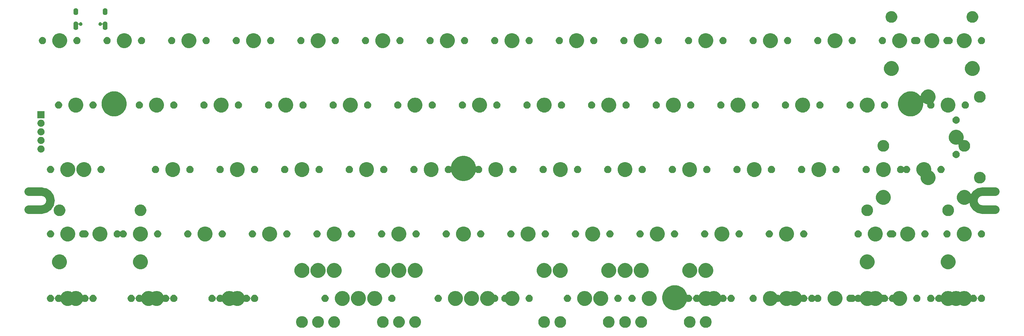
<source format=gts>
G04 #@! TF.GenerationSoftware,KiCad,Pcbnew,5.1.5-52549c5~84~ubuntu16.04.1*
G04 #@! TF.CreationDate,2020-06-07T20:58:01-04:00*
G04 #@! TF.ProjectId,co60,636f3630-2e6b-4696-9361-645f70636258,rev?*
G04 #@! TF.SameCoordinates,PX4b4f718PY8c7ecc0*
G04 #@! TF.FileFunction,Soldermask,Top*
G04 #@! TF.FilePolarity,Negative*
%FSLAX46Y46*%
G04 Gerber Fmt 4.6, Leading zero omitted, Abs format (unit mm)*
G04 Created by KiCad (PCBNEW 5.1.5-52549c5~84~ubuntu16.04.1) date 2020-06-07 20:58:01*
%MOMM*%
%LPD*%
G04 APERTURE LIST*
%ADD10C,2.501900*%
%ADD11C,0.100000*%
G04 APERTURE END LIST*
D10*
X-12350Y35456550D02*
X3787650Y35456550D01*
X3787650Y35456550D02*
G75*
G03X6438600Y38107500I0J2650950D01*
G01*
X6438600Y38107500D02*
G75*
G03X3787650Y40758450I-2650950J0D01*
G01*
X-12350Y40758450D02*
X3787650Y40758450D01*
X281187650Y35456550D02*
X285037650Y35456550D01*
X281187650Y35456550D02*
G75*
G02X278536700Y38107500I0J2650950D01*
G01*
X278536700Y38107500D02*
G75*
G02X281187650Y40758450I2650950J0D01*
G01*
X281187650Y40758450D02*
X284987650Y40758450D01*
D11*
G36*
X181011248Y3902332D02*
G01*
X181122272Y3880248D01*
X181252230Y3826417D01*
X181436019Y3750290D01*
X181718385Y3561619D01*
X181958519Y3321485D01*
X182147190Y3039119D01*
X182277148Y2725371D01*
X182343400Y2392301D01*
X182343400Y2052699D01*
X182277148Y1719629D01*
X182147190Y1405881D01*
X181958519Y1123515D01*
X181718385Y883381D01*
X181436019Y694710D01*
X181252230Y618582D01*
X181122272Y564752D01*
X181011248Y542668D01*
X180789201Y498500D01*
X180411499Y498500D01*
X180189452Y542668D01*
X180078428Y564752D01*
X179948470Y618583D01*
X179764681Y694710D01*
X179482315Y883381D01*
X179242181Y1123515D01*
X179053510Y1405881D01*
X178923552Y1719629D01*
X178857300Y2052699D01*
X178857300Y2392301D01*
X178923552Y2725371D01*
X179053510Y3039119D01*
X179242181Y3321485D01*
X179482315Y3561619D01*
X179764681Y3750290D01*
X179948470Y3826417D01*
X180078428Y3880248D01*
X180189452Y3902332D01*
X180411499Y3946500D01*
X180789201Y3946500D01*
X181011248Y3902332D01*
G37*
G36*
X171422748Y3902332D02*
G01*
X171533772Y3880248D01*
X171663730Y3826417D01*
X171847519Y3750290D01*
X172129885Y3561619D01*
X172370019Y3321485D01*
X172558690Y3039119D01*
X172688648Y2725371D01*
X172754900Y2392301D01*
X172754900Y2052699D01*
X172688648Y1719629D01*
X172558690Y1405881D01*
X172370019Y1123515D01*
X172129885Y883381D01*
X171847519Y694710D01*
X171663730Y618582D01*
X171533772Y564752D01*
X171422748Y542668D01*
X171200701Y498500D01*
X170861099Y498500D01*
X170639052Y542668D01*
X170528028Y564752D01*
X170398070Y618583D01*
X170214281Y694710D01*
X169931915Y883381D01*
X169691781Y1123515D01*
X169503110Y1405881D01*
X169373152Y1719629D01*
X169306900Y2052699D01*
X169306900Y2392301D01*
X169373152Y2725371D01*
X169503110Y3039119D01*
X169691781Y3321485D01*
X169931915Y3561619D01*
X170214281Y3750290D01*
X170398070Y3826417D01*
X170528028Y3880248D01*
X170639052Y3902332D01*
X170861099Y3946500D01*
X171200701Y3946500D01*
X171422748Y3902332D01*
G37*
G36*
X157135248Y3902332D02*
G01*
X157246272Y3880248D01*
X157376230Y3826417D01*
X157560019Y3750290D01*
X157842385Y3561619D01*
X158082519Y3321485D01*
X158271190Y3039119D01*
X158401148Y2725371D01*
X158467400Y2392301D01*
X158467400Y2052699D01*
X158401148Y1719629D01*
X158271190Y1405881D01*
X158082519Y1123515D01*
X157842385Y883381D01*
X157560019Y694710D01*
X157376230Y618582D01*
X157246272Y564752D01*
X157135248Y542668D01*
X156913201Y498500D01*
X156573599Y498500D01*
X156351552Y542668D01*
X156240528Y564752D01*
X156110570Y618583D01*
X155926781Y694710D01*
X155644415Y883381D01*
X155404281Y1123515D01*
X155215610Y1405881D01*
X155085652Y1719629D01*
X155019400Y2052699D01*
X155019400Y2392301D01*
X155085652Y2725371D01*
X155215610Y3039119D01*
X155404281Y3321485D01*
X155644415Y3561619D01*
X155926781Y3750290D01*
X156110570Y3826417D01*
X156240528Y3880248D01*
X156351552Y3902332D01*
X156573599Y3946500D01*
X156913201Y3946500D01*
X157135248Y3902332D01*
G37*
G36*
X114336248Y3902332D02*
G01*
X114447272Y3880248D01*
X114577230Y3826417D01*
X114761019Y3750290D01*
X115043385Y3561619D01*
X115283519Y3321485D01*
X115472190Y3039119D01*
X115602148Y2725371D01*
X115668400Y2392301D01*
X115668400Y2052699D01*
X115602148Y1719629D01*
X115472190Y1405881D01*
X115283519Y1123515D01*
X115043385Y883381D01*
X114761019Y694710D01*
X114577230Y618582D01*
X114447272Y564752D01*
X114336248Y542668D01*
X114114201Y498500D01*
X113774599Y498500D01*
X113552552Y542668D01*
X113441528Y564752D01*
X113311570Y618583D01*
X113127781Y694710D01*
X112845415Y883381D01*
X112605281Y1123515D01*
X112416610Y1405881D01*
X112286652Y1719629D01*
X112220400Y2052699D01*
X112220400Y2392301D01*
X112286652Y2725371D01*
X112416610Y3039119D01*
X112605281Y3321485D01*
X112845415Y3561619D01*
X113127781Y3750290D01*
X113311570Y3826417D01*
X113441528Y3880248D01*
X113552552Y3902332D01*
X113774599Y3946500D01*
X114114201Y3946500D01*
X114336248Y3902332D01*
G37*
G36*
X90460248Y3902332D02*
G01*
X90571272Y3880248D01*
X90701230Y3826417D01*
X90885019Y3750290D01*
X91167385Y3561619D01*
X91407519Y3321485D01*
X91596190Y3039119D01*
X91726148Y2725371D01*
X91792400Y2392301D01*
X91792400Y2052699D01*
X91726148Y1719629D01*
X91596190Y1405881D01*
X91407519Y1123515D01*
X91167385Y883381D01*
X90885019Y694710D01*
X90701230Y618583D01*
X90571272Y564752D01*
X90460248Y542668D01*
X90238201Y498500D01*
X89898599Y498500D01*
X89676552Y542668D01*
X89565528Y564752D01*
X89435570Y618583D01*
X89251781Y694710D01*
X88969415Y883381D01*
X88729281Y1123515D01*
X88540610Y1405881D01*
X88410652Y1719629D01*
X88344400Y2052699D01*
X88344400Y2392301D01*
X88410652Y2725371D01*
X88540610Y3039119D01*
X88729281Y3321485D01*
X88969415Y3561619D01*
X89251781Y3750290D01*
X89435570Y3826417D01*
X89565528Y3880248D01*
X89676552Y3902332D01*
X89898599Y3946500D01*
X90238201Y3946500D01*
X90460248Y3902332D01*
G37*
G36*
X195298748Y3902332D02*
G01*
X195409772Y3880248D01*
X195539730Y3826417D01*
X195723519Y3750290D01*
X196005885Y3561619D01*
X196246019Y3321485D01*
X196434690Y3039119D01*
X196564648Y2725371D01*
X196630900Y2392301D01*
X196630900Y2052699D01*
X196564648Y1719629D01*
X196434690Y1405881D01*
X196246019Y1123515D01*
X196005885Y883381D01*
X195723519Y694710D01*
X195539730Y618582D01*
X195409772Y564752D01*
X195298748Y542668D01*
X195076701Y498500D01*
X194737099Y498500D01*
X194515052Y542668D01*
X194404028Y564752D01*
X194274070Y618583D01*
X194090281Y694710D01*
X193807915Y883381D01*
X193567781Y1123515D01*
X193379110Y1405881D01*
X193249152Y1719629D01*
X193182900Y2052699D01*
X193182900Y2392301D01*
X193249152Y2725371D01*
X193379110Y3039119D01*
X193567781Y3321485D01*
X193807915Y3561619D01*
X194090281Y3750290D01*
X194274070Y3826417D01*
X194404028Y3880248D01*
X194515052Y3902332D01*
X194737099Y3946500D01*
X195076701Y3946500D01*
X195298748Y3902332D01*
G37*
G36*
X200029498Y3902332D02*
G01*
X200140522Y3880248D01*
X200270480Y3826417D01*
X200454269Y3750290D01*
X200736635Y3561619D01*
X200976769Y3321485D01*
X201165440Y3039119D01*
X201295398Y2725371D01*
X201361650Y2392301D01*
X201361650Y2052699D01*
X201295398Y1719629D01*
X201165440Y1405881D01*
X200976769Y1123515D01*
X200736635Y883381D01*
X200454269Y694710D01*
X200270480Y618582D01*
X200140522Y564752D01*
X200029498Y542668D01*
X199807451Y498500D01*
X199467849Y498500D01*
X199245802Y542668D01*
X199134778Y564752D01*
X199004820Y618583D01*
X198821031Y694710D01*
X198538665Y883381D01*
X198298531Y1123515D01*
X198109860Y1405881D01*
X197979902Y1719629D01*
X197913650Y2052699D01*
X197913650Y2392301D01*
X197979902Y2725371D01*
X198109860Y3039119D01*
X198298531Y3321485D01*
X198538665Y3561619D01*
X198821031Y3750290D01*
X199004820Y3826417D01*
X199134778Y3880248D01*
X199245802Y3902332D01*
X199467849Y3946500D01*
X199807451Y3946500D01*
X200029498Y3902332D01*
G37*
G36*
X152372748Y3902332D02*
G01*
X152483772Y3880248D01*
X152613730Y3826417D01*
X152797519Y3750290D01*
X153079885Y3561619D01*
X153320019Y3321485D01*
X153508690Y3039119D01*
X153638648Y2725371D01*
X153704900Y2392301D01*
X153704900Y2052699D01*
X153638648Y1719629D01*
X153508690Y1405881D01*
X153320019Y1123515D01*
X153079885Y883381D01*
X152797519Y694710D01*
X152613730Y618582D01*
X152483772Y564752D01*
X152372748Y542668D01*
X152150701Y498500D01*
X151811099Y498500D01*
X151589052Y542668D01*
X151478028Y564752D01*
X151348070Y618583D01*
X151164281Y694710D01*
X150881915Y883381D01*
X150641781Y1123515D01*
X150453110Y1405881D01*
X150323152Y1719629D01*
X150256900Y2052699D01*
X150256900Y2392301D01*
X150323152Y2725371D01*
X150453110Y3039119D01*
X150641781Y3321485D01*
X150881915Y3561619D01*
X151164281Y3750290D01*
X151348070Y3826417D01*
X151478028Y3880248D01*
X151589052Y3902332D01*
X151811099Y3946500D01*
X152150701Y3946500D01*
X152372748Y3902332D01*
G37*
G36*
X109573748Y3902332D02*
G01*
X109684772Y3880248D01*
X109814730Y3826417D01*
X109998519Y3750290D01*
X110280885Y3561619D01*
X110521019Y3321485D01*
X110709690Y3039119D01*
X110839648Y2725371D01*
X110905900Y2392301D01*
X110905900Y2052699D01*
X110839648Y1719629D01*
X110709690Y1405881D01*
X110521019Y1123515D01*
X110280885Y883381D01*
X109998519Y694710D01*
X109814730Y618582D01*
X109684772Y564752D01*
X109573748Y542668D01*
X109351701Y498500D01*
X109012099Y498500D01*
X108790052Y542668D01*
X108679028Y564752D01*
X108549070Y618583D01*
X108365281Y694710D01*
X108082915Y883381D01*
X107842781Y1123515D01*
X107654110Y1405881D01*
X107524152Y1719629D01*
X107457900Y2052699D01*
X107457900Y2392301D01*
X107524152Y2725371D01*
X107654110Y3039119D01*
X107842781Y3321485D01*
X108082915Y3561619D01*
X108365281Y3750290D01*
X108549070Y3826417D01*
X108679028Y3880248D01*
X108790052Y3902332D01*
X109012099Y3946500D01*
X109351701Y3946500D01*
X109573748Y3902332D01*
G37*
G36*
X85729498Y3902332D02*
G01*
X85840522Y3880248D01*
X85970480Y3826417D01*
X86154269Y3750290D01*
X86436635Y3561619D01*
X86676769Y3321485D01*
X86865440Y3039119D01*
X86995398Y2725371D01*
X87061650Y2392301D01*
X87061650Y2052699D01*
X86995398Y1719629D01*
X86865440Y1405881D01*
X86676769Y1123515D01*
X86436635Y883381D01*
X86154269Y694710D01*
X85970480Y618583D01*
X85840522Y564752D01*
X85729498Y542668D01*
X85507451Y498500D01*
X85136099Y498500D01*
X84914052Y542668D01*
X84803028Y564752D01*
X84673070Y618583D01*
X84489281Y694710D01*
X84206915Y883381D01*
X83966781Y1123515D01*
X83778110Y1405881D01*
X83648152Y1719629D01*
X83581900Y2052699D01*
X83581900Y2392301D01*
X83648152Y2725371D01*
X83778110Y3039119D01*
X83966781Y3321485D01*
X84206915Y3561619D01*
X84489281Y3750290D01*
X84673070Y3826417D01*
X84803028Y3880248D01*
X84914052Y3902332D01*
X85136099Y3946500D01*
X85507451Y3946500D01*
X85729498Y3902332D01*
G37*
G36*
X104811248Y3902332D02*
G01*
X104922272Y3880248D01*
X105052230Y3826417D01*
X105236019Y3750290D01*
X105518385Y3561619D01*
X105758519Y3321485D01*
X105947190Y3039119D01*
X106077148Y2725371D01*
X106143400Y2392301D01*
X106143400Y2052699D01*
X106077148Y1719629D01*
X105947190Y1405881D01*
X105758519Y1123515D01*
X105518385Y883381D01*
X105236019Y694710D01*
X105052230Y618582D01*
X104922272Y564752D01*
X104811248Y542668D01*
X104589201Y498500D01*
X104249599Y498500D01*
X104027552Y542668D01*
X103916528Y564752D01*
X103786570Y618583D01*
X103602781Y694710D01*
X103320415Y883381D01*
X103080281Y1123515D01*
X102891610Y1405881D01*
X102761652Y1719629D01*
X102695400Y2052699D01*
X102695400Y2392301D01*
X102761652Y2725371D01*
X102891610Y3039119D01*
X103080281Y3321485D01*
X103320415Y3561619D01*
X103602781Y3750290D01*
X103786570Y3826417D01*
X103916528Y3880248D01*
X104027552Y3902332D01*
X104249599Y3946500D01*
X104589201Y3946500D01*
X104811248Y3902332D01*
G37*
G36*
X80973348Y3902332D02*
G01*
X81084372Y3880248D01*
X81214330Y3826417D01*
X81398119Y3750290D01*
X81680485Y3561619D01*
X81920619Y3321485D01*
X82109290Y3039119D01*
X82239248Y2725371D01*
X82305500Y2392301D01*
X82305500Y2052699D01*
X82239248Y1719629D01*
X82109290Y1405881D01*
X81920619Y1123515D01*
X81680485Y883381D01*
X81398119Y694710D01*
X81214330Y618583D01*
X81084372Y564752D01*
X80973348Y542668D01*
X80751301Y498500D01*
X80373599Y498500D01*
X80151552Y542668D01*
X80040528Y564752D01*
X79910570Y618583D01*
X79726781Y694710D01*
X79444415Y883381D01*
X79204281Y1123515D01*
X79015610Y1405881D01*
X78885652Y1719629D01*
X78819400Y2052699D01*
X78819400Y2392301D01*
X78885652Y2725371D01*
X79015610Y3039119D01*
X79204281Y3321485D01*
X79444415Y3561619D01*
X79726781Y3750290D01*
X79910570Y3826417D01*
X80040528Y3880248D01*
X80151552Y3902332D01*
X80373599Y3946500D01*
X80751301Y3946500D01*
X80973348Y3902332D01*
G37*
G36*
X176248748Y3902332D02*
G01*
X176359772Y3880248D01*
X176489730Y3826417D01*
X176673519Y3750290D01*
X176955885Y3561619D01*
X177196019Y3321485D01*
X177384690Y3039119D01*
X177514648Y2725371D01*
X177580900Y2392301D01*
X177580900Y2052699D01*
X177514648Y1719629D01*
X177384690Y1405881D01*
X177196019Y1123515D01*
X176955885Y883381D01*
X176673519Y694710D01*
X176489730Y618582D01*
X176359772Y564752D01*
X176248748Y542668D01*
X176026701Y498500D01*
X175687099Y498500D01*
X175465052Y542668D01*
X175354028Y564752D01*
X175224070Y618583D01*
X175040281Y694710D01*
X174757915Y883381D01*
X174517781Y1123515D01*
X174329110Y1405881D01*
X174199152Y1719629D01*
X174132900Y2052699D01*
X174132900Y2392301D01*
X174199152Y2725371D01*
X174329110Y3039119D01*
X174517781Y3321485D01*
X174757915Y3561619D01*
X175040281Y3750290D01*
X175224070Y3826417D01*
X175354028Y3880248D01*
X175465052Y3902332D01*
X175687099Y3946500D01*
X176026701Y3946500D01*
X176248748Y3902332D01*
G37*
G36*
X191566934Y12965427D02*
G01*
X191845857Y12849893D01*
X192240314Y12686504D01*
X192846339Y12281571D01*
X193361721Y11766189D01*
X193766654Y11160164D01*
X193829889Y11007500D01*
X194045577Y10486785D01*
X194076106Y10333302D01*
X194083219Y10309853D01*
X194094770Y10288243D01*
X194110315Y10269301D01*
X194129257Y10253755D01*
X194150868Y10242204D01*
X194174317Y10235091D01*
X194198703Y10232689D01*
X194223089Y10235091D01*
X194241479Y10240670D01*
X194451771Y10282500D01*
X194663529Y10282500D01*
X194767372Y10261844D01*
X194871216Y10241188D01*
X194885935Y10235091D01*
X195066853Y10160153D01*
X195242922Y10042507D01*
X195392657Y9892772D01*
X195510303Y9716703D01*
X195591338Y9521066D01*
X195625678Y9348429D01*
X195632791Y9324981D01*
X195644342Y9303370D01*
X195659888Y9284428D01*
X195678830Y9268883D01*
X195700440Y9257332D01*
X195723889Y9250219D01*
X195748275Y9247817D01*
X195772662Y9250219D01*
X195796110Y9257332D01*
X195817721Y9268883D01*
X195836663Y9284429D01*
X195852208Y9303371D01*
X195863759Y9324981D01*
X195870872Y9348429D01*
X195905212Y9521066D01*
X195986247Y9716703D01*
X196103893Y9892772D01*
X196253628Y10042507D01*
X196429697Y10160153D01*
X196610615Y10235091D01*
X196625334Y10241188D01*
X196729178Y10261844D01*
X196833021Y10282500D01*
X197044779Y10282500D01*
X197148622Y10261844D01*
X197252466Y10241188D01*
X197267185Y10235091D01*
X197448102Y10160153D01*
X197485538Y10135139D01*
X197507149Y10123588D01*
X197530597Y10116475D01*
X197554984Y10114073D01*
X197579370Y10116475D01*
X197602819Y10123588D01*
X197624429Y10135139D01*
X197643371Y10150684D01*
X197658917Y10169626D01*
X197670464Y10191230D01*
X197693441Y10246701D01*
X197933537Y10606030D01*
X198239120Y10911613D01*
X198598449Y11151709D01*
X198862968Y11261276D01*
X198997714Y11317090D01*
X199421568Y11401400D01*
X199853732Y11401400D01*
X200277586Y11317090D01*
X200412332Y11261276D01*
X200676851Y11151709D01*
X200758837Y11096928D01*
X200780440Y11085381D01*
X200803889Y11078268D01*
X200828275Y11075866D01*
X200852661Y11078268D01*
X200876110Y11085381D01*
X200897713Y11096928D01*
X200979699Y11151709D01*
X201244218Y11261276D01*
X201378964Y11317090D01*
X201802818Y11401400D01*
X202234982Y11401400D01*
X202658836Y11317090D01*
X202793582Y11261276D01*
X203058101Y11151709D01*
X203417430Y10911613D01*
X203723013Y10606030D01*
X203963109Y10246701D01*
X203986086Y10191230D01*
X203997633Y10169627D01*
X204013178Y10150685D01*
X204032120Y10135139D01*
X204053731Y10123588D01*
X204077180Y10116475D01*
X204101566Y10114073D01*
X204125952Y10116475D01*
X204149401Y10123588D01*
X204171012Y10135139D01*
X204208448Y10160153D01*
X204389365Y10235091D01*
X204404084Y10241188D01*
X204507928Y10261844D01*
X204611771Y10282500D01*
X204823529Y10282500D01*
X204927372Y10261844D01*
X205031216Y10241188D01*
X205045935Y10235091D01*
X205226853Y10160153D01*
X205402922Y10042507D01*
X205552657Y9892772D01*
X205670303Y9716703D01*
X205751338Y9521066D01*
X205785678Y9348429D01*
X205792791Y9324981D01*
X205804342Y9303370D01*
X205819888Y9284428D01*
X205838830Y9268883D01*
X205860440Y9257332D01*
X205883889Y9250219D01*
X205908275Y9247817D01*
X205932662Y9250219D01*
X205956110Y9257332D01*
X205977721Y9268883D01*
X205996663Y9284429D01*
X206012208Y9303371D01*
X206023759Y9324981D01*
X206030872Y9348429D01*
X206065212Y9521066D01*
X206146247Y9716703D01*
X206263893Y9892772D01*
X206413628Y10042507D01*
X206589697Y10160153D01*
X206770615Y10235091D01*
X206785334Y10241188D01*
X206889178Y10261844D01*
X206993021Y10282500D01*
X207204779Y10282500D01*
X207308622Y10261844D01*
X207412466Y10241188D01*
X207427185Y10235091D01*
X207608103Y10160153D01*
X207784172Y10042507D01*
X207933907Y9892772D01*
X208051553Y9716703D01*
X208132588Y9521065D01*
X208173900Y9313379D01*
X208173900Y9101621D01*
X208132588Y8893935D01*
X208051553Y8698297D01*
X207933907Y8522228D01*
X207784172Y8372493D01*
X207608103Y8254847D01*
X207493122Y8207221D01*
X207412466Y8173812D01*
X207384755Y8168300D01*
X207204779Y8132500D01*
X206993021Y8132500D01*
X206813045Y8168300D01*
X206785334Y8173812D01*
X206704678Y8207221D01*
X206589697Y8254847D01*
X206413628Y8372493D01*
X206263893Y8522228D01*
X206146247Y8698297D01*
X206065212Y8893934D01*
X206030872Y9066571D01*
X206023759Y9090019D01*
X206012208Y9111630D01*
X205996662Y9130572D01*
X205977720Y9146117D01*
X205956110Y9157668D01*
X205932661Y9164781D01*
X205908275Y9167183D01*
X205883888Y9164781D01*
X205860440Y9157668D01*
X205838829Y9146117D01*
X205819887Y9130571D01*
X205804342Y9111629D01*
X205792791Y9090019D01*
X205785678Y9066571D01*
X205751338Y8893934D01*
X205670303Y8698297D01*
X205552657Y8522228D01*
X205402922Y8372493D01*
X205226853Y8254847D01*
X205111872Y8207221D01*
X205031216Y8173812D01*
X205003505Y8168300D01*
X204823529Y8132500D01*
X204611771Y8132500D01*
X204431795Y8168300D01*
X204404084Y8173812D01*
X204323049Y8207378D01*
X204208448Y8254847D01*
X204171012Y8279861D01*
X204149401Y8291412D01*
X204125953Y8298525D01*
X204101566Y8300927D01*
X204077180Y8298525D01*
X204053731Y8291412D01*
X204032121Y8279861D01*
X204013179Y8264316D01*
X203997633Y8245374D01*
X203986086Y8223770D01*
X203963109Y8168299D01*
X203723013Y7808970D01*
X203417430Y7503387D01*
X203058101Y7263291D01*
X202848433Y7176444D01*
X202658836Y7097910D01*
X202234982Y7013600D01*
X201802818Y7013600D01*
X201378964Y7097910D01*
X201189367Y7176444D01*
X200979699Y7263291D01*
X200897713Y7318072D01*
X200876110Y7329619D01*
X200852661Y7336732D01*
X200828275Y7339134D01*
X200803889Y7336732D01*
X200780440Y7329619D01*
X200758837Y7318072D01*
X200676851Y7263291D01*
X200467183Y7176444D01*
X200277586Y7097910D01*
X199853732Y7013600D01*
X199421568Y7013600D01*
X198997714Y7097910D01*
X198808117Y7176444D01*
X198598449Y7263291D01*
X198239120Y7503387D01*
X197933537Y7808970D01*
X197693441Y8168299D01*
X197670464Y8223770D01*
X197658917Y8245373D01*
X197643372Y8264315D01*
X197624430Y8279861D01*
X197602819Y8291412D01*
X197579370Y8298525D01*
X197554984Y8300927D01*
X197530598Y8298525D01*
X197507149Y8291412D01*
X197485538Y8279861D01*
X197448102Y8254847D01*
X197333501Y8207378D01*
X197252466Y8173812D01*
X197224755Y8168300D01*
X197044779Y8132500D01*
X196833021Y8132500D01*
X196653045Y8168300D01*
X196625334Y8173812D01*
X196544678Y8207221D01*
X196429697Y8254847D01*
X196253628Y8372493D01*
X196103893Y8522228D01*
X195986247Y8698297D01*
X195905212Y8893934D01*
X195870872Y9066571D01*
X195863759Y9090019D01*
X195852208Y9111630D01*
X195836662Y9130572D01*
X195817720Y9146117D01*
X195796110Y9157668D01*
X195772661Y9164781D01*
X195748275Y9167183D01*
X195723888Y9164781D01*
X195700440Y9157668D01*
X195678829Y9146117D01*
X195659887Y9130571D01*
X195644342Y9111629D01*
X195632791Y9090019D01*
X195625678Y9066571D01*
X195591338Y8893934D01*
X195510303Y8698297D01*
X195392657Y8522228D01*
X195242922Y8372493D01*
X195066853Y8254847D01*
X194951872Y8207221D01*
X194871216Y8173812D01*
X194843505Y8168300D01*
X194663529Y8132500D01*
X194451771Y8132500D01*
X194271795Y8168300D01*
X194244084Y8173812D01*
X194135541Y8218772D01*
X194112093Y8225885D01*
X194087707Y8228287D01*
X194063321Y8225885D01*
X194039872Y8218772D01*
X194018261Y8207221D01*
X193999319Y8191676D01*
X193983774Y8172734D01*
X193972223Y8151123D01*
X193955783Y8111434D01*
X193766654Y7654836D01*
X193361721Y7048811D01*
X192846339Y6533429D01*
X192240314Y6128496D01*
X191845857Y5965107D01*
X191566934Y5849573D01*
X190852081Y5707380D01*
X190123219Y5707380D01*
X189408366Y5849573D01*
X189129443Y5965107D01*
X188734986Y6128496D01*
X188128961Y6533429D01*
X187613579Y7048811D01*
X187208646Y7654836D01*
X187014733Y8122985D01*
X186929723Y8328216D01*
X186787530Y9043069D01*
X186787530Y9771931D01*
X186929723Y10486784D01*
X187145411Y11007500D01*
X187208646Y11160164D01*
X187613579Y11766189D01*
X188128961Y12281571D01*
X188734986Y12686504D01*
X189129443Y12849893D01*
X189408366Y12965427D01*
X190123219Y13107620D01*
X190852081Y13107620D01*
X191566934Y12965427D01*
G37*
G36*
X247902586Y11317090D02*
G01*
X248037332Y11261276D01*
X248301851Y11151709D01*
X248383837Y11096928D01*
X248405440Y11085381D01*
X248428889Y11078268D01*
X248453275Y11075866D01*
X248477661Y11078268D01*
X248501110Y11085381D01*
X248522713Y11096928D01*
X248604699Y11151709D01*
X248869218Y11261276D01*
X249003964Y11317090D01*
X249427818Y11401400D01*
X249859982Y11401400D01*
X250283836Y11317090D01*
X250418582Y11261276D01*
X250683101Y11151709D01*
X251042430Y10911613D01*
X251348013Y10606030D01*
X251527072Y10338049D01*
X251542614Y10319111D01*
X251561556Y10303566D01*
X251583167Y10292015D01*
X251606616Y10284902D01*
X251631002Y10282500D01*
X251813528Y10282500D01*
X252000767Y10245256D01*
X252025150Y10242854D01*
X252049533Y10245256D01*
X252236772Y10282500D01*
X252448529Y10282500D01*
X252552372Y10261844D01*
X252656216Y10241188D01*
X252670935Y10235091D01*
X252851853Y10160153D01*
X253027922Y10042507D01*
X253177657Y9892772D01*
X253295303Y9716703D01*
X253376338Y9521066D01*
X253410678Y9348429D01*
X253417791Y9324981D01*
X253429342Y9303370D01*
X253444888Y9284428D01*
X253463830Y9268883D01*
X253485440Y9257332D01*
X253508889Y9250219D01*
X253533275Y9247817D01*
X253557662Y9250219D01*
X253581110Y9257332D01*
X253602721Y9268883D01*
X253621663Y9284429D01*
X253637208Y9303371D01*
X253648759Y9324981D01*
X253655872Y9348429D01*
X253690212Y9521066D01*
X253771247Y9716703D01*
X253888893Y9892772D01*
X254038628Y10042507D01*
X254214697Y10160153D01*
X254395615Y10235091D01*
X254410334Y10241188D01*
X254514178Y10261844D01*
X254618021Y10282500D01*
X254800548Y10282500D01*
X254824934Y10284902D01*
X254848383Y10292015D01*
X254869994Y10303566D01*
X254888936Y10319111D01*
X254904478Y10338049D01*
X255083537Y10606030D01*
X255389120Y10911613D01*
X255748449Y11151709D01*
X256012968Y11261276D01*
X256147714Y11317090D01*
X256571568Y11401400D01*
X257003732Y11401400D01*
X257427586Y11317090D01*
X257562332Y11261276D01*
X257826851Y11151709D01*
X258186180Y10911613D01*
X258491763Y10606030D01*
X258731859Y10246701D01*
X258771630Y10150685D01*
X258897240Y9847436D01*
X258981550Y9423582D01*
X258981550Y8991418D01*
X258897240Y8567564D01*
X258878461Y8522228D01*
X258731859Y8168299D01*
X258491763Y7808970D01*
X258186180Y7503387D01*
X257826851Y7263291D01*
X257617183Y7176444D01*
X257427586Y7097910D01*
X257003732Y7013600D01*
X256571568Y7013600D01*
X256147714Y7097910D01*
X255958117Y7176444D01*
X255748449Y7263291D01*
X255389120Y7503387D01*
X255083537Y7808970D01*
X254904478Y8076951D01*
X254888936Y8095889D01*
X254869994Y8111434D01*
X254848383Y8122985D01*
X254824934Y8130098D01*
X254800548Y8132500D01*
X254618021Y8132500D01*
X254438045Y8168300D01*
X254410334Y8173812D01*
X254329678Y8207221D01*
X254214697Y8254847D01*
X254038628Y8372493D01*
X253888893Y8522228D01*
X253771247Y8698297D01*
X253690212Y8893934D01*
X253655872Y9066571D01*
X253648759Y9090019D01*
X253637208Y9111630D01*
X253621662Y9130572D01*
X253602720Y9146117D01*
X253581110Y9157668D01*
X253557661Y9164781D01*
X253533275Y9167183D01*
X253508888Y9164781D01*
X253485440Y9157668D01*
X253463829Y9146117D01*
X253444887Y9130571D01*
X253429342Y9111629D01*
X253417791Y9090019D01*
X253410678Y9066571D01*
X253376338Y8893934D01*
X253295303Y8698297D01*
X253177657Y8522228D01*
X253027922Y8372493D01*
X252851853Y8254847D01*
X252736872Y8207221D01*
X252656216Y8173812D01*
X252628505Y8168300D01*
X252448529Y8132500D01*
X252236772Y8132500D01*
X252049533Y8169744D01*
X252025150Y8172146D01*
X252000767Y8169744D01*
X251813528Y8132500D01*
X251631002Y8132500D01*
X251606616Y8130098D01*
X251583167Y8122985D01*
X251561556Y8111434D01*
X251542614Y8095889D01*
X251527072Y8076951D01*
X251348013Y7808970D01*
X251042430Y7503387D01*
X250683101Y7263291D01*
X250473433Y7176444D01*
X250283836Y7097910D01*
X249859982Y7013600D01*
X249427818Y7013600D01*
X249003964Y7097910D01*
X248814367Y7176444D01*
X248604699Y7263291D01*
X248522713Y7318072D01*
X248501110Y7329619D01*
X248477661Y7336732D01*
X248453275Y7339134D01*
X248428889Y7336732D01*
X248405440Y7329619D01*
X248383837Y7318072D01*
X248301851Y7263291D01*
X248092183Y7176444D01*
X247902586Y7097910D01*
X247478732Y7013600D01*
X247046568Y7013600D01*
X246622714Y7097910D01*
X246433117Y7176444D01*
X246223449Y7263291D01*
X245864120Y7503387D01*
X245558537Y7808970D01*
X245318441Y8168299D01*
X245295464Y8223770D01*
X245283917Y8245373D01*
X245268372Y8264315D01*
X245249430Y8279861D01*
X245227819Y8291412D01*
X245204370Y8298525D01*
X245179984Y8300927D01*
X245155598Y8298525D01*
X245132149Y8291412D01*
X245110538Y8279861D01*
X245073102Y8254847D01*
X244958501Y8207378D01*
X244877466Y8173812D01*
X244849755Y8168300D01*
X244669779Y8132500D01*
X244458021Y8132500D01*
X244278045Y8168300D01*
X244250334Y8173812D01*
X244169678Y8207221D01*
X244054697Y8254847D01*
X243878628Y8372493D01*
X243779163Y8471958D01*
X243760221Y8487503D01*
X243738610Y8499054D01*
X243715161Y8506167D01*
X243690775Y8508569D01*
X243666389Y8506167D01*
X243642940Y8499054D01*
X243621329Y8487503D01*
X243602387Y8471958D01*
X243502922Y8372493D01*
X243326853Y8254847D01*
X243211872Y8207221D01*
X243131216Y8173812D01*
X243103505Y8168300D01*
X242923529Y8132500D01*
X242711772Y8132500D01*
X242524533Y8169744D01*
X242500150Y8172146D01*
X242475767Y8169744D01*
X242288528Y8132500D01*
X242076771Y8132500D01*
X241896795Y8168300D01*
X241869084Y8173812D01*
X241788428Y8207221D01*
X241673447Y8254847D01*
X241497378Y8372493D01*
X241347643Y8522228D01*
X241229997Y8698297D01*
X241148962Y8893935D01*
X241107650Y9101621D01*
X241107650Y9313379D01*
X241148962Y9521065D01*
X241229997Y9716703D01*
X241347643Y9892772D01*
X241497378Y10042507D01*
X241673447Y10160153D01*
X241854365Y10235091D01*
X241869084Y10241188D01*
X241972928Y10261844D01*
X242076771Y10282500D01*
X242288528Y10282500D01*
X242475767Y10245256D01*
X242500150Y10242854D01*
X242524533Y10245256D01*
X242711772Y10282500D01*
X242923529Y10282500D01*
X243027372Y10261844D01*
X243131216Y10241188D01*
X243145935Y10235091D01*
X243326853Y10160153D01*
X243502922Y10042507D01*
X243602387Y9943042D01*
X243621329Y9927497D01*
X243642940Y9915946D01*
X243666389Y9908833D01*
X243690775Y9906431D01*
X243715161Y9908833D01*
X243738610Y9915946D01*
X243760221Y9927497D01*
X243779163Y9943042D01*
X243878628Y10042507D01*
X244054697Y10160153D01*
X244235615Y10235091D01*
X244250334Y10241188D01*
X244354178Y10261844D01*
X244458021Y10282500D01*
X244669779Y10282500D01*
X244773622Y10261844D01*
X244877466Y10241188D01*
X244892185Y10235091D01*
X245073102Y10160153D01*
X245110538Y10135139D01*
X245132149Y10123588D01*
X245155597Y10116475D01*
X245179984Y10114073D01*
X245204370Y10116475D01*
X245227819Y10123588D01*
X245249429Y10135139D01*
X245268371Y10150684D01*
X245283917Y10169626D01*
X245295464Y10191230D01*
X245318441Y10246701D01*
X245558537Y10606030D01*
X245864120Y10911613D01*
X246223449Y11151709D01*
X246487968Y11261276D01*
X246622714Y11317090D01*
X247046568Y11401400D01*
X247478732Y11401400D01*
X247902586Y11317090D01*
G37*
G36*
X271715086Y11317090D02*
G01*
X271849832Y11261276D01*
X272114351Y11151709D01*
X272196337Y11096928D01*
X272217940Y11085381D01*
X272241389Y11078268D01*
X272265775Y11075866D01*
X272290161Y11078268D01*
X272313610Y11085381D01*
X272335213Y11096928D01*
X272417199Y11151709D01*
X272681718Y11261276D01*
X272816464Y11317090D01*
X273240318Y11401400D01*
X273672482Y11401400D01*
X274096336Y11317090D01*
X274231082Y11261276D01*
X274495601Y11151709D01*
X274577587Y11096928D01*
X274599190Y11085381D01*
X274622639Y11078268D01*
X274647025Y11075866D01*
X274671411Y11078268D01*
X274694860Y11085381D01*
X274716463Y11096928D01*
X274798449Y11151709D01*
X275062968Y11261276D01*
X275197714Y11317090D01*
X275621568Y11401400D01*
X276053732Y11401400D01*
X276477586Y11317090D01*
X276612332Y11261276D01*
X276876851Y11151709D01*
X277236180Y10911613D01*
X277541763Y10606030D01*
X277781859Y10246701D01*
X277804836Y10191230D01*
X277816383Y10169627D01*
X277831928Y10150685D01*
X277850870Y10135139D01*
X277872481Y10123588D01*
X277895930Y10116475D01*
X277920316Y10114073D01*
X277944702Y10116475D01*
X277968151Y10123588D01*
X277989762Y10135139D01*
X278027198Y10160153D01*
X278208115Y10235091D01*
X278222834Y10241188D01*
X278326678Y10261844D01*
X278430521Y10282500D01*
X278642279Y10282500D01*
X278746122Y10261844D01*
X278849966Y10241188D01*
X278864685Y10235091D01*
X279045603Y10160153D01*
X279221672Y10042507D01*
X279371407Y9892772D01*
X279489053Y9716703D01*
X279570088Y9521066D01*
X279604428Y9348429D01*
X279611541Y9324981D01*
X279623092Y9303370D01*
X279638638Y9284428D01*
X279657580Y9268883D01*
X279679190Y9257332D01*
X279702639Y9250219D01*
X279727025Y9247817D01*
X279751412Y9250219D01*
X279774860Y9257332D01*
X279796471Y9268883D01*
X279815413Y9284429D01*
X279830958Y9303371D01*
X279842509Y9324981D01*
X279849622Y9348429D01*
X279883962Y9521066D01*
X279964997Y9716703D01*
X280082643Y9892772D01*
X280232378Y10042507D01*
X280408447Y10160153D01*
X280589365Y10235091D01*
X280604084Y10241188D01*
X280707928Y10261844D01*
X280811771Y10282500D01*
X281023529Y10282500D01*
X281127372Y10261844D01*
X281231216Y10241188D01*
X281245935Y10235091D01*
X281426853Y10160153D01*
X281602922Y10042507D01*
X281752657Y9892772D01*
X281870303Y9716703D01*
X281951338Y9521065D01*
X281992650Y9313379D01*
X281992650Y9101621D01*
X281951338Y8893935D01*
X281870303Y8698297D01*
X281752657Y8522228D01*
X281602922Y8372493D01*
X281426853Y8254847D01*
X281311872Y8207221D01*
X281231216Y8173812D01*
X281203505Y8168300D01*
X281023529Y8132500D01*
X280811771Y8132500D01*
X280631795Y8168300D01*
X280604084Y8173812D01*
X280523428Y8207221D01*
X280408447Y8254847D01*
X280232378Y8372493D01*
X280082643Y8522228D01*
X279964997Y8698297D01*
X279883962Y8893934D01*
X279849622Y9066571D01*
X279842509Y9090019D01*
X279830958Y9111630D01*
X279815412Y9130572D01*
X279796470Y9146117D01*
X279774860Y9157668D01*
X279751411Y9164781D01*
X279727025Y9167183D01*
X279702638Y9164781D01*
X279679190Y9157668D01*
X279657579Y9146117D01*
X279638637Y9130571D01*
X279623092Y9111629D01*
X279611541Y9090019D01*
X279604428Y9066571D01*
X279570088Y8893934D01*
X279489053Y8698297D01*
X279371407Y8522228D01*
X279221672Y8372493D01*
X279045603Y8254847D01*
X278930622Y8207221D01*
X278849966Y8173812D01*
X278822255Y8168300D01*
X278642279Y8132500D01*
X278430521Y8132500D01*
X278250545Y8168300D01*
X278222834Y8173812D01*
X278141799Y8207378D01*
X278027198Y8254847D01*
X277989762Y8279861D01*
X277968151Y8291412D01*
X277944703Y8298525D01*
X277920316Y8300927D01*
X277895930Y8298525D01*
X277872481Y8291412D01*
X277850871Y8279861D01*
X277831929Y8264316D01*
X277816383Y8245374D01*
X277804836Y8223770D01*
X277781859Y8168299D01*
X277541763Y7808970D01*
X277236180Y7503387D01*
X276876851Y7263291D01*
X276667183Y7176444D01*
X276477586Y7097910D01*
X276053732Y7013600D01*
X275621568Y7013600D01*
X275197714Y7097910D01*
X275008117Y7176444D01*
X274798449Y7263291D01*
X274716463Y7318072D01*
X274694860Y7329619D01*
X274671411Y7336732D01*
X274647025Y7339134D01*
X274622639Y7336732D01*
X274599190Y7329619D01*
X274577587Y7318072D01*
X274495601Y7263291D01*
X274285933Y7176444D01*
X274096336Y7097910D01*
X273672482Y7013600D01*
X273240318Y7013600D01*
X272816464Y7097910D01*
X272626867Y7176444D01*
X272417199Y7263291D01*
X272335213Y7318072D01*
X272313610Y7329619D01*
X272290161Y7336732D01*
X272265775Y7339134D01*
X272241389Y7336732D01*
X272217940Y7329619D01*
X272196337Y7318072D01*
X272114351Y7263291D01*
X271904683Y7176444D01*
X271715086Y7097910D01*
X271291232Y7013600D01*
X270859068Y7013600D01*
X270435214Y7097910D01*
X270245617Y7176444D01*
X270035949Y7263291D01*
X269676620Y7503387D01*
X269371037Y7808970D01*
X269130941Y8168299D01*
X269107964Y8223770D01*
X269096417Y8245373D01*
X269080872Y8264315D01*
X269061930Y8279861D01*
X269040319Y8291412D01*
X269016870Y8298525D01*
X268992484Y8300927D01*
X268968098Y8298525D01*
X268944649Y8291412D01*
X268923038Y8279861D01*
X268885602Y8254847D01*
X268771001Y8207378D01*
X268689966Y8173812D01*
X268662255Y8168300D01*
X268482279Y8132500D01*
X268270521Y8132500D01*
X268090545Y8168300D01*
X268062834Y8173812D01*
X267982178Y8207221D01*
X267867197Y8254847D01*
X267691128Y8372493D01*
X267541393Y8522228D01*
X267423747Y8698297D01*
X267342712Y8893934D01*
X267308372Y9066571D01*
X267301259Y9090019D01*
X267289708Y9111630D01*
X267274162Y9130572D01*
X267255220Y9146117D01*
X267233610Y9157668D01*
X267210161Y9164781D01*
X267185775Y9167183D01*
X267161388Y9164781D01*
X267137940Y9157668D01*
X267116329Y9146117D01*
X267097387Y9130571D01*
X267081842Y9111629D01*
X267070291Y9090019D01*
X267063178Y9066571D01*
X267028838Y8893934D01*
X266947803Y8698297D01*
X266830157Y8522228D01*
X266680422Y8372493D01*
X266504353Y8254847D01*
X266389372Y8207221D01*
X266308716Y8173812D01*
X266281005Y8168300D01*
X266101029Y8132500D01*
X265889271Y8132500D01*
X265709295Y8168300D01*
X265681584Y8173812D01*
X265600928Y8207221D01*
X265485947Y8254847D01*
X265309878Y8372493D01*
X265160143Y8522228D01*
X265042497Y8698297D01*
X264961462Y8893935D01*
X264920150Y9101621D01*
X264920150Y9313379D01*
X264961462Y9521065D01*
X265042497Y9716703D01*
X265160143Y9892772D01*
X265309878Y10042507D01*
X265485947Y10160153D01*
X265666865Y10235091D01*
X265681584Y10241188D01*
X265785428Y10261844D01*
X265889271Y10282500D01*
X266101029Y10282500D01*
X266204872Y10261844D01*
X266308716Y10241188D01*
X266323435Y10235091D01*
X266504353Y10160153D01*
X266680422Y10042507D01*
X266830157Y9892772D01*
X266947803Y9716703D01*
X267028838Y9521066D01*
X267063178Y9348429D01*
X267070291Y9324981D01*
X267081842Y9303370D01*
X267097388Y9284428D01*
X267116330Y9268883D01*
X267137940Y9257332D01*
X267161389Y9250219D01*
X267185775Y9247817D01*
X267210162Y9250219D01*
X267233610Y9257332D01*
X267255221Y9268883D01*
X267274163Y9284429D01*
X267289708Y9303371D01*
X267301259Y9324981D01*
X267308372Y9348429D01*
X267342712Y9521066D01*
X267423747Y9716703D01*
X267541393Y9892772D01*
X267691128Y10042507D01*
X267867197Y10160153D01*
X268048115Y10235091D01*
X268062834Y10241188D01*
X268166678Y10261844D01*
X268270521Y10282500D01*
X268482279Y10282500D01*
X268586122Y10261844D01*
X268689966Y10241188D01*
X268704685Y10235091D01*
X268885602Y10160153D01*
X268923038Y10135139D01*
X268944649Y10123588D01*
X268968097Y10116475D01*
X268992484Y10114073D01*
X269016870Y10116475D01*
X269040319Y10123588D01*
X269061929Y10135139D01*
X269080871Y10150684D01*
X269096417Y10169626D01*
X269107964Y10191230D01*
X269130941Y10246701D01*
X269371037Y10606030D01*
X269676620Y10911613D01*
X270035949Y11151709D01*
X270300468Y11261276D01*
X270435214Y11317090D01*
X270859068Y11401400D01*
X271291232Y11401400D01*
X271715086Y11317090D01*
G37*
G36*
X35971336Y11317090D02*
G01*
X36106082Y11261276D01*
X36370601Y11151709D01*
X36452587Y11096928D01*
X36474190Y11085381D01*
X36497639Y11078268D01*
X36522025Y11075866D01*
X36546411Y11078268D01*
X36569860Y11085381D01*
X36591463Y11096928D01*
X36673449Y11151709D01*
X36937968Y11261276D01*
X37072714Y11317090D01*
X37496568Y11401400D01*
X37928732Y11401400D01*
X38352586Y11317090D01*
X38487332Y11261276D01*
X38751851Y11151709D01*
X39111180Y10911613D01*
X39416763Y10606030D01*
X39656859Y10246701D01*
X39679836Y10191230D01*
X39691383Y10169627D01*
X39706928Y10150685D01*
X39725870Y10135139D01*
X39747481Y10123588D01*
X39770930Y10116475D01*
X39795316Y10114073D01*
X39819702Y10116475D01*
X39843151Y10123588D01*
X39864762Y10135139D01*
X39902198Y10160153D01*
X40083115Y10235091D01*
X40097834Y10241188D01*
X40201678Y10261844D01*
X40305521Y10282500D01*
X40517279Y10282500D01*
X40621122Y10261844D01*
X40724966Y10241188D01*
X40739685Y10235091D01*
X40920603Y10160153D01*
X41096672Y10042507D01*
X41246407Y9892772D01*
X41364053Y9716703D01*
X41445088Y9521066D01*
X41479428Y9348429D01*
X41486541Y9324981D01*
X41498092Y9303370D01*
X41513638Y9284428D01*
X41532580Y9268883D01*
X41554190Y9257332D01*
X41577639Y9250219D01*
X41602025Y9247817D01*
X41626412Y9250219D01*
X41649860Y9257332D01*
X41671471Y9268883D01*
X41690413Y9284429D01*
X41705958Y9303371D01*
X41717509Y9324981D01*
X41724622Y9348429D01*
X41758962Y9521066D01*
X41839997Y9716703D01*
X41957643Y9892772D01*
X42107378Y10042507D01*
X42283447Y10160153D01*
X42464365Y10235091D01*
X42479084Y10241188D01*
X42582928Y10261844D01*
X42686771Y10282500D01*
X42898529Y10282500D01*
X43002372Y10261844D01*
X43106216Y10241188D01*
X43120935Y10235091D01*
X43301853Y10160153D01*
X43477922Y10042507D01*
X43627657Y9892772D01*
X43745303Y9716703D01*
X43826338Y9521065D01*
X43867650Y9313379D01*
X43867650Y9101621D01*
X43826338Y8893935D01*
X43745303Y8698297D01*
X43627657Y8522228D01*
X43477922Y8372493D01*
X43301853Y8254847D01*
X43186872Y8207221D01*
X43106216Y8173812D01*
X43078505Y8168300D01*
X42898529Y8132500D01*
X42686771Y8132500D01*
X42506795Y8168300D01*
X42479084Y8173812D01*
X42398428Y8207221D01*
X42283447Y8254847D01*
X42107378Y8372493D01*
X41957643Y8522228D01*
X41839997Y8698297D01*
X41758962Y8893934D01*
X41724622Y9066571D01*
X41717509Y9090019D01*
X41705958Y9111630D01*
X41690412Y9130572D01*
X41671470Y9146117D01*
X41649860Y9157668D01*
X41626411Y9164781D01*
X41602025Y9167183D01*
X41577638Y9164781D01*
X41554190Y9157668D01*
X41532579Y9146117D01*
X41513637Y9130571D01*
X41498092Y9111629D01*
X41486541Y9090019D01*
X41479428Y9066571D01*
X41445088Y8893934D01*
X41364053Y8698297D01*
X41246407Y8522228D01*
X41096672Y8372493D01*
X40920603Y8254847D01*
X40805622Y8207221D01*
X40724966Y8173812D01*
X40697255Y8168300D01*
X40517279Y8132500D01*
X40305521Y8132500D01*
X40125545Y8168300D01*
X40097834Y8173812D01*
X40016799Y8207378D01*
X39902198Y8254847D01*
X39864762Y8279861D01*
X39843151Y8291412D01*
X39819703Y8298525D01*
X39795316Y8300927D01*
X39770930Y8298525D01*
X39747481Y8291412D01*
X39725871Y8279861D01*
X39706929Y8264316D01*
X39691383Y8245374D01*
X39679836Y8223770D01*
X39656859Y8168299D01*
X39416763Y7808970D01*
X39111180Y7503387D01*
X38751851Y7263291D01*
X38542183Y7176444D01*
X38352586Y7097910D01*
X37928732Y7013600D01*
X37496568Y7013600D01*
X37072714Y7097910D01*
X36883117Y7176444D01*
X36673449Y7263291D01*
X36591463Y7318072D01*
X36569860Y7329619D01*
X36546411Y7336732D01*
X36522025Y7339134D01*
X36497639Y7336732D01*
X36474190Y7329619D01*
X36452587Y7318072D01*
X36370601Y7263291D01*
X36160933Y7176444D01*
X35971336Y7097910D01*
X35547482Y7013600D01*
X35115318Y7013600D01*
X34691464Y7097910D01*
X34501867Y7176444D01*
X34292199Y7263291D01*
X33932870Y7503387D01*
X33627287Y7808970D01*
X33387191Y8168299D01*
X33364214Y8223770D01*
X33352667Y8245373D01*
X33337122Y8264315D01*
X33318180Y8279861D01*
X33296569Y8291412D01*
X33273120Y8298525D01*
X33248734Y8300927D01*
X33224348Y8298525D01*
X33200899Y8291412D01*
X33179288Y8279861D01*
X33141852Y8254847D01*
X33027251Y8207378D01*
X32946216Y8173812D01*
X32918505Y8168300D01*
X32738529Y8132500D01*
X32526771Y8132500D01*
X32346795Y8168300D01*
X32319084Y8173812D01*
X32238428Y8207221D01*
X32123447Y8254847D01*
X31947378Y8372493D01*
X31797643Y8522228D01*
X31679997Y8698297D01*
X31598962Y8893934D01*
X31564622Y9066571D01*
X31557509Y9090019D01*
X31545958Y9111630D01*
X31530412Y9130572D01*
X31511470Y9146117D01*
X31489860Y9157668D01*
X31466411Y9164781D01*
X31442025Y9167183D01*
X31417638Y9164781D01*
X31394190Y9157668D01*
X31372579Y9146117D01*
X31353637Y9130571D01*
X31338092Y9111629D01*
X31326541Y9090019D01*
X31319428Y9066571D01*
X31285088Y8893934D01*
X31204053Y8698297D01*
X31086407Y8522228D01*
X30936672Y8372493D01*
X30760603Y8254847D01*
X30645622Y8207221D01*
X30564966Y8173812D01*
X30537255Y8168300D01*
X30357279Y8132500D01*
X30145521Y8132500D01*
X29965545Y8168300D01*
X29937834Y8173812D01*
X29857178Y8207221D01*
X29742197Y8254847D01*
X29566128Y8372493D01*
X29416393Y8522228D01*
X29298747Y8698297D01*
X29217712Y8893935D01*
X29176400Y9101621D01*
X29176400Y9313379D01*
X29217712Y9521065D01*
X29298747Y9716703D01*
X29416393Y9892772D01*
X29566128Y10042507D01*
X29742197Y10160153D01*
X29923115Y10235091D01*
X29937834Y10241188D01*
X30041678Y10261844D01*
X30145521Y10282500D01*
X30357279Y10282500D01*
X30461122Y10261844D01*
X30564966Y10241188D01*
X30579685Y10235091D01*
X30760603Y10160153D01*
X30936672Y10042507D01*
X31086407Y9892772D01*
X31204053Y9716703D01*
X31285088Y9521066D01*
X31319428Y9348429D01*
X31326541Y9324981D01*
X31338092Y9303370D01*
X31353638Y9284428D01*
X31372580Y9268883D01*
X31394190Y9257332D01*
X31417639Y9250219D01*
X31442025Y9247817D01*
X31466412Y9250219D01*
X31489860Y9257332D01*
X31511471Y9268883D01*
X31530413Y9284429D01*
X31545958Y9303371D01*
X31557509Y9324981D01*
X31564622Y9348429D01*
X31598962Y9521066D01*
X31679997Y9716703D01*
X31797643Y9892772D01*
X31947378Y10042507D01*
X32123447Y10160153D01*
X32304365Y10235091D01*
X32319084Y10241188D01*
X32422928Y10261844D01*
X32526771Y10282500D01*
X32738529Y10282500D01*
X32842372Y10261844D01*
X32946216Y10241188D01*
X32960935Y10235091D01*
X33141852Y10160153D01*
X33179288Y10135139D01*
X33200899Y10123588D01*
X33224347Y10116475D01*
X33248734Y10114073D01*
X33273120Y10116475D01*
X33296569Y10123588D01*
X33318179Y10135139D01*
X33337121Y10150684D01*
X33352667Y10169626D01*
X33364214Y10191230D01*
X33387191Y10246701D01*
X33627287Y10606030D01*
X33932870Y10911613D01*
X34292199Y11151709D01*
X34556718Y11261276D01*
X34691464Y11317090D01*
X35115318Y11401400D01*
X35547482Y11401400D01*
X35971336Y11317090D01*
G37*
G36*
X131221336Y11317090D02*
G01*
X131356082Y11261276D01*
X131620601Y11151709D01*
X131979930Y10911613D01*
X132285513Y10606030D01*
X132525609Y10246701D01*
X132565380Y10150685D01*
X132690990Y9847436D01*
X132775300Y9423582D01*
X132775300Y8991418D01*
X132690990Y8567564D01*
X132672211Y8522228D01*
X132525609Y8168299D01*
X132285513Y7808970D01*
X131979930Y7503387D01*
X131620601Y7263291D01*
X131410933Y7176444D01*
X131221336Y7097910D01*
X130797482Y7013600D01*
X130365318Y7013600D01*
X129941464Y7097910D01*
X129751867Y7176444D01*
X129542199Y7263291D01*
X129182870Y7503387D01*
X128877287Y7808970D01*
X128637191Y8168299D01*
X128490589Y8522228D01*
X128471810Y8567564D01*
X128387500Y8991418D01*
X128387500Y9423582D01*
X128471810Y9847436D01*
X128597420Y10150685D01*
X128637191Y10246701D01*
X128877287Y10606030D01*
X129182870Y10911613D01*
X129542199Y11151709D01*
X129806718Y11261276D01*
X129941464Y11317090D01*
X130365318Y11401400D01*
X130797482Y11401400D01*
X131221336Y11317090D01*
G37*
G36*
X102646336Y11317090D02*
G01*
X102781082Y11261276D01*
X103045601Y11151709D01*
X103404930Y10911613D01*
X103710513Y10606030D01*
X103950609Y10246701D01*
X103990380Y10150685D01*
X104115990Y9847436D01*
X104200300Y9423582D01*
X104200300Y8991418D01*
X104115990Y8567564D01*
X104097211Y8522228D01*
X103950609Y8168299D01*
X103710513Y7808970D01*
X103404930Y7503387D01*
X103045601Y7263291D01*
X102835933Y7176444D01*
X102646336Y7097910D01*
X102222482Y7013600D01*
X101790318Y7013600D01*
X101366464Y7097910D01*
X101176867Y7176444D01*
X100967199Y7263291D01*
X100607870Y7503387D01*
X100302287Y7808970D01*
X100062191Y8168299D01*
X99915589Y8522228D01*
X99896810Y8567564D01*
X99812500Y8991418D01*
X99812500Y9423582D01*
X99896810Y9847436D01*
X100022420Y10150685D01*
X100062191Y10246701D01*
X100302287Y10606030D01*
X100607870Y10911613D01*
X100967199Y11151709D01*
X101231718Y11261276D01*
X101366464Y11317090D01*
X101790318Y11401400D01*
X102222482Y11401400D01*
X102646336Y11317090D01*
G37*
G36*
X238377586Y11317090D02*
G01*
X238512332Y11261276D01*
X238776851Y11151709D01*
X239136180Y10911613D01*
X239441763Y10606030D01*
X239681859Y10246701D01*
X239721630Y10150685D01*
X239847240Y9847436D01*
X239931550Y9423582D01*
X239931550Y8991418D01*
X239847240Y8567564D01*
X239828461Y8522228D01*
X239681859Y8168299D01*
X239441763Y7808970D01*
X239136180Y7503387D01*
X238776851Y7263291D01*
X238567183Y7176444D01*
X238377586Y7097910D01*
X237953732Y7013600D01*
X237521568Y7013600D01*
X237097714Y7097910D01*
X236908117Y7176444D01*
X236698449Y7263291D01*
X236339120Y7503387D01*
X236033537Y7808970D01*
X235793441Y8168299D01*
X235646839Y8522228D01*
X235628060Y8567564D01*
X235543750Y8991418D01*
X235543750Y9423582D01*
X235628060Y9847436D01*
X235753670Y10150685D01*
X235793441Y10246701D01*
X236033537Y10606030D01*
X236339120Y10911613D01*
X236698449Y11151709D01*
X236962968Y11261276D01*
X237097714Y11317090D01*
X237521568Y11401400D01*
X237953732Y11401400D01*
X238377586Y11317090D01*
G37*
G36*
X12158836Y11317090D02*
G01*
X12293582Y11261276D01*
X12558101Y11151709D01*
X12640087Y11096928D01*
X12661690Y11085381D01*
X12685139Y11078268D01*
X12709525Y11075866D01*
X12733911Y11078268D01*
X12757360Y11085381D01*
X12778963Y11096928D01*
X12860949Y11151709D01*
X13125468Y11261276D01*
X13260214Y11317090D01*
X13684068Y11401400D01*
X14116232Y11401400D01*
X14540086Y11317090D01*
X14674832Y11261276D01*
X14939351Y11151709D01*
X15298680Y10911613D01*
X15604263Y10606030D01*
X15844359Y10246701D01*
X15867336Y10191230D01*
X15878883Y10169627D01*
X15894428Y10150685D01*
X15913370Y10135139D01*
X15934981Y10123588D01*
X15958430Y10116475D01*
X15982816Y10114073D01*
X16007202Y10116475D01*
X16030651Y10123588D01*
X16052262Y10135139D01*
X16089698Y10160153D01*
X16270615Y10235091D01*
X16285334Y10241188D01*
X16389178Y10261844D01*
X16493021Y10282500D01*
X16704779Y10282500D01*
X16808622Y10261844D01*
X16912466Y10241188D01*
X16927185Y10235091D01*
X17108103Y10160153D01*
X17284172Y10042507D01*
X17433907Y9892772D01*
X17551553Y9716703D01*
X17632588Y9521066D01*
X17666928Y9348429D01*
X17674041Y9324981D01*
X17685592Y9303370D01*
X17701138Y9284428D01*
X17720080Y9268883D01*
X17741690Y9257332D01*
X17765139Y9250219D01*
X17789525Y9247817D01*
X17813912Y9250219D01*
X17837360Y9257332D01*
X17858971Y9268883D01*
X17877913Y9284429D01*
X17893458Y9303371D01*
X17905009Y9324981D01*
X17912122Y9348429D01*
X17946462Y9521066D01*
X18027497Y9716703D01*
X18145143Y9892772D01*
X18294878Y10042507D01*
X18470947Y10160153D01*
X18651865Y10235091D01*
X18666584Y10241188D01*
X18770428Y10261844D01*
X18874271Y10282500D01*
X19086029Y10282500D01*
X19189872Y10261844D01*
X19293716Y10241188D01*
X19308435Y10235091D01*
X19489353Y10160153D01*
X19665422Y10042507D01*
X19815157Y9892772D01*
X19932803Y9716703D01*
X20013838Y9521065D01*
X20055150Y9313379D01*
X20055150Y9101621D01*
X20013838Y8893935D01*
X19932803Y8698297D01*
X19815157Y8522228D01*
X19665422Y8372493D01*
X19489353Y8254847D01*
X19374372Y8207221D01*
X19293716Y8173812D01*
X19266005Y8168300D01*
X19086029Y8132500D01*
X18874271Y8132500D01*
X18694295Y8168300D01*
X18666584Y8173812D01*
X18585928Y8207221D01*
X18470947Y8254847D01*
X18294878Y8372493D01*
X18145143Y8522228D01*
X18027497Y8698297D01*
X17946462Y8893934D01*
X17912122Y9066571D01*
X17905009Y9090019D01*
X17893458Y9111630D01*
X17877912Y9130572D01*
X17858970Y9146117D01*
X17837360Y9157668D01*
X17813911Y9164781D01*
X17789525Y9167183D01*
X17765138Y9164781D01*
X17741690Y9157668D01*
X17720079Y9146117D01*
X17701137Y9130571D01*
X17685592Y9111629D01*
X17674041Y9090019D01*
X17666928Y9066571D01*
X17632588Y8893934D01*
X17551553Y8698297D01*
X17433907Y8522228D01*
X17284172Y8372493D01*
X17108103Y8254847D01*
X16993122Y8207221D01*
X16912466Y8173812D01*
X16884755Y8168300D01*
X16704779Y8132500D01*
X16493021Y8132500D01*
X16313045Y8168300D01*
X16285334Y8173812D01*
X16204299Y8207378D01*
X16089698Y8254847D01*
X16052262Y8279861D01*
X16030651Y8291412D01*
X16007203Y8298525D01*
X15982816Y8300927D01*
X15958430Y8298525D01*
X15934981Y8291412D01*
X15913371Y8279861D01*
X15894429Y8264316D01*
X15878883Y8245374D01*
X15867336Y8223770D01*
X15844359Y8168299D01*
X15604263Y7808970D01*
X15298680Y7503387D01*
X14939351Y7263291D01*
X14729683Y7176444D01*
X14540086Y7097910D01*
X14116232Y7013600D01*
X13684068Y7013600D01*
X13260214Y7097910D01*
X13070617Y7176444D01*
X12860949Y7263291D01*
X12778963Y7318072D01*
X12757360Y7329619D01*
X12733911Y7336732D01*
X12709525Y7339134D01*
X12685139Y7336732D01*
X12661690Y7329619D01*
X12640087Y7318072D01*
X12558101Y7263291D01*
X12348433Y7176444D01*
X12158836Y7097910D01*
X11734982Y7013600D01*
X11302818Y7013600D01*
X10878964Y7097910D01*
X10689367Y7176444D01*
X10479699Y7263291D01*
X10120370Y7503387D01*
X9814787Y7808970D01*
X9574691Y8168299D01*
X9551714Y8223770D01*
X9540167Y8245373D01*
X9524622Y8264315D01*
X9505680Y8279861D01*
X9484069Y8291412D01*
X9460620Y8298525D01*
X9436234Y8300927D01*
X9411848Y8298525D01*
X9388399Y8291412D01*
X9366788Y8279861D01*
X9329352Y8254847D01*
X9214751Y8207378D01*
X9133716Y8173812D01*
X9106005Y8168300D01*
X8926029Y8132500D01*
X8714271Y8132500D01*
X8534295Y8168300D01*
X8506584Y8173812D01*
X8425928Y8207221D01*
X8310947Y8254847D01*
X8134878Y8372493D01*
X7985143Y8522228D01*
X7867497Y8698297D01*
X7786462Y8893934D01*
X7752122Y9066571D01*
X7745009Y9090019D01*
X7733458Y9111630D01*
X7717912Y9130572D01*
X7698970Y9146117D01*
X7677360Y9157668D01*
X7653911Y9164781D01*
X7629525Y9167183D01*
X7605138Y9164781D01*
X7581690Y9157668D01*
X7560079Y9146117D01*
X7541137Y9130571D01*
X7525592Y9111629D01*
X7514041Y9090019D01*
X7506928Y9066571D01*
X7472588Y8893934D01*
X7391553Y8698297D01*
X7273907Y8522228D01*
X7124172Y8372493D01*
X6948103Y8254847D01*
X6833122Y8207221D01*
X6752466Y8173812D01*
X6724755Y8168300D01*
X6544779Y8132500D01*
X6333021Y8132500D01*
X6153045Y8168300D01*
X6125334Y8173812D01*
X6044678Y8207221D01*
X5929697Y8254847D01*
X5753628Y8372493D01*
X5603893Y8522228D01*
X5486247Y8698297D01*
X5405212Y8893935D01*
X5363900Y9101621D01*
X5363900Y9313379D01*
X5405212Y9521065D01*
X5486247Y9716703D01*
X5603893Y9892772D01*
X5753628Y10042507D01*
X5929697Y10160153D01*
X6110615Y10235091D01*
X6125334Y10241188D01*
X6229178Y10261844D01*
X6333021Y10282500D01*
X6544779Y10282500D01*
X6648622Y10261844D01*
X6752466Y10241188D01*
X6767185Y10235091D01*
X6948103Y10160153D01*
X7124172Y10042507D01*
X7273907Y9892772D01*
X7391553Y9716703D01*
X7472588Y9521066D01*
X7506928Y9348429D01*
X7514041Y9324981D01*
X7525592Y9303370D01*
X7541138Y9284428D01*
X7560080Y9268883D01*
X7581690Y9257332D01*
X7605139Y9250219D01*
X7629525Y9247817D01*
X7653912Y9250219D01*
X7677360Y9257332D01*
X7698971Y9268883D01*
X7717913Y9284429D01*
X7733458Y9303371D01*
X7745009Y9324981D01*
X7752122Y9348429D01*
X7786462Y9521066D01*
X7867497Y9716703D01*
X7985143Y9892772D01*
X8134878Y10042507D01*
X8310947Y10160153D01*
X8491865Y10235091D01*
X8506584Y10241188D01*
X8610428Y10261844D01*
X8714271Y10282500D01*
X8926029Y10282500D01*
X9029872Y10261844D01*
X9133716Y10241188D01*
X9148435Y10235091D01*
X9329352Y10160153D01*
X9366788Y10135139D01*
X9388399Y10123588D01*
X9411847Y10116475D01*
X9436234Y10114073D01*
X9460620Y10116475D01*
X9484069Y10123588D01*
X9505679Y10135139D01*
X9524621Y10150684D01*
X9540167Y10169626D01*
X9551714Y10191230D01*
X9574691Y10246701D01*
X9814787Y10606030D01*
X10120370Y10911613D01*
X10479699Y11151709D01*
X10744218Y11261276D01*
X10878964Y11317090D01*
X11302818Y11401400D01*
X11734982Y11401400D01*
X12158836Y11317090D01*
G37*
G36*
X183608836Y11317090D02*
G01*
X183743582Y11261276D01*
X184008101Y11151709D01*
X184367430Y10911613D01*
X184673013Y10606030D01*
X184913109Y10246701D01*
X184952880Y10150685D01*
X185078490Y9847436D01*
X185162800Y9423582D01*
X185162800Y8991418D01*
X185078490Y8567564D01*
X185059711Y8522228D01*
X184913109Y8168299D01*
X184673013Y7808970D01*
X184367430Y7503387D01*
X184008101Y7263291D01*
X183798433Y7176444D01*
X183608836Y7097910D01*
X183184982Y7013600D01*
X182752818Y7013600D01*
X182328964Y7097910D01*
X182139367Y7176444D01*
X181929699Y7263291D01*
X181570370Y7503387D01*
X181264787Y7808970D01*
X181024691Y8168299D01*
X180878089Y8522228D01*
X180859310Y8567564D01*
X180775000Y8991418D01*
X180775000Y9423582D01*
X180859310Y9847436D01*
X180984920Y10150685D01*
X181024691Y10246701D01*
X181264787Y10606030D01*
X181570370Y10911613D01*
X181929699Y11151709D01*
X182194218Y11261276D01*
X182328964Y11317090D01*
X182752818Y11401400D01*
X183184982Y11401400D01*
X183608836Y11317090D01*
G37*
G36*
X93121336Y11317090D02*
G01*
X93256082Y11261276D01*
X93520601Y11151709D01*
X93879930Y10911613D01*
X94185513Y10606030D01*
X94425609Y10246701D01*
X94465380Y10150685D01*
X94590990Y9847436D01*
X94675300Y9423582D01*
X94675300Y8991418D01*
X94590990Y8567564D01*
X94572211Y8522228D01*
X94425609Y8168299D01*
X94185513Y7808970D01*
X93879930Y7503387D01*
X93520601Y7263291D01*
X93310933Y7176444D01*
X93121336Y7097910D01*
X92697482Y7013600D01*
X92265318Y7013600D01*
X91841464Y7097910D01*
X91651867Y7176444D01*
X91442199Y7263291D01*
X91082870Y7503387D01*
X90777287Y7808970D01*
X90537191Y8168299D01*
X90390589Y8522228D01*
X90371810Y8567564D01*
X90287500Y8991418D01*
X90287500Y9423582D01*
X90371810Y9847436D01*
X90497420Y10150685D01*
X90537191Y10246701D01*
X90777287Y10606030D01*
X91082870Y10911613D01*
X91442199Y11151709D01*
X91706718Y11261276D01*
X91841464Y11317090D01*
X92265318Y11401400D01*
X92697482Y11401400D01*
X93121336Y11317090D01*
G37*
G36*
X97883836Y11317090D02*
G01*
X98018582Y11261276D01*
X98283101Y11151709D01*
X98642430Y10911613D01*
X98948013Y10606030D01*
X99188109Y10246701D01*
X99227880Y10150685D01*
X99353490Y9847436D01*
X99437800Y9423582D01*
X99437800Y8991418D01*
X99353490Y8567564D01*
X99334711Y8522228D01*
X99188109Y8168299D01*
X98948013Y7808970D01*
X98642430Y7503387D01*
X98283101Y7263291D01*
X98073433Y7176444D01*
X97883836Y7097910D01*
X97459982Y7013600D01*
X97027818Y7013600D01*
X96603964Y7097910D01*
X96414367Y7176444D01*
X96204699Y7263291D01*
X95845370Y7503387D01*
X95539787Y7808970D01*
X95299691Y8168299D01*
X95153089Y8522228D01*
X95134310Y8567564D01*
X95050000Y8991418D01*
X95050000Y9423582D01*
X95134310Y9847436D01*
X95259920Y10150685D01*
X95299691Y10246701D01*
X95539787Y10606030D01*
X95845370Y10911613D01*
X96204699Y11151709D01*
X96469218Y11261276D01*
X96603964Y11317090D01*
X97027818Y11401400D01*
X97459982Y11401400D01*
X97883836Y11317090D01*
G37*
G36*
X219327586Y11317090D02*
G01*
X219462332Y11261276D01*
X219726851Y11151709D01*
X220086180Y10911613D01*
X220391763Y10606030D01*
X220570822Y10338049D01*
X220586364Y10319111D01*
X220605306Y10303566D01*
X220626917Y10292015D01*
X220650366Y10284902D01*
X220674752Y10282500D01*
X220857279Y10282500D01*
X220961122Y10261844D01*
X221064966Y10241188D01*
X221079685Y10235091D01*
X221260602Y10160153D01*
X221298038Y10135139D01*
X221319649Y10123588D01*
X221343097Y10116475D01*
X221367484Y10114073D01*
X221391870Y10116475D01*
X221415319Y10123588D01*
X221436929Y10135139D01*
X221455871Y10150684D01*
X221471417Y10169626D01*
X221482964Y10191230D01*
X221505941Y10246701D01*
X221746037Y10606030D01*
X222051620Y10911613D01*
X222410949Y11151709D01*
X222675468Y11261276D01*
X222810214Y11317090D01*
X223234068Y11401400D01*
X223666232Y11401400D01*
X224090086Y11317090D01*
X224224832Y11261276D01*
X224489351Y11151709D01*
X224571337Y11096928D01*
X224592940Y11085381D01*
X224616389Y11078268D01*
X224640775Y11075866D01*
X224665161Y11078268D01*
X224688610Y11085381D01*
X224710213Y11096928D01*
X224792199Y11151709D01*
X225056718Y11261276D01*
X225191464Y11317090D01*
X225615318Y11401400D01*
X226047482Y11401400D01*
X226471336Y11317090D01*
X226606082Y11261276D01*
X226870601Y11151709D01*
X227229930Y10911613D01*
X227535513Y10606030D01*
X227775609Y10246701D01*
X227798586Y10191230D01*
X227810133Y10169627D01*
X227825678Y10150685D01*
X227844620Y10135139D01*
X227866231Y10123588D01*
X227889680Y10116475D01*
X227914066Y10114073D01*
X227938452Y10116475D01*
X227961901Y10123588D01*
X227983512Y10135139D01*
X228020948Y10160153D01*
X228201865Y10235091D01*
X228216584Y10241188D01*
X228320428Y10261844D01*
X228424271Y10282500D01*
X228636029Y10282500D01*
X228739872Y10261844D01*
X228843716Y10241188D01*
X228858435Y10235091D01*
X229039353Y10160153D01*
X229215422Y10042507D01*
X229365157Y9892772D01*
X229482803Y9716703D01*
X229563838Y9521066D01*
X229598178Y9348429D01*
X229605291Y9324981D01*
X229616842Y9303370D01*
X229632388Y9284428D01*
X229651330Y9268883D01*
X229672940Y9257332D01*
X229696389Y9250219D01*
X229720775Y9247817D01*
X229745162Y9250219D01*
X229768610Y9257332D01*
X229790221Y9268883D01*
X229809163Y9284429D01*
X229824708Y9303371D01*
X229836259Y9324981D01*
X229843372Y9348429D01*
X229877712Y9521066D01*
X229958747Y9716703D01*
X230076393Y9892772D01*
X230226128Y10042507D01*
X230402197Y10160153D01*
X230583115Y10235091D01*
X230597834Y10241188D01*
X230701678Y10261844D01*
X230805521Y10282500D01*
X231017279Y10282500D01*
X231121122Y10261844D01*
X231224966Y10241188D01*
X231239685Y10235091D01*
X231420603Y10160153D01*
X231596672Y10042507D01*
X231696137Y9943042D01*
X231715079Y9927497D01*
X231736690Y9915946D01*
X231760139Y9908833D01*
X231784525Y9906431D01*
X231808911Y9908833D01*
X231832360Y9915946D01*
X231853971Y9927497D01*
X231872913Y9943042D01*
X231972378Y10042507D01*
X232148447Y10160153D01*
X232329365Y10235091D01*
X232344084Y10241188D01*
X232447928Y10261844D01*
X232551771Y10282500D01*
X232763529Y10282500D01*
X232867372Y10261844D01*
X232971216Y10241188D01*
X232985935Y10235091D01*
X233166853Y10160153D01*
X233342922Y10042507D01*
X233492657Y9892772D01*
X233610303Y9716703D01*
X233691338Y9521065D01*
X233732650Y9313379D01*
X233732650Y9101621D01*
X233691338Y8893935D01*
X233610303Y8698297D01*
X233492657Y8522228D01*
X233342922Y8372493D01*
X233166853Y8254847D01*
X233051872Y8207221D01*
X232971216Y8173812D01*
X232943505Y8168300D01*
X232763529Y8132500D01*
X232551771Y8132500D01*
X232371795Y8168300D01*
X232344084Y8173812D01*
X232263428Y8207221D01*
X232148447Y8254847D01*
X231972378Y8372493D01*
X231872913Y8471958D01*
X231853971Y8487503D01*
X231832360Y8499054D01*
X231808911Y8506167D01*
X231784525Y8508569D01*
X231760139Y8506167D01*
X231736690Y8499054D01*
X231715079Y8487503D01*
X231696137Y8471958D01*
X231596672Y8372493D01*
X231420603Y8254847D01*
X231305622Y8207221D01*
X231224966Y8173812D01*
X231197255Y8168300D01*
X231017279Y8132500D01*
X230805521Y8132500D01*
X230625545Y8168300D01*
X230597834Y8173812D01*
X230517178Y8207221D01*
X230402197Y8254847D01*
X230226128Y8372493D01*
X230076393Y8522228D01*
X229958747Y8698297D01*
X229877712Y8893934D01*
X229843372Y9066571D01*
X229836259Y9090019D01*
X229824708Y9111630D01*
X229809162Y9130572D01*
X229790220Y9146117D01*
X229768610Y9157668D01*
X229745161Y9164781D01*
X229720775Y9167183D01*
X229696388Y9164781D01*
X229672940Y9157668D01*
X229651329Y9146117D01*
X229632387Y9130571D01*
X229616842Y9111629D01*
X229605291Y9090019D01*
X229598178Y9066571D01*
X229563838Y8893934D01*
X229482803Y8698297D01*
X229365157Y8522228D01*
X229215422Y8372493D01*
X229039353Y8254847D01*
X228924372Y8207221D01*
X228843716Y8173812D01*
X228816005Y8168300D01*
X228636029Y8132500D01*
X228424271Y8132500D01*
X228244295Y8168300D01*
X228216584Y8173812D01*
X228135549Y8207378D01*
X228020948Y8254847D01*
X227983512Y8279861D01*
X227961901Y8291412D01*
X227938453Y8298525D01*
X227914066Y8300927D01*
X227889680Y8298525D01*
X227866231Y8291412D01*
X227844621Y8279861D01*
X227825679Y8264316D01*
X227810133Y8245374D01*
X227798586Y8223770D01*
X227775609Y8168299D01*
X227535513Y7808970D01*
X227229930Y7503387D01*
X226870601Y7263291D01*
X226660933Y7176444D01*
X226471336Y7097910D01*
X226047482Y7013600D01*
X225615318Y7013600D01*
X225191464Y7097910D01*
X225001867Y7176444D01*
X224792199Y7263291D01*
X224710213Y7318072D01*
X224688610Y7329619D01*
X224665161Y7336732D01*
X224640775Y7339134D01*
X224616389Y7336732D01*
X224592940Y7329619D01*
X224571337Y7318072D01*
X224489351Y7263291D01*
X224279683Y7176444D01*
X224090086Y7097910D01*
X223666232Y7013600D01*
X223234068Y7013600D01*
X222810214Y7097910D01*
X222620617Y7176444D01*
X222410949Y7263291D01*
X222051620Y7503387D01*
X221746037Y7808970D01*
X221505941Y8168299D01*
X221482964Y8223770D01*
X221471417Y8245373D01*
X221455872Y8264315D01*
X221436930Y8279861D01*
X221415319Y8291412D01*
X221391870Y8298525D01*
X221367484Y8300927D01*
X221343098Y8298525D01*
X221319649Y8291412D01*
X221298038Y8279861D01*
X221260602Y8254847D01*
X221146001Y8207378D01*
X221064966Y8173812D01*
X221037255Y8168300D01*
X220857279Y8132500D01*
X220674752Y8132500D01*
X220650366Y8130098D01*
X220626917Y8122985D01*
X220605306Y8111434D01*
X220586364Y8095889D01*
X220570822Y8076951D01*
X220391763Y7808970D01*
X220086180Y7503387D01*
X219726851Y7263291D01*
X219517183Y7176444D01*
X219327586Y7097910D01*
X218903732Y7013600D01*
X218471568Y7013600D01*
X218047714Y7097910D01*
X217858117Y7176444D01*
X217648449Y7263291D01*
X217289120Y7503387D01*
X216983537Y7808970D01*
X216743441Y8168299D01*
X216596839Y8522228D01*
X216578060Y8567564D01*
X216493750Y8991418D01*
X216493750Y9423582D01*
X216578060Y9847436D01*
X216703670Y10150685D01*
X216743441Y10246701D01*
X216983537Y10606030D01*
X217289120Y10911613D01*
X217648449Y11151709D01*
X217912968Y11261276D01*
X218047714Y11317090D01*
X218471568Y11401400D01*
X218903732Y11401400D01*
X219327586Y11317090D01*
G37*
G36*
X126458836Y11317090D02*
G01*
X126593582Y11261276D01*
X126858101Y11151709D01*
X127217430Y10911613D01*
X127523013Y10606030D01*
X127763109Y10246701D01*
X127802880Y10150685D01*
X127928490Y9847436D01*
X128012800Y9423582D01*
X128012800Y8991418D01*
X127928490Y8567564D01*
X127909711Y8522228D01*
X127763109Y8168299D01*
X127523013Y7808970D01*
X127217430Y7503387D01*
X126858101Y7263291D01*
X126648433Y7176444D01*
X126458836Y7097910D01*
X126034982Y7013600D01*
X125602818Y7013600D01*
X125178964Y7097910D01*
X124989367Y7176444D01*
X124779699Y7263291D01*
X124420370Y7503387D01*
X124114787Y7808970D01*
X123874691Y8168299D01*
X123728089Y8522228D01*
X123709310Y8567564D01*
X123625000Y8991418D01*
X123625000Y9423582D01*
X123709310Y9847436D01*
X123834920Y10150685D01*
X123874691Y10246701D01*
X124114787Y10606030D01*
X124420370Y10911613D01*
X124779699Y11151709D01*
X125044218Y11261276D01*
X125178964Y11317090D01*
X125602818Y11401400D01*
X126034982Y11401400D01*
X126458836Y11317090D01*
G37*
G36*
X164558836Y11317090D02*
G01*
X164693582Y11261276D01*
X164958101Y11151709D01*
X165317430Y10911613D01*
X165623013Y10606030D01*
X165863109Y10246701D01*
X165902880Y10150685D01*
X166028490Y9847436D01*
X166112800Y9423582D01*
X166112800Y8991418D01*
X166028490Y8567564D01*
X166009711Y8522228D01*
X165863109Y8168299D01*
X165623013Y7808970D01*
X165317430Y7503387D01*
X164958101Y7263291D01*
X164748433Y7176444D01*
X164558836Y7097910D01*
X164134982Y7013600D01*
X163702818Y7013600D01*
X163278964Y7097910D01*
X163089367Y7176444D01*
X162879699Y7263291D01*
X162520370Y7503387D01*
X162214787Y7808970D01*
X161974691Y8168299D01*
X161828089Y8522228D01*
X161809310Y8567564D01*
X161725000Y8991418D01*
X161725000Y9423582D01*
X161809310Y9847436D01*
X161934920Y10150685D01*
X161974691Y10246701D01*
X162214787Y10606030D01*
X162520370Y10911613D01*
X162879699Y11151709D01*
X163144218Y11261276D01*
X163278964Y11317090D01*
X163702818Y11401400D01*
X164134982Y11401400D01*
X164558836Y11317090D01*
G37*
G36*
X59783836Y11317090D02*
G01*
X59918582Y11261276D01*
X60183101Y11151709D01*
X60265087Y11096928D01*
X60286690Y11085381D01*
X60310139Y11078268D01*
X60334525Y11075866D01*
X60358911Y11078268D01*
X60382360Y11085381D01*
X60403963Y11096928D01*
X60485949Y11151709D01*
X60750468Y11261276D01*
X60885214Y11317090D01*
X61309068Y11401400D01*
X61741232Y11401400D01*
X62165086Y11317090D01*
X62299832Y11261276D01*
X62564351Y11151709D01*
X62923680Y10911613D01*
X63229263Y10606030D01*
X63469359Y10246701D01*
X63492336Y10191230D01*
X63503883Y10169627D01*
X63519428Y10150685D01*
X63538370Y10135139D01*
X63559981Y10123588D01*
X63583430Y10116475D01*
X63607816Y10114073D01*
X63632202Y10116475D01*
X63655651Y10123588D01*
X63677262Y10135139D01*
X63714698Y10160153D01*
X63895615Y10235091D01*
X63910334Y10241188D01*
X64014178Y10261844D01*
X64118021Y10282500D01*
X64329779Y10282500D01*
X64433622Y10261844D01*
X64537466Y10241188D01*
X64552185Y10235091D01*
X64733103Y10160153D01*
X64909172Y10042507D01*
X65058907Y9892772D01*
X65176553Y9716703D01*
X65257588Y9521066D01*
X65291928Y9348429D01*
X65299041Y9324981D01*
X65310592Y9303370D01*
X65326138Y9284428D01*
X65345080Y9268883D01*
X65366690Y9257332D01*
X65390139Y9250219D01*
X65414525Y9247817D01*
X65438912Y9250219D01*
X65462360Y9257332D01*
X65483971Y9268883D01*
X65502913Y9284429D01*
X65518458Y9303371D01*
X65530009Y9324981D01*
X65537122Y9348429D01*
X65571462Y9521066D01*
X65652497Y9716703D01*
X65770143Y9892772D01*
X65919878Y10042507D01*
X66095947Y10160153D01*
X66276865Y10235091D01*
X66291584Y10241188D01*
X66395428Y10261844D01*
X66499271Y10282500D01*
X66711029Y10282500D01*
X66814872Y10261844D01*
X66918716Y10241188D01*
X66933435Y10235091D01*
X67114353Y10160153D01*
X67290422Y10042507D01*
X67440157Y9892772D01*
X67557803Y9716703D01*
X67638838Y9521065D01*
X67680150Y9313379D01*
X67680150Y9101621D01*
X67638838Y8893935D01*
X67557803Y8698297D01*
X67440157Y8522228D01*
X67290422Y8372493D01*
X67114353Y8254847D01*
X66999372Y8207221D01*
X66918716Y8173812D01*
X66891005Y8168300D01*
X66711029Y8132500D01*
X66499271Y8132500D01*
X66319295Y8168300D01*
X66291584Y8173812D01*
X66210928Y8207221D01*
X66095947Y8254847D01*
X65919878Y8372493D01*
X65770143Y8522228D01*
X65652497Y8698297D01*
X65571462Y8893934D01*
X65537122Y9066571D01*
X65530009Y9090019D01*
X65518458Y9111630D01*
X65502912Y9130572D01*
X65483970Y9146117D01*
X65462360Y9157668D01*
X65438911Y9164781D01*
X65414525Y9167183D01*
X65390138Y9164781D01*
X65366690Y9157668D01*
X65345079Y9146117D01*
X65326137Y9130571D01*
X65310592Y9111629D01*
X65299041Y9090019D01*
X65291928Y9066571D01*
X65257588Y8893934D01*
X65176553Y8698297D01*
X65058907Y8522228D01*
X64909172Y8372493D01*
X64733103Y8254847D01*
X64618122Y8207221D01*
X64537466Y8173812D01*
X64509755Y8168300D01*
X64329779Y8132500D01*
X64118021Y8132500D01*
X63938045Y8168300D01*
X63910334Y8173812D01*
X63829299Y8207378D01*
X63714698Y8254847D01*
X63677262Y8279861D01*
X63655651Y8291412D01*
X63632203Y8298525D01*
X63607816Y8300927D01*
X63583430Y8298525D01*
X63559981Y8291412D01*
X63538371Y8279861D01*
X63519429Y8264316D01*
X63503883Y8245374D01*
X63492336Y8223770D01*
X63469359Y8168299D01*
X63229263Y7808970D01*
X62923680Y7503387D01*
X62564351Y7263291D01*
X62354683Y7176444D01*
X62165086Y7097910D01*
X61741232Y7013600D01*
X61309068Y7013600D01*
X60885214Y7097910D01*
X60695617Y7176444D01*
X60485949Y7263291D01*
X60403963Y7318072D01*
X60382360Y7329619D01*
X60358911Y7336732D01*
X60334525Y7339134D01*
X60310139Y7336732D01*
X60286690Y7329619D01*
X60265087Y7318072D01*
X60183101Y7263291D01*
X59973433Y7176444D01*
X59783836Y7097910D01*
X59359982Y7013600D01*
X58927818Y7013600D01*
X58503964Y7097910D01*
X58314367Y7176444D01*
X58104699Y7263291D01*
X57745370Y7503387D01*
X57439787Y7808970D01*
X57199691Y8168299D01*
X57176714Y8223770D01*
X57165167Y8245373D01*
X57149622Y8264315D01*
X57130680Y8279861D01*
X57109069Y8291412D01*
X57085620Y8298525D01*
X57061234Y8300927D01*
X57036848Y8298525D01*
X57013399Y8291412D01*
X56991788Y8279861D01*
X56954352Y8254847D01*
X56839751Y8207378D01*
X56758716Y8173812D01*
X56731005Y8168300D01*
X56551029Y8132500D01*
X56339271Y8132500D01*
X56159295Y8168300D01*
X56131584Y8173812D01*
X56050928Y8207221D01*
X55935947Y8254847D01*
X55759878Y8372493D01*
X55610143Y8522228D01*
X55492497Y8698297D01*
X55411462Y8893934D01*
X55377122Y9066571D01*
X55370009Y9090019D01*
X55358458Y9111630D01*
X55342912Y9130572D01*
X55323970Y9146117D01*
X55302360Y9157668D01*
X55278911Y9164781D01*
X55254525Y9167183D01*
X55230138Y9164781D01*
X55206690Y9157668D01*
X55185079Y9146117D01*
X55166137Y9130571D01*
X55150592Y9111629D01*
X55139041Y9090019D01*
X55131928Y9066571D01*
X55097588Y8893934D01*
X55016553Y8698297D01*
X54898907Y8522228D01*
X54749172Y8372493D01*
X54573103Y8254847D01*
X54458122Y8207221D01*
X54377466Y8173812D01*
X54349755Y8168300D01*
X54169779Y8132500D01*
X53958021Y8132500D01*
X53778045Y8168300D01*
X53750334Y8173812D01*
X53669678Y8207221D01*
X53554697Y8254847D01*
X53378628Y8372493D01*
X53228893Y8522228D01*
X53111247Y8698297D01*
X53030212Y8893935D01*
X52988900Y9101621D01*
X52988900Y9313379D01*
X53030212Y9521065D01*
X53111247Y9716703D01*
X53228893Y9892772D01*
X53378628Y10042507D01*
X53554697Y10160153D01*
X53735615Y10235091D01*
X53750334Y10241188D01*
X53854178Y10261844D01*
X53958021Y10282500D01*
X54169779Y10282500D01*
X54273622Y10261844D01*
X54377466Y10241188D01*
X54392185Y10235091D01*
X54573103Y10160153D01*
X54749172Y10042507D01*
X54898907Y9892772D01*
X55016553Y9716703D01*
X55097588Y9521066D01*
X55131928Y9348429D01*
X55139041Y9324981D01*
X55150592Y9303370D01*
X55166138Y9284428D01*
X55185080Y9268883D01*
X55206690Y9257332D01*
X55230139Y9250219D01*
X55254525Y9247817D01*
X55278912Y9250219D01*
X55302360Y9257332D01*
X55323971Y9268883D01*
X55342913Y9284429D01*
X55358458Y9303371D01*
X55370009Y9324981D01*
X55377122Y9348429D01*
X55411462Y9521066D01*
X55492497Y9716703D01*
X55610143Y9892772D01*
X55759878Y10042507D01*
X55935947Y10160153D01*
X56116865Y10235091D01*
X56131584Y10241188D01*
X56235428Y10261844D01*
X56339271Y10282500D01*
X56551029Y10282500D01*
X56654872Y10261844D01*
X56758716Y10241188D01*
X56773435Y10235091D01*
X56954352Y10160153D01*
X56991788Y10135139D01*
X57013399Y10123588D01*
X57036847Y10116475D01*
X57061234Y10114073D01*
X57085620Y10116475D01*
X57109069Y10123588D01*
X57130679Y10135139D01*
X57149621Y10150684D01*
X57165167Y10169626D01*
X57176714Y10191230D01*
X57199691Y10246701D01*
X57439787Y10606030D01*
X57745370Y10911613D01*
X58104699Y11151709D01*
X58369218Y11261276D01*
X58503964Y11317090D01*
X58927818Y11401400D01*
X59359982Y11401400D01*
X59783836Y11317090D01*
G37*
G36*
X143127586Y11317090D02*
G01*
X143262332Y11261276D01*
X143526851Y11151709D01*
X143886180Y10911613D01*
X144191763Y10606030D01*
X144431859Y10246701D01*
X144471630Y10150685D01*
X144597240Y9847436D01*
X144681550Y9423582D01*
X144681550Y8991418D01*
X144597240Y8567564D01*
X144578461Y8522228D01*
X144431859Y8168299D01*
X144191763Y7808970D01*
X143886180Y7503387D01*
X143526851Y7263291D01*
X143317183Y7176444D01*
X143127586Y7097910D01*
X142703732Y7013600D01*
X142271568Y7013600D01*
X141847714Y7097910D01*
X141658117Y7176444D01*
X141448449Y7263291D01*
X141089120Y7503387D01*
X140783537Y7808970D01*
X140604478Y8076951D01*
X140588936Y8095889D01*
X140569994Y8111434D01*
X140548383Y8122985D01*
X140524934Y8130098D01*
X140500548Y8132500D01*
X140318021Y8132500D01*
X140138045Y8168300D01*
X140110334Y8173812D01*
X140029678Y8207221D01*
X139914697Y8254847D01*
X139738628Y8372493D01*
X139588893Y8522228D01*
X139471247Y8698297D01*
X139390212Y8893935D01*
X139348900Y9101621D01*
X139348900Y9313379D01*
X139390212Y9521065D01*
X139471247Y9716703D01*
X139588893Y9892772D01*
X139738628Y10042507D01*
X139914697Y10160153D01*
X140095615Y10235091D01*
X140110334Y10241188D01*
X140214178Y10261844D01*
X140318021Y10282500D01*
X140500548Y10282500D01*
X140524934Y10284902D01*
X140548383Y10292015D01*
X140569994Y10303566D01*
X140588936Y10319111D01*
X140604478Y10338049D01*
X140783537Y10606030D01*
X141089120Y10911613D01*
X141448449Y11151709D01*
X141712968Y11261276D01*
X141847714Y11317090D01*
X142271568Y11401400D01*
X142703732Y11401400D01*
X143127586Y11317090D01*
G37*
G36*
X135983836Y11317090D02*
G01*
X136118582Y11261276D01*
X136383101Y11151709D01*
X136742430Y10911613D01*
X137048013Y10606030D01*
X137227072Y10338049D01*
X137242614Y10319111D01*
X137261556Y10303566D01*
X137283167Y10292015D01*
X137306616Y10284902D01*
X137331002Y10282500D01*
X137513529Y10282500D01*
X137617372Y10261844D01*
X137721216Y10241188D01*
X137735935Y10235091D01*
X137916853Y10160153D01*
X138092922Y10042507D01*
X138242657Y9892772D01*
X138360303Y9716703D01*
X138441338Y9521065D01*
X138482650Y9313379D01*
X138482650Y9101621D01*
X138441338Y8893935D01*
X138360303Y8698297D01*
X138242657Y8522228D01*
X138092922Y8372493D01*
X137916853Y8254847D01*
X137801872Y8207221D01*
X137721216Y8173812D01*
X137693505Y8168300D01*
X137513529Y8132500D01*
X137331002Y8132500D01*
X137306616Y8130098D01*
X137283167Y8122985D01*
X137261556Y8111434D01*
X137242614Y8095889D01*
X137227072Y8076951D01*
X137048013Y7808970D01*
X136742430Y7503387D01*
X136383101Y7263291D01*
X136173433Y7176444D01*
X135983836Y7097910D01*
X135559982Y7013600D01*
X135127818Y7013600D01*
X134703964Y7097910D01*
X134514367Y7176444D01*
X134304699Y7263291D01*
X133945370Y7503387D01*
X133639787Y7808970D01*
X133399691Y8168299D01*
X133253089Y8522228D01*
X133234310Y8567564D01*
X133150000Y8991418D01*
X133150000Y9423582D01*
X133234310Y9847436D01*
X133359920Y10150685D01*
X133399691Y10246701D01*
X133639787Y10606030D01*
X133945370Y10911613D01*
X134304699Y11151709D01*
X134569218Y11261276D01*
X134703964Y11317090D01*
X135127818Y11401400D01*
X135559982Y11401400D01*
X135983836Y11317090D01*
G37*
G36*
X169321336Y11317090D02*
G01*
X169456082Y11261276D01*
X169720601Y11151709D01*
X170079930Y10911613D01*
X170385513Y10606030D01*
X170625609Y10246701D01*
X170665380Y10150685D01*
X170790990Y9847436D01*
X170875300Y9423582D01*
X170875300Y8991418D01*
X170790990Y8567564D01*
X170772211Y8522228D01*
X170625609Y8168299D01*
X170385513Y7808970D01*
X170079930Y7503387D01*
X169720601Y7263291D01*
X169510933Y7176444D01*
X169321336Y7097910D01*
X168897482Y7013600D01*
X168465318Y7013600D01*
X168041464Y7097910D01*
X167851867Y7176444D01*
X167642199Y7263291D01*
X167282870Y7503387D01*
X166977287Y7808970D01*
X166737191Y8168299D01*
X166590589Y8522228D01*
X166571810Y8567564D01*
X166487500Y8991418D01*
X166487500Y9423582D01*
X166571810Y9847436D01*
X166697420Y10150685D01*
X166737191Y10246701D01*
X166977287Y10606030D01*
X167282870Y10911613D01*
X167642199Y11151709D01*
X167906718Y11261276D01*
X168041464Y11317090D01*
X168465318Y11401400D01*
X168897482Y11401400D01*
X169321336Y11317090D01*
G37*
G36*
X262077372Y10261844D02*
G01*
X262181216Y10241188D01*
X262195935Y10235091D01*
X262376853Y10160153D01*
X262552922Y10042507D01*
X262702657Y9892772D01*
X262820303Y9716703D01*
X262901338Y9521065D01*
X262942650Y9313379D01*
X262942650Y9101621D01*
X262901338Y8893935D01*
X262820303Y8698297D01*
X262702657Y8522228D01*
X262552922Y8372493D01*
X262376853Y8254847D01*
X262261872Y8207221D01*
X262181216Y8173812D01*
X262153505Y8168300D01*
X261973529Y8132500D01*
X261761771Y8132500D01*
X261581795Y8168300D01*
X261554084Y8173812D01*
X261473428Y8207221D01*
X261358447Y8254847D01*
X261182378Y8372493D01*
X261032643Y8522228D01*
X260914997Y8698297D01*
X260833962Y8893935D01*
X260792650Y9101621D01*
X260792650Y9313379D01*
X260833962Y9521065D01*
X260914997Y9716703D01*
X261032643Y9892772D01*
X261182378Y10042507D01*
X261358447Y10160153D01*
X261539365Y10235091D01*
X261554084Y10241188D01*
X261657928Y10261844D01*
X261761771Y10282500D01*
X261973529Y10282500D01*
X262077372Y10261844D01*
G37*
G36*
X120948622Y10261844D02*
G01*
X121052466Y10241188D01*
X121067185Y10235091D01*
X121248103Y10160153D01*
X121424172Y10042507D01*
X121573907Y9892772D01*
X121691553Y9716703D01*
X121772588Y9521065D01*
X121813900Y9313379D01*
X121813900Y9101621D01*
X121772588Y8893935D01*
X121691553Y8698297D01*
X121573907Y8522228D01*
X121424172Y8372493D01*
X121248103Y8254847D01*
X121133122Y8207221D01*
X121052466Y8173812D01*
X121024755Y8168300D01*
X120844779Y8132500D01*
X120633021Y8132500D01*
X120453045Y8168300D01*
X120425334Y8173812D01*
X120344678Y8207221D01*
X120229697Y8254847D01*
X120053628Y8372493D01*
X119903893Y8522228D01*
X119786247Y8698297D01*
X119705212Y8893935D01*
X119663900Y9101621D01*
X119663900Y9313379D01*
X119705212Y9521065D01*
X119786247Y9716703D01*
X119903893Y9892772D01*
X120053628Y10042507D01*
X120229697Y10160153D01*
X120410615Y10235091D01*
X120425334Y10241188D01*
X120529178Y10261844D01*
X120633021Y10282500D01*
X120844779Y10282500D01*
X120948622Y10261844D01*
G37*
G36*
X87611122Y10261844D02*
G01*
X87714966Y10241188D01*
X87729685Y10235091D01*
X87910603Y10160153D01*
X88086672Y10042507D01*
X88236407Y9892772D01*
X88354053Y9716703D01*
X88435088Y9521065D01*
X88476400Y9313379D01*
X88476400Y9101621D01*
X88435088Y8893935D01*
X88354053Y8698297D01*
X88236407Y8522228D01*
X88086672Y8372493D01*
X87910603Y8254847D01*
X87795622Y8207221D01*
X87714966Y8173812D01*
X87687255Y8168300D01*
X87507279Y8132500D01*
X87295521Y8132500D01*
X87115545Y8168300D01*
X87087834Y8173812D01*
X87007178Y8207221D01*
X86892197Y8254847D01*
X86716128Y8372493D01*
X86566393Y8522228D01*
X86448747Y8698297D01*
X86367712Y8893935D01*
X86326400Y9101621D01*
X86326400Y9313379D01*
X86367712Y9521065D01*
X86448747Y9716703D01*
X86566393Y9892772D01*
X86716128Y10042507D01*
X86892197Y10160153D01*
X87073115Y10235091D01*
X87087834Y10241188D01*
X87191678Y10261844D01*
X87295521Y10282500D01*
X87507279Y10282500D01*
X87611122Y10261844D01*
G37*
G36*
X107296122Y10261844D02*
G01*
X107399966Y10241188D01*
X107414685Y10235091D01*
X107595603Y10160153D01*
X107771672Y10042507D01*
X107921407Y9892772D01*
X108039053Y9716703D01*
X108120088Y9521065D01*
X108161400Y9313379D01*
X108161400Y9101621D01*
X108120088Y8893935D01*
X108039053Y8698297D01*
X107921407Y8522228D01*
X107771672Y8372493D01*
X107595603Y8254847D01*
X107480622Y8207221D01*
X107399966Y8173812D01*
X107372255Y8168300D01*
X107192279Y8132500D01*
X106980521Y8132500D01*
X106800545Y8168300D01*
X106772834Y8173812D01*
X106692178Y8207221D01*
X106577197Y8254847D01*
X106401128Y8372493D01*
X106251393Y8522228D01*
X106133747Y8698297D01*
X106052712Y8893935D01*
X106011400Y9101621D01*
X106011400Y9313379D01*
X106052712Y9521065D01*
X106133747Y9716703D01*
X106251393Y9892772D01*
X106401128Y10042507D01*
X106577197Y10160153D01*
X106758115Y10235091D01*
X106772834Y10241188D01*
X106876678Y10261844D01*
X106980521Y10282500D01*
X107192279Y10282500D01*
X107296122Y10261844D01*
G37*
G36*
X147777372Y10261844D02*
G01*
X147881216Y10241188D01*
X147895935Y10235091D01*
X148076853Y10160153D01*
X148252922Y10042507D01*
X148402657Y9892772D01*
X148520303Y9716703D01*
X148601338Y9521065D01*
X148642650Y9313379D01*
X148642650Y9101621D01*
X148601338Y8893935D01*
X148520303Y8698297D01*
X148402657Y8522228D01*
X148252922Y8372493D01*
X148076853Y8254847D01*
X147961872Y8207221D01*
X147881216Y8173812D01*
X147853505Y8168300D01*
X147673529Y8132500D01*
X147461771Y8132500D01*
X147281795Y8168300D01*
X147254084Y8173812D01*
X147173428Y8207221D01*
X147058447Y8254847D01*
X146882378Y8372493D01*
X146732643Y8522228D01*
X146614997Y8698297D01*
X146533962Y8893935D01*
X146492650Y9101621D01*
X146492650Y9313379D01*
X146533962Y9521065D01*
X146614997Y9716703D01*
X146732643Y9892772D01*
X146882378Y10042507D01*
X147058447Y10160153D01*
X147239365Y10235091D01*
X147254084Y10241188D01*
X147357928Y10261844D01*
X147461771Y10282500D01*
X147673529Y10282500D01*
X147777372Y10261844D01*
G37*
G36*
X178098622Y10261844D02*
G01*
X178202466Y10241188D01*
X178217185Y10235091D01*
X178398103Y10160153D01*
X178574172Y10042507D01*
X178723907Y9892772D01*
X178841553Y9716703D01*
X178922588Y9521065D01*
X178963900Y9313379D01*
X178963900Y9101621D01*
X178922588Y8893935D01*
X178841553Y8698297D01*
X178723907Y8522228D01*
X178574172Y8372493D01*
X178398103Y8254847D01*
X178283122Y8207221D01*
X178202466Y8173812D01*
X178174755Y8168300D01*
X177994779Y8132500D01*
X177783021Y8132500D01*
X177603045Y8168300D01*
X177575334Y8173812D01*
X177494678Y8207221D01*
X177379697Y8254847D01*
X177203628Y8372493D01*
X177053893Y8522228D01*
X176936247Y8698297D01*
X176855212Y8893935D01*
X176813900Y9101621D01*
X176813900Y9313379D01*
X176855212Y9521065D01*
X176936247Y9716703D01*
X177053893Y9892772D01*
X177203628Y10042507D01*
X177379697Y10160153D01*
X177560615Y10235091D01*
X177575334Y10241188D01*
X177679178Y10261844D01*
X177783021Y10282500D01*
X177994779Y10282500D01*
X178098622Y10261844D01*
G37*
G36*
X213817372Y10261844D02*
G01*
X213921216Y10241188D01*
X213935935Y10235091D01*
X214116853Y10160153D01*
X214292922Y10042507D01*
X214442657Y9892772D01*
X214560303Y9716703D01*
X214641338Y9521065D01*
X214682650Y9313379D01*
X214682650Y9101621D01*
X214641338Y8893935D01*
X214560303Y8698297D01*
X214442657Y8522228D01*
X214292922Y8372493D01*
X214116853Y8254847D01*
X214001872Y8207221D01*
X213921216Y8173812D01*
X213893505Y8168300D01*
X213713529Y8132500D01*
X213501771Y8132500D01*
X213321795Y8168300D01*
X213294084Y8173812D01*
X213213428Y8207221D01*
X213098447Y8254847D01*
X212922378Y8372493D01*
X212772643Y8522228D01*
X212654997Y8698297D01*
X212573962Y8893935D01*
X212532650Y9101621D01*
X212532650Y9313379D01*
X212573962Y9521065D01*
X212654997Y9716703D01*
X212772643Y9892772D01*
X212922378Y10042507D01*
X213098447Y10160153D01*
X213279365Y10235091D01*
X213294084Y10241188D01*
X213397928Y10261844D01*
X213501771Y10282500D01*
X213713529Y10282500D01*
X213817372Y10261844D01*
G37*
G36*
X159048622Y10261844D02*
G01*
X159152466Y10241188D01*
X159167185Y10235091D01*
X159348103Y10160153D01*
X159524172Y10042507D01*
X159673907Y9892772D01*
X159791553Y9716703D01*
X159872588Y9521065D01*
X159913900Y9313379D01*
X159913900Y9101621D01*
X159872588Y8893935D01*
X159791553Y8698297D01*
X159673907Y8522228D01*
X159524172Y8372493D01*
X159348103Y8254847D01*
X159233122Y8207221D01*
X159152466Y8173812D01*
X159124755Y8168300D01*
X158944779Y8132500D01*
X158733021Y8132500D01*
X158553045Y8168300D01*
X158525334Y8173812D01*
X158444678Y8207221D01*
X158329697Y8254847D01*
X158153628Y8372493D01*
X158003893Y8522228D01*
X157886247Y8698297D01*
X157805212Y8893935D01*
X157763900Y9101621D01*
X157763900Y9313379D01*
X157805212Y9521065D01*
X157886247Y9716703D01*
X158003893Y9892772D01*
X158153628Y10042507D01*
X158329697Y10160153D01*
X158510615Y10235091D01*
X158525334Y10241188D01*
X158629178Y10261844D01*
X158733021Y10282500D01*
X158944779Y10282500D01*
X159048622Y10261844D01*
G37*
G36*
X173971122Y10261844D02*
G01*
X174074966Y10241188D01*
X174089685Y10235091D01*
X174270603Y10160153D01*
X174446672Y10042507D01*
X174596407Y9892772D01*
X174714053Y9716703D01*
X174795088Y9521065D01*
X174836400Y9313379D01*
X174836400Y9101621D01*
X174795088Y8893935D01*
X174714053Y8698297D01*
X174596407Y8522228D01*
X174446672Y8372493D01*
X174270603Y8254847D01*
X174155622Y8207221D01*
X174074966Y8173812D01*
X174047255Y8168300D01*
X173867279Y8132500D01*
X173655521Y8132500D01*
X173475545Y8168300D01*
X173447834Y8173812D01*
X173367178Y8207221D01*
X173252197Y8254847D01*
X173076128Y8372493D01*
X172926393Y8522228D01*
X172808747Y8698297D01*
X172727712Y8893935D01*
X172686400Y9101621D01*
X172686400Y9313379D01*
X172727712Y9521065D01*
X172808747Y9716703D01*
X172926393Y9892772D01*
X173076128Y10042507D01*
X173252197Y10160153D01*
X173433115Y10235091D01*
X173447834Y10241188D01*
X173551678Y10261844D01*
X173655521Y10282500D01*
X173867279Y10282500D01*
X173971122Y10261844D01*
G37*
G36*
X152620836Y19572090D02*
G01*
X152786217Y19503587D01*
X153020101Y19406709D01*
X153379430Y19166613D01*
X153685013Y18861030D01*
X153925109Y18501701D01*
X154009324Y18298387D01*
X154090490Y18102436D01*
X154174800Y17678582D01*
X154174800Y17246418D01*
X154090490Y16822564D01*
X154021987Y16657183D01*
X153925109Y16423299D01*
X153685013Y16063970D01*
X153379430Y15758387D01*
X153020101Y15518291D01*
X152786217Y15421413D01*
X152620836Y15352910D01*
X152196982Y15268600D01*
X151764818Y15268600D01*
X151340964Y15352910D01*
X151175583Y15421413D01*
X150941699Y15518291D01*
X150582370Y15758387D01*
X150276787Y16063970D01*
X150036691Y16423299D01*
X149939813Y16657183D01*
X149871310Y16822564D01*
X149787000Y17246418D01*
X149787000Y17678582D01*
X149871310Y18102436D01*
X149952476Y18298387D01*
X150036691Y18501701D01*
X150276787Y18861030D01*
X150582370Y19166613D01*
X150941699Y19406709D01*
X151175583Y19503587D01*
X151340964Y19572090D01*
X151764818Y19656400D01*
X152196982Y19656400D01*
X152620836Y19572090D01*
G37*
G36*
X200277586Y19572090D02*
G01*
X200442967Y19503587D01*
X200676851Y19406709D01*
X201036180Y19166613D01*
X201341763Y18861030D01*
X201581859Y18501701D01*
X201666074Y18298387D01*
X201747240Y18102436D01*
X201831550Y17678582D01*
X201831550Y17246418D01*
X201747240Y16822564D01*
X201678737Y16657183D01*
X201581859Y16423299D01*
X201341763Y16063970D01*
X201036180Y15758387D01*
X200676851Y15518291D01*
X200442967Y15421413D01*
X200277586Y15352910D01*
X199853732Y15268600D01*
X199421568Y15268600D01*
X198997714Y15352910D01*
X198832333Y15421413D01*
X198598449Y15518291D01*
X198239120Y15758387D01*
X197933537Y16063970D01*
X197693441Y16423299D01*
X197596563Y16657183D01*
X197528060Y16822564D01*
X197443750Y17246418D01*
X197443750Y17678582D01*
X197528060Y18102436D01*
X197609226Y18298387D01*
X197693441Y18501701D01*
X197933537Y18861030D01*
X198239120Y19166613D01*
X198598449Y19406709D01*
X198832333Y19503587D01*
X198997714Y19572090D01*
X199421568Y19656400D01*
X199853732Y19656400D01*
X200277586Y19572090D01*
G37*
G36*
X157383336Y19572090D02*
G01*
X157548717Y19503587D01*
X157782601Y19406709D01*
X158141930Y19166613D01*
X158447513Y18861030D01*
X158687609Y18501701D01*
X158771824Y18298387D01*
X158852990Y18102436D01*
X158937300Y17678582D01*
X158937300Y17246418D01*
X158852990Y16822564D01*
X158784487Y16657183D01*
X158687609Y16423299D01*
X158447513Y16063970D01*
X158141930Y15758387D01*
X157782601Y15518291D01*
X157548717Y15421413D01*
X157383336Y15352910D01*
X156959482Y15268600D01*
X156527318Y15268600D01*
X156103464Y15352910D01*
X155938083Y15421413D01*
X155704199Y15518291D01*
X155344870Y15758387D01*
X155039287Y16063970D01*
X154799191Y16423299D01*
X154702313Y16657183D01*
X154633810Y16822564D01*
X154549500Y17246418D01*
X154549500Y17678582D01*
X154633810Y18102436D01*
X154714976Y18298387D01*
X154799191Y18501701D01*
X155039287Y18861030D01*
X155344870Y19166613D01*
X155704199Y19406709D01*
X155938083Y19503587D01*
X156103464Y19572090D01*
X156527318Y19656400D01*
X156959482Y19656400D01*
X157383336Y19572090D01*
G37*
G36*
X176496836Y19572090D02*
G01*
X176662217Y19503587D01*
X176896101Y19406709D01*
X177255430Y19166613D01*
X177561013Y18861030D01*
X177801109Y18501701D01*
X177885324Y18298387D01*
X177966490Y18102436D01*
X178050800Y17678582D01*
X178050800Y17246418D01*
X177966490Y16822564D01*
X177897987Y16657183D01*
X177801109Y16423299D01*
X177561013Y16063970D01*
X177255430Y15758387D01*
X176896101Y15518291D01*
X176662217Y15421413D01*
X176496836Y15352910D01*
X176072982Y15268600D01*
X175640818Y15268600D01*
X175216964Y15352910D01*
X175051583Y15421413D01*
X174817699Y15518291D01*
X174458370Y15758387D01*
X174152787Y16063970D01*
X173912691Y16423299D01*
X173815813Y16657183D01*
X173747310Y16822564D01*
X173663000Y17246418D01*
X173663000Y17678582D01*
X173747310Y18102436D01*
X173828476Y18298387D01*
X173912691Y18501701D01*
X174152787Y18861030D01*
X174458370Y19166613D01*
X174817699Y19406709D01*
X175051583Y19503587D01*
X175216964Y19572090D01*
X175640818Y19656400D01*
X176072982Y19656400D01*
X176496836Y19572090D01*
G37*
G36*
X195546836Y19572090D02*
G01*
X195712217Y19503587D01*
X195946101Y19406709D01*
X196305430Y19166613D01*
X196611013Y18861030D01*
X196851109Y18501701D01*
X196935324Y18298387D01*
X197016490Y18102436D01*
X197100800Y17678582D01*
X197100800Y17246418D01*
X197016490Y16822564D01*
X196947987Y16657183D01*
X196851109Y16423299D01*
X196611013Y16063970D01*
X196305430Y15758387D01*
X195946101Y15518291D01*
X195712217Y15421413D01*
X195546836Y15352910D01*
X195122982Y15268600D01*
X194690818Y15268600D01*
X194266964Y15352910D01*
X194101583Y15421413D01*
X193867699Y15518291D01*
X193508370Y15758387D01*
X193202787Y16063970D01*
X192962691Y16423299D01*
X192865813Y16657183D01*
X192797310Y16822564D01*
X192713000Y17246418D01*
X192713000Y17678582D01*
X192797310Y18102436D01*
X192878476Y18298387D01*
X192962691Y18501701D01*
X193202787Y18861030D01*
X193508370Y19166613D01*
X193867699Y19406709D01*
X194101583Y19503587D01*
X194266964Y19572090D01*
X194690818Y19656400D01*
X195122982Y19656400D01*
X195546836Y19572090D01*
G37*
G36*
X114584336Y19572090D02*
G01*
X114749717Y19503587D01*
X114983601Y19406709D01*
X115342930Y19166613D01*
X115648513Y18861030D01*
X115888609Y18501701D01*
X115972824Y18298387D01*
X116053990Y18102436D01*
X116138300Y17678582D01*
X116138300Y17246418D01*
X116053990Y16822564D01*
X115985487Y16657183D01*
X115888609Y16423299D01*
X115648513Y16063970D01*
X115342930Y15758387D01*
X114983601Y15518291D01*
X114749717Y15421413D01*
X114584336Y15352910D01*
X114160482Y15268600D01*
X113728318Y15268600D01*
X113304464Y15352910D01*
X113139083Y15421413D01*
X112905199Y15518291D01*
X112545870Y15758387D01*
X112240287Y16063970D01*
X112000191Y16423299D01*
X111903313Y16657183D01*
X111834810Y16822564D01*
X111750500Y17246418D01*
X111750500Y17678582D01*
X111834810Y18102436D01*
X111915976Y18298387D01*
X112000191Y18501701D01*
X112240287Y18861030D01*
X112545870Y19166613D01*
X112905199Y19406709D01*
X113139083Y19503587D01*
X113304464Y19572090D01*
X113728318Y19656400D01*
X114160482Y19656400D01*
X114584336Y19572090D01*
G37*
G36*
X90708336Y19572090D02*
G01*
X90873717Y19503587D01*
X91107601Y19406709D01*
X91466930Y19166613D01*
X91772513Y18861030D01*
X92012609Y18501701D01*
X92096824Y18298387D01*
X92177990Y18102436D01*
X92262300Y17678582D01*
X92262300Y17246418D01*
X92177990Y16822564D01*
X92109487Y16657183D01*
X92012609Y16423299D01*
X91772513Y16063970D01*
X91466930Y15758387D01*
X91107601Y15518291D01*
X90873717Y15421413D01*
X90708336Y15352910D01*
X90284482Y15268600D01*
X89852318Y15268600D01*
X89428464Y15352910D01*
X89263083Y15421413D01*
X89029199Y15518291D01*
X88669870Y15758387D01*
X88364287Y16063970D01*
X88124191Y16423299D01*
X88027313Y16657183D01*
X87958810Y16822564D01*
X87874500Y17246418D01*
X87874500Y17678582D01*
X87958810Y18102436D01*
X88039976Y18298387D01*
X88124191Y18501701D01*
X88364287Y18861030D01*
X88669870Y19166613D01*
X89029199Y19406709D01*
X89263083Y19503587D01*
X89428464Y19572090D01*
X89852318Y19656400D01*
X90284482Y19656400D01*
X90708336Y19572090D01*
G37*
G36*
X85977586Y19572090D02*
G01*
X86142967Y19503587D01*
X86376851Y19406709D01*
X86736180Y19166613D01*
X87041763Y18861030D01*
X87281859Y18501701D01*
X87366074Y18298387D01*
X87447240Y18102436D01*
X87531550Y17678582D01*
X87531550Y17246418D01*
X87447240Y16822564D01*
X87378737Y16657183D01*
X87281859Y16423299D01*
X87041763Y16063970D01*
X86736180Y15758387D01*
X86376851Y15518291D01*
X86142967Y15421413D01*
X85977586Y15352910D01*
X85553732Y15268600D01*
X85089818Y15268600D01*
X84665964Y15352910D01*
X84500583Y15421413D01*
X84266699Y15518291D01*
X83907370Y15758387D01*
X83601787Y16063970D01*
X83361691Y16423299D01*
X83264813Y16657183D01*
X83196310Y16822564D01*
X83112000Y17246418D01*
X83112000Y17678582D01*
X83196310Y18102436D01*
X83277476Y18298387D01*
X83361691Y18501701D01*
X83601787Y18861030D01*
X83907370Y19166613D01*
X84266699Y19406709D01*
X84500583Y19503587D01*
X84665964Y19572090D01*
X85089818Y19656400D01*
X85553732Y19656400D01*
X85977586Y19572090D01*
G37*
G36*
X105059336Y19572090D02*
G01*
X105224717Y19503587D01*
X105458601Y19406709D01*
X105817930Y19166613D01*
X106123513Y18861030D01*
X106363609Y18501701D01*
X106447824Y18298387D01*
X106528990Y18102436D01*
X106613300Y17678582D01*
X106613300Y17246418D01*
X106528990Y16822564D01*
X106460487Y16657183D01*
X106363609Y16423299D01*
X106123513Y16063970D01*
X105817930Y15758387D01*
X105458601Y15518291D01*
X105224717Y15421413D01*
X105059336Y15352910D01*
X104635482Y15268600D01*
X104203318Y15268600D01*
X103779464Y15352910D01*
X103614083Y15421413D01*
X103380199Y15518291D01*
X103020870Y15758387D01*
X102715287Y16063970D01*
X102475191Y16423299D01*
X102378313Y16657183D01*
X102309810Y16822564D01*
X102225500Y17246418D01*
X102225500Y17678582D01*
X102309810Y18102436D01*
X102390976Y18298387D01*
X102475191Y18501701D01*
X102715287Y18861030D01*
X103020870Y19166613D01*
X103380199Y19406709D01*
X103614083Y19503587D01*
X103779464Y19572090D01*
X104203318Y19656400D01*
X104635482Y19656400D01*
X105059336Y19572090D01*
G37*
G36*
X81221436Y19572090D02*
G01*
X81386817Y19503587D01*
X81620701Y19406709D01*
X81980030Y19166613D01*
X82285613Y18861030D01*
X82525709Y18501701D01*
X82609924Y18298387D01*
X82691090Y18102436D01*
X82775400Y17678582D01*
X82775400Y17246418D01*
X82691090Y16822564D01*
X82622587Y16657183D01*
X82525709Y16423299D01*
X82285613Y16063970D01*
X81980030Y15758387D01*
X81620701Y15518291D01*
X81386817Y15421413D01*
X81221436Y15352910D01*
X80797582Y15268600D01*
X80327318Y15268600D01*
X79903464Y15352910D01*
X79738083Y15421413D01*
X79504199Y15518291D01*
X79144870Y15758387D01*
X78839287Y16063970D01*
X78599191Y16423299D01*
X78502313Y16657183D01*
X78433810Y16822564D01*
X78349500Y17246418D01*
X78349500Y17678582D01*
X78433810Y18102436D01*
X78514976Y18298387D01*
X78599191Y18501701D01*
X78839287Y18861030D01*
X79144870Y19166613D01*
X79504199Y19406709D01*
X79738083Y19503587D01*
X79903464Y19572090D01*
X80327318Y19656400D01*
X80797582Y19656400D01*
X81221436Y19572090D01*
G37*
G36*
X181259336Y19572090D02*
G01*
X181424717Y19503587D01*
X181658601Y19406709D01*
X182017930Y19166613D01*
X182323513Y18861030D01*
X182563609Y18501701D01*
X182647824Y18298387D01*
X182728990Y18102436D01*
X182813300Y17678582D01*
X182813300Y17246418D01*
X182728990Y16822564D01*
X182660487Y16657183D01*
X182563609Y16423299D01*
X182323513Y16063970D01*
X182017930Y15758387D01*
X181658601Y15518291D01*
X181424717Y15421413D01*
X181259336Y15352910D01*
X180835482Y15268600D01*
X180365218Y15268600D01*
X179941364Y15352910D01*
X179775983Y15421413D01*
X179542099Y15518291D01*
X179182770Y15758387D01*
X178877187Y16063970D01*
X178637091Y16423299D01*
X178540213Y16657183D01*
X178471710Y16822564D01*
X178387400Y17246418D01*
X178387400Y17678582D01*
X178471710Y18102436D01*
X178552876Y18298387D01*
X178637091Y18501701D01*
X178877187Y18861030D01*
X179182770Y19166613D01*
X179542099Y19406709D01*
X179775983Y19503587D01*
X179941364Y19572090D01*
X180365218Y19656400D01*
X180835482Y19656400D01*
X181259336Y19572090D01*
G37*
G36*
X171670836Y19572090D02*
G01*
X171836217Y19503587D01*
X172070101Y19406709D01*
X172429430Y19166613D01*
X172735013Y18861030D01*
X172975109Y18501701D01*
X173059324Y18298387D01*
X173140490Y18102436D01*
X173224800Y17678582D01*
X173224800Y17246418D01*
X173140490Y16822564D01*
X173071987Y16657183D01*
X172975109Y16423299D01*
X172735013Y16063970D01*
X172429430Y15758387D01*
X172070101Y15518291D01*
X171836217Y15421413D01*
X171670836Y15352910D01*
X171246982Y15268600D01*
X170814818Y15268600D01*
X170390964Y15352910D01*
X170225583Y15421413D01*
X169991699Y15518291D01*
X169632370Y15758387D01*
X169326787Y16063970D01*
X169086691Y16423299D01*
X168989813Y16657183D01*
X168921310Y16822564D01*
X168837000Y17246418D01*
X168837000Y17678582D01*
X168921310Y18102436D01*
X169002476Y18298387D01*
X169086691Y18501701D01*
X169326787Y18861030D01*
X169632370Y19166613D01*
X169991699Y19406709D01*
X170225583Y19503587D01*
X170390964Y19572090D01*
X170814818Y19656400D01*
X171246982Y19656400D01*
X171670836Y19572090D01*
G37*
G36*
X109821836Y19572090D02*
G01*
X109987217Y19503587D01*
X110221101Y19406709D01*
X110580430Y19166613D01*
X110886013Y18861030D01*
X111126109Y18501701D01*
X111210324Y18298387D01*
X111291490Y18102436D01*
X111375800Y17678582D01*
X111375800Y17246418D01*
X111291490Y16822564D01*
X111222987Y16657183D01*
X111126109Y16423299D01*
X110886013Y16063970D01*
X110580430Y15758387D01*
X110221101Y15518291D01*
X109987217Y15421413D01*
X109821836Y15352910D01*
X109397982Y15268600D01*
X108965818Y15268600D01*
X108541964Y15352910D01*
X108376583Y15421413D01*
X108142699Y15518291D01*
X107783370Y15758387D01*
X107477787Y16063970D01*
X107237691Y16423299D01*
X107140813Y16657183D01*
X107072310Y16822564D01*
X106988000Y17246418D01*
X106988000Y17678582D01*
X107072310Y18102436D01*
X107153476Y18298387D01*
X107237691Y18501701D01*
X107477787Y18861030D01*
X107783370Y19166613D01*
X108142699Y19406709D01*
X108376583Y19503587D01*
X108541964Y19572090D01*
X108965818Y19656400D01*
X109397982Y19656400D01*
X109821836Y19572090D01*
G37*
G36*
X33621836Y22112090D02*
G01*
X33787217Y22043587D01*
X34021101Y21946709D01*
X34380430Y21706613D01*
X34686013Y21401030D01*
X34926109Y21041701D01*
X35022987Y20807817D01*
X35091490Y20642436D01*
X35175800Y20218582D01*
X35175800Y19786418D01*
X35091490Y19362564D01*
X35022987Y19197183D01*
X34926109Y18963299D01*
X34686013Y18603970D01*
X34380430Y18298387D01*
X34021101Y18058291D01*
X33787217Y17961413D01*
X33621836Y17892910D01*
X33197982Y17808600D01*
X32765818Y17808600D01*
X32341964Y17892910D01*
X32176583Y17961413D01*
X31942699Y18058291D01*
X31583370Y18298387D01*
X31277787Y18603970D01*
X31037691Y18963299D01*
X30940813Y19197183D01*
X30872310Y19362564D01*
X30788000Y19786418D01*
X30788000Y20218582D01*
X30872310Y20642436D01*
X30940813Y20807817D01*
X31037691Y21041701D01*
X31277787Y21401030D01*
X31583370Y21706613D01*
X31942699Y21946709D01*
X32176583Y22043587D01*
X32341964Y22112090D01*
X32765818Y22196400D01*
X33197982Y22196400D01*
X33621836Y22112090D01*
G37*
G36*
X9745836Y22112090D02*
G01*
X9911217Y22043587D01*
X10145101Y21946709D01*
X10504430Y21706613D01*
X10810013Y21401030D01*
X11050109Y21041701D01*
X11146987Y20807817D01*
X11215490Y20642436D01*
X11299800Y20218582D01*
X11299800Y19786418D01*
X11215490Y19362564D01*
X11146987Y19197183D01*
X11050109Y18963299D01*
X10810013Y18603970D01*
X10504430Y18298387D01*
X10145101Y18058291D01*
X9911217Y17961413D01*
X9745836Y17892910D01*
X9321982Y17808600D01*
X8889818Y17808600D01*
X8465964Y17892910D01*
X8300583Y17961413D01*
X8066699Y18058291D01*
X7707370Y18298387D01*
X7401787Y18603970D01*
X7161691Y18963299D01*
X7064813Y19197183D01*
X6996310Y19362564D01*
X6912000Y19786418D01*
X6912000Y20218582D01*
X6996310Y20642436D01*
X7064813Y20807817D01*
X7161691Y21041701D01*
X7401787Y21401030D01*
X7707370Y21706613D01*
X8066699Y21946709D01*
X8300583Y22043587D01*
X8465964Y22112090D01*
X8889818Y22196400D01*
X9321982Y22196400D01*
X9745836Y22112090D01*
G37*
G36*
X271746836Y22112090D02*
G01*
X271912217Y22043587D01*
X272146101Y21946709D01*
X272505430Y21706613D01*
X272811013Y21401030D01*
X273051109Y21041701D01*
X273147987Y20807817D01*
X273216490Y20642436D01*
X273300800Y20218582D01*
X273300800Y19786418D01*
X273216490Y19362564D01*
X273147987Y19197183D01*
X273051109Y18963299D01*
X272811013Y18603970D01*
X272505430Y18298387D01*
X272146101Y18058291D01*
X271912217Y17961413D01*
X271746836Y17892910D01*
X271322982Y17808600D01*
X270890818Y17808600D01*
X270466964Y17892910D01*
X270301583Y17961413D01*
X270067699Y18058291D01*
X269708370Y18298387D01*
X269402787Y18603970D01*
X269162691Y18963299D01*
X269065813Y19197183D01*
X268997310Y19362564D01*
X268913000Y19786418D01*
X268913000Y20218582D01*
X268997310Y20642436D01*
X269065813Y20807817D01*
X269162691Y21041701D01*
X269402787Y21401030D01*
X269708370Y21706613D01*
X270067699Y21946709D01*
X270301583Y22043587D01*
X270466964Y22112090D01*
X270890818Y22196400D01*
X271322982Y22196400D01*
X271746836Y22112090D01*
G37*
G36*
X247870836Y22112090D02*
G01*
X248036217Y22043587D01*
X248270101Y21946709D01*
X248629430Y21706613D01*
X248935013Y21401030D01*
X249175109Y21041701D01*
X249271987Y20807817D01*
X249340490Y20642436D01*
X249424800Y20218582D01*
X249424800Y19786418D01*
X249340490Y19362564D01*
X249271987Y19197183D01*
X249175109Y18963299D01*
X248935013Y18603970D01*
X248629430Y18298387D01*
X248270101Y18058291D01*
X248036217Y17961413D01*
X247870836Y17892910D01*
X247446982Y17808600D01*
X247014818Y17808600D01*
X246590964Y17892910D01*
X246425583Y17961413D01*
X246191699Y18058291D01*
X245832370Y18298387D01*
X245526787Y18603970D01*
X245286691Y18963299D01*
X245189813Y19197183D01*
X245121310Y19362564D01*
X245037000Y19786418D01*
X245037000Y20218582D01*
X245121310Y20642436D01*
X245189813Y20807817D01*
X245286691Y21041701D01*
X245526787Y21401030D01*
X245832370Y21706613D01*
X246191699Y21946709D01*
X246425583Y22043587D01*
X246590964Y22112090D01*
X247014818Y22196400D01*
X247446982Y22196400D01*
X247870836Y22112090D01*
G37*
G36*
X33590086Y30367090D02*
G01*
X33755467Y30298587D01*
X33989351Y30201709D01*
X34348680Y29961613D01*
X34654263Y29656030D01*
X34894359Y29296701D01*
X34978939Y29092507D01*
X35059740Y28897436D01*
X35144050Y28473582D01*
X35144050Y28041418D01*
X35059740Y27617564D01*
X35040961Y27572228D01*
X34894359Y27218299D01*
X34654263Y26858970D01*
X34348680Y26553387D01*
X33989351Y26313291D01*
X33755467Y26216413D01*
X33590086Y26147910D01*
X33166232Y26063600D01*
X32734068Y26063600D01*
X32310214Y26147910D01*
X32144833Y26216413D01*
X31910949Y26313291D01*
X31551620Y26553387D01*
X31246037Y26858970D01*
X31005941Y27218299D01*
X30859339Y27572228D01*
X30840560Y27617564D01*
X30756250Y28041418D01*
X30756250Y28473582D01*
X30840560Y28897436D01*
X30921361Y29092507D01*
X31005941Y29296701D01*
X31246037Y29656030D01*
X31551620Y29961613D01*
X31910949Y30201709D01*
X32144833Y30298587D01*
X32310214Y30367090D01*
X32734068Y30451400D01*
X33166232Y30451400D01*
X33590086Y30367090D01*
G37*
G36*
X250283836Y30367090D02*
G01*
X250449217Y30298587D01*
X250683101Y30201709D01*
X251042430Y29961613D01*
X251348013Y29656030D01*
X251588109Y29296701D01*
X251672689Y29092507D01*
X251753490Y28897436D01*
X251837800Y28473582D01*
X251837800Y28041418D01*
X251753490Y27617564D01*
X251734711Y27572228D01*
X251588109Y27218299D01*
X251348013Y26858970D01*
X251042430Y26553387D01*
X250683101Y26313291D01*
X250449217Y26216413D01*
X250283836Y26147910D01*
X249859982Y26063600D01*
X249427818Y26063600D01*
X249003964Y26147910D01*
X248838583Y26216413D01*
X248604699Y26313291D01*
X248245370Y26553387D01*
X247939787Y26858970D01*
X247699691Y27218299D01*
X247553089Y27572228D01*
X247534310Y27617564D01*
X247450000Y28041418D01*
X247450000Y28473582D01*
X247534310Y28897436D01*
X247615111Y29092507D01*
X247699691Y29296701D01*
X247939787Y29656030D01*
X248245370Y29961613D01*
X248604699Y30201709D01*
X248838583Y30298587D01*
X249003964Y30367090D01*
X249427818Y30451400D01*
X249859982Y30451400D01*
X250283836Y30367090D01*
G37*
G36*
X52640086Y30367090D02*
G01*
X52805467Y30298587D01*
X53039351Y30201709D01*
X53398680Y29961613D01*
X53704263Y29656030D01*
X53944359Y29296701D01*
X54028939Y29092507D01*
X54109740Y28897436D01*
X54194050Y28473582D01*
X54194050Y28041418D01*
X54109740Y27617564D01*
X54090961Y27572228D01*
X53944359Y27218299D01*
X53704263Y26858970D01*
X53398680Y26553387D01*
X53039351Y26313291D01*
X52805467Y26216413D01*
X52640086Y26147910D01*
X52216232Y26063600D01*
X51784068Y26063600D01*
X51360214Y26147910D01*
X51194833Y26216413D01*
X50960949Y26313291D01*
X50601620Y26553387D01*
X50296037Y26858970D01*
X50055941Y27218299D01*
X49909339Y27572228D01*
X49890560Y27617564D01*
X49806250Y28041418D01*
X49806250Y28473582D01*
X49890560Y28897436D01*
X49971361Y29092507D01*
X50055941Y29296701D01*
X50296037Y29656030D01*
X50601620Y29961613D01*
X50960949Y30201709D01*
X51194833Y30298587D01*
X51360214Y30367090D01*
X51784068Y30451400D01*
X52216232Y30451400D01*
X52640086Y30367090D01*
G37*
G36*
X109790086Y30367090D02*
G01*
X109955467Y30298587D01*
X110189351Y30201709D01*
X110548680Y29961613D01*
X110854263Y29656030D01*
X111094359Y29296701D01*
X111178939Y29092507D01*
X111259740Y28897436D01*
X111344050Y28473582D01*
X111344050Y28041418D01*
X111259740Y27617564D01*
X111240961Y27572228D01*
X111094359Y27218299D01*
X110854263Y26858970D01*
X110548680Y26553387D01*
X110189351Y26313291D01*
X109955467Y26216413D01*
X109790086Y26147910D01*
X109366232Y26063600D01*
X108934068Y26063600D01*
X108510214Y26147910D01*
X108344833Y26216413D01*
X108110949Y26313291D01*
X107751620Y26553387D01*
X107446037Y26858970D01*
X107205941Y27218299D01*
X107059339Y27572228D01*
X107040560Y27617564D01*
X106956250Y28041418D01*
X106956250Y28473582D01*
X107040560Y28897436D01*
X107121361Y29092507D01*
X107205941Y29296701D01*
X107446037Y29656030D01*
X107751620Y29961613D01*
X108110949Y30201709D01*
X108344833Y30298587D01*
X108510214Y30367090D01*
X108934068Y30451400D01*
X109366232Y30451400D01*
X109790086Y30367090D01*
G37*
G36*
X71690086Y30367090D02*
G01*
X71855467Y30298587D01*
X72089351Y30201709D01*
X72448680Y29961613D01*
X72754263Y29656030D01*
X72994359Y29296701D01*
X73078939Y29092507D01*
X73159740Y28897436D01*
X73244050Y28473582D01*
X73244050Y28041418D01*
X73159740Y27617564D01*
X73140961Y27572228D01*
X72994359Y27218299D01*
X72754263Y26858970D01*
X72448680Y26553387D01*
X72089351Y26313291D01*
X71855467Y26216413D01*
X71690086Y26147910D01*
X71266232Y26063600D01*
X70834068Y26063600D01*
X70410214Y26147910D01*
X70244833Y26216413D01*
X70010949Y26313291D01*
X69651620Y26553387D01*
X69346037Y26858970D01*
X69105941Y27218299D01*
X68959339Y27572228D01*
X68940560Y27617564D01*
X68856250Y28041418D01*
X68856250Y28473582D01*
X68940560Y28897436D01*
X69021361Y29092507D01*
X69105941Y29296701D01*
X69346037Y29656030D01*
X69651620Y29961613D01*
X70010949Y30201709D01*
X70244833Y30298587D01*
X70410214Y30367090D01*
X70834068Y30451400D01*
X71266232Y30451400D01*
X71690086Y30367090D01*
G37*
G36*
X21683836Y30367090D02*
G01*
X21849217Y30298587D01*
X22083101Y30201709D01*
X22442430Y29961613D01*
X22748013Y29656030D01*
X22988109Y29296701D01*
X23072689Y29092507D01*
X23153490Y28897436D01*
X23237800Y28473582D01*
X23237800Y28041418D01*
X23153490Y27617564D01*
X23134711Y27572228D01*
X22988109Y27218299D01*
X22748013Y26858970D01*
X22442430Y26553387D01*
X22083101Y26313291D01*
X21849217Y26216413D01*
X21683836Y26147910D01*
X21259982Y26063600D01*
X20827818Y26063600D01*
X20403964Y26147910D01*
X20238583Y26216413D01*
X20004699Y26313291D01*
X19645370Y26553387D01*
X19339787Y26858970D01*
X19099691Y27218299D01*
X18953089Y27572228D01*
X18934310Y27617564D01*
X18850000Y28041418D01*
X18850000Y28473582D01*
X18934310Y28897436D01*
X19015111Y29092507D01*
X19099691Y29296701D01*
X19339787Y29656030D01*
X19645370Y29961613D01*
X20004699Y30201709D01*
X20238583Y30298587D01*
X20403964Y30367090D01*
X20827818Y30451400D01*
X21259982Y30451400D01*
X21683836Y30367090D01*
G37*
G36*
X128840086Y30367090D02*
G01*
X129005467Y30298587D01*
X129239351Y30201709D01*
X129598680Y29961613D01*
X129904263Y29656030D01*
X130144359Y29296701D01*
X130228939Y29092507D01*
X130309740Y28897436D01*
X130394050Y28473582D01*
X130394050Y28041418D01*
X130309740Y27617564D01*
X130290961Y27572228D01*
X130144359Y27218299D01*
X129904263Y26858970D01*
X129598680Y26553387D01*
X129239351Y26313291D01*
X129005467Y26216413D01*
X128840086Y26147910D01*
X128416232Y26063600D01*
X127984068Y26063600D01*
X127560214Y26147910D01*
X127394833Y26216413D01*
X127160949Y26313291D01*
X126801620Y26553387D01*
X126496037Y26858970D01*
X126255941Y27218299D01*
X126109339Y27572228D01*
X126090560Y27617564D01*
X126006250Y28041418D01*
X126006250Y28473582D01*
X126090560Y28897436D01*
X126171361Y29092507D01*
X126255941Y29296701D01*
X126496037Y29656030D01*
X126801620Y29961613D01*
X127160949Y30201709D01*
X127394833Y30298587D01*
X127560214Y30367090D01*
X127984068Y30451400D01*
X128416232Y30451400D01*
X128840086Y30367090D01*
G37*
G36*
X224090086Y30367090D02*
G01*
X224255467Y30298587D01*
X224489351Y30201709D01*
X224848680Y29961613D01*
X225154263Y29656030D01*
X225394359Y29296701D01*
X225478939Y29092507D01*
X225559740Y28897436D01*
X225644050Y28473582D01*
X225644050Y28041418D01*
X225559740Y27617564D01*
X225540961Y27572228D01*
X225394359Y27218299D01*
X225154263Y26858970D01*
X224848680Y26553387D01*
X224489351Y26313291D01*
X224255467Y26216413D01*
X224090086Y26147910D01*
X223666232Y26063600D01*
X223234068Y26063600D01*
X222810214Y26147910D01*
X222644833Y26216413D01*
X222410949Y26313291D01*
X222051620Y26553387D01*
X221746037Y26858970D01*
X221505941Y27218299D01*
X221359339Y27572228D01*
X221340560Y27617564D01*
X221256250Y28041418D01*
X221256250Y28473582D01*
X221340560Y28897436D01*
X221421361Y29092507D01*
X221505941Y29296701D01*
X221746037Y29656030D01*
X222051620Y29961613D01*
X222410949Y30201709D01*
X222644833Y30298587D01*
X222810214Y30367090D01*
X223234068Y30451400D01*
X223666232Y30451400D01*
X224090086Y30367090D01*
G37*
G36*
X205040086Y30367090D02*
G01*
X205205467Y30298587D01*
X205439351Y30201709D01*
X205798680Y29961613D01*
X206104263Y29656030D01*
X206344359Y29296701D01*
X206428939Y29092507D01*
X206509740Y28897436D01*
X206594050Y28473582D01*
X206594050Y28041418D01*
X206509740Y27617564D01*
X206490961Y27572228D01*
X206344359Y27218299D01*
X206104263Y26858970D01*
X205798680Y26553387D01*
X205439351Y26313291D01*
X205205467Y26216413D01*
X205040086Y26147910D01*
X204616232Y26063600D01*
X204184068Y26063600D01*
X203760214Y26147910D01*
X203594833Y26216413D01*
X203360949Y26313291D01*
X203001620Y26553387D01*
X202696037Y26858970D01*
X202455941Y27218299D01*
X202309339Y27572228D01*
X202290560Y27617564D01*
X202206250Y28041418D01*
X202206250Y28473582D01*
X202290560Y28897436D01*
X202371361Y29092507D01*
X202455941Y29296701D01*
X202696037Y29656030D01*
X203001620Y29961613D01*
X203360949Y30201709D01*
X203594833Y30298587D01*
X203760214Y30367090D01*
X204184068Y30451400D01*
X204616232Y30451400D01*
X205040086Y30367090D01*
G37*
G36*
X147890086Y30367090D02*
G01*
X148055467Y30298587D01*
X148289351Y30201709D01*
X148648680Y29961613D01*
X148954263Y29656030D01*
X149194359Y29296701D01*
X149278939Y29092507D01*
X149359740Y28897436D01*
X149444050Y28473582D01*
X149444050Y28041418D01*
X149359740Y27617564D01*
X149340961Y27572228D01*
X149194359Y27218299D01*
X148954263Y26858970D01*
X148648680Y26553387D01*
X148289351Y26313291D01*
X148055467Y26216413D01*
X147890086Y26147910D01*
X147466232Y26063600D01*
X147034068Y26063600D01*
X146610214Y26147910D01*
X146444833Y26216413D01*
X146210949Y26313291D01*
X145851620Y26553387D01*
X145546037Y26858970D01*
X145305941Y27218299D01*
X145159339Y27572228D01*
X145140560Y27617564D01*
X145056250Y28041418D01*
X145056250Y28473582D01*
X145140560Y28897436D01*
X145221361Y29092507D01*
X145305941Y29296701D01*
X145546037Y29656030D01*
X145851620Y29961613D01*
X146210949Y30201709D01*
X146444833Y30298587D01*
X146610214Y30367090D01*
X147034068Y30451400D01*
X147466232Y30451400D01*
X147890086Y30367090D01*
G37*
G36*
X166940086Y30367090D02*
G01*
X167105467Y30298587D01*
X167339351Y30201709D01*
X167698680Y29961613D01*
X168004263Y29656030D01*
X168244359Y29296701D01*
X168328939Y29092507D01*
X168409740Y28897436D01*
X168494050Y28473582D01*
X168494050Y28041418D01*
X168409740Y27617564D01*
X168390961Y27572228D01*
X168244359Y27218299D01*
X168004263Y26858970D01*
X167698680Y26553387D01*
X167339351Y26313291D01*
X167105467Y26216413D01*
X166940086Y26147910D01*
X166516232Y26063600D01*
X166084068Y26063600D01*
X165660214Y26147910D01*
X165494833Y26216413D01*
X165260949Y26313291D01*
X164901620Y26553387D01*
X164596037Y26858970D01*
X164355941Y27218299D01*
X164209339Y27572228D01*
X164190560Y27617564D01*
X164106250Y28041418D01*
X164106250Y28473582D01*
X164190560Y28897436D01*
X164271361Y29092507D01*
X164355941Y29296701D01*
X164596037Y29656030D01*
X164901620Y29961613D01*
X165260949Y30201709D01*
X165494833Y30298587D01*
X165660214Y30367090D01*
X166084068Y30451400D01*
X166516232Y30451400D01*
X166940086Y30367090D01*
G37*
G36*
X185990086Y30367090D02*
G01*
X186155467Y30298587D01*
X186389351Y30201709D01*
X186748680Y29961613D01*
X187054263Y29656030D01*
X187294359Y29296701D01*
X187378939Y29092507D01*
X187459740Y28897436D01*
X187544050Y28473582D01*
X187544050Y28041418D01*
X187459740Y27617564D01*
X187440961Y27572228D01*
X187294359Y27218299D01*
X187054263Y26858970D01*
X186748680Y26553387D01*
X186389351Y26313291D01*
X186155467Y26216413D01*
X185990086Y26147910D01*
X185566232Y26063600D01*
X185134068Y26063600D01*
X184710214Y26147910D01*
X184544833Y26216413D01*
X184310949Y26313291D01*
X183951620Y26553387D01*
X183646037Y26858970D01*
X183405941Y27218299D01*
X183259339Y27572228D01*
X183240560Y27617564D01*
X183156250Y28041418D01*
X183156250Y28473582D01*
X183240560Y28897436D01*
X183321361Y29092507D01*
X183405941Y29296701D01*
X183646037Y29656030D01*
X183951620Y29961613D01*
X184310949Y30201709D01*
X184544833Y30298587D01*
X184710214Y30367090D01*
X185134068Y30451400D01*
X185566232Y30451400D01*
X185990086Y30367090D01*
G37*
G36*
X90740086Y30367090D02*
G01*
X90905467Y30298587D01*
X91139351Y30201709D01*
X91498680Y29961613D01*
X91804263Y29656030D01*
X92044359Y29296701D01*
X92128939Y29092507D01*
X92209740Y28897436D01*
X92294050Y28473582D01*
X92294050Y28041418D01*
X92209740Y27617564D01*
X92190961Y27572228D01*
X92044359Y27218299D01*
X91804263Y26858970D01*
X91498680Y26553387D01*
X91139351Y26313291D01*
X90905467Y26216413D01*
X90740086Y26147910D01*
X90316232Y26063600D01*
X89884068Y26063600D01*
X89460214Y26147910D01*
X89294833Y26216413D01*
X89060949Y26313291D01*
X88701620Y26553387D01*
X88396037Y26858970D01*
X88155941Y27218299D01*
X88009339Y27572228D01*
X87990560Y27617564D01*
X87906250Y28041418D01*
X87906250Y28473582D01*
X87990560Y28897436D01*
X88071361Y29092507D01*
X88155941Y29296701D01*
X88396037Y29656030D01*
X88701620Y29961613D01*
X89060949Y30201709D01*
X89294833Y30298587D01*
X89460214Y30367090D01*
X89884068Y30451400D01*
X90316232Y30451400D01*
X90740086Y30367090D01*
G37*
G36*
X276477586Y30367090D02*
G01*
X276642967Y30298587D01*
X276876851Y30201709D01*
X277236180Y29961613D01*
X277541763Y29656030D01*
X277781859Y29296701D01*
X277866439Y29092507D01*
X277947240Y28897436D01*
X278031550Y28473582D01*
X278031550Y28041418D01*
X277947240Y27617564D01*
X277928461Y27572228D01*
X277781859Y27218299D01*
X277541763Y26858970D01*
X277236180Y26553387D01*
X276876851Y26313291D01*
X276642967Y26216413D01*
X276477586Y26147910D01*
X276053732Y26063600D01*
X275621568Y26063600D01*
X275197714Y26147910D01*
X275032333Y26216413D01*
X274798449Y26313291D01*
X274439120Y26553387D01*
X274133537Y26858970D01*
X273893441Y27218299D01*
X273746839Y27572228D01*
X273728060Y27617564D01*
X273643750Y28041418D01*
X273643750Y28473582D01*
X273728060Y28897436D01*
X273808861Y29092507D01*
X273893441Y29296701D01*
X274133537Y29656030D01*
X274439120Y29961613D01*
X274798449Y30201709D01*
X275032333Y30298587D01*
X275197714Y30367090D01*
X275621568Y30451400D01*
X276053732Y30451400D01*
X276477586Y30367090D01*
G37*
G36*
X259808836Y30367090D02*
G01*
X259974217Y30298587D01*
X260208101Y30201709D01*
X260567430Y29961613D01*
X260873013Y29656030D01*
X261113109Y29296701D01*
X261197689Y29092507D01*
X261278490Y28897436D01*
X261362800Y28473582D01*
X261362800Y28041418D01*
X261278490Y27617564D01*
X261259711Y27572228D01*
X261113109Y27218299D01*
X260873013Y26858970D01*
X260567430Y26553387D01*
X260208101Y26313291D01*
X259974217Y26216413D01*
X259808836Y26147910D01*
X259384982Y26063600D01*
X258952818Y26063600D01*
X258528964Y26147910D01*
X258363583Y26216413D01*
X258129699Y26313291D01*
X257770370Y26553387D01*
X257464787Y26858970D01*
X257224691Y27218299D01*
X257078089Y27572228D01*
X257059310Y27617564D01*
X256975000Y28041418D01*
X256975000Y28473582D01*
X257059310Y28897436D01*
X257140111Y29092507D01*
X257224691Y29296701D01*
X257464787Y29656030D01*
X257770370Y29961613D01*
X258129699Y30201709D01*
X258363583Y30298587D01*
X258528964Y30367090D01*
X258952818Y30451400D01*
X259384982Y30451400D01*
X259808836Y30367090D01*
G37*
G36*
X12158836Y30367090D02*
G01*
X12324217Y30298587D01*
X12558101Y30201709D01*
X12917430Y29961613D01*
X13223013Y29656030D01*
X13463109Y29296701D01*
X13547689Y29092507D01*
X13628490Y28897436D01*
X13712800Y28473582D01*
X13712800Y28041418D01*
X13628490Y27617564D01*
X13609711Y27572228D01*
X13463109Y27218299D01*
X13223013Y26858970D01*
X12917430Y26553387D01*
X12558101Y26313291D01*
X12324217Y26216413D01*
X12158836Y26147910D01*
X11734982Y26063600D01*
X11302818Y26063600D01*
X10878964Y26147910D01*
X10713583Y26216413D01*
X10479699Y26313291D01*
X10120370Y26553387D01*
X9814787Y26858970D01*
X9574691Y27218299D01*
X9428089Y27572228D01*
X9409310Y27617564D01*
X9325000Y28041418D01*
X9325000Y28473582D01*
X9409310Y28897436D01*
X9490111Y29092507D01*
X9574691Y29296701D01*
X9814787Y29656030D01*
X10120370Y29961613D01*
X10479699Y30201709D01*
X10713583Y30298587D01*
X10878964Y30367090D01*
X11302818Y30451400D01*
X11734982Y30451400D01*
X12158836Y30367090D01*
G37*
G36*
X26333622Y29311844D02*
G01*
X26437466Y29291188D01*
X26494766Y29267453D01*
X26633103Y29210153D01*
X26809172Y29092507D01*
X26908637Y28993042D01*
X26927579Y28977497D01*
X26949190Y28965946D01*
X26972639Y28958833D01*
X26997025Y28956431D01*
X27021411Y28958833D01*
X27044860Y28965946D01*
X27066471Y28977497D01*
X27085413Y28993042D01*
X27184878Y29092507D01*
X27360947Y29210153D01*
X27499284Y29267453D01*
X27556584Y29291188D01*
X27660428Y29311844D01*
X27764271Y29332500D01*
X27976029Y29332500D01*
X28079872Y29311844D01*
X28183716Y29291188D01*
X28241016Y29267453D01*
X28379353Y29210153D01*
X28555422Y29092507D01*
X28705157Y28942772D01*
X28822803Y28766703D01*
X28903838Y28571065D01*
X28945150Y28363379D01*
X28945150Y28151621D01*
X28903838Y27943935D01*
X28822803Y27748297D01*
X28705157Y27572228D01*
X28555422Y27422493D01*
X28379353Y27304847D01*
X28241016Y27247547D01*
X28183716Y27223812D01*
X28156000Y27218299D01*
X27976029Y27182500D01*
X27764271Y27182500D01*
X27584300Y27218299D01*
X27556584Y27223812D01*
X27499284Y27247547D01*
X27360947Y27304847D01*
X27184878Y27422493D01*
X27085413Y27521958D01*
X27066471Y27537503D01*
X27044860Y27549054D01*
X27021411Y27556167D01*
X26997025Y27558569D01*
X26972639Y27556167D01*
X26949190Y27549054D01*
X26927579Y27537503D01*
X26908637Y27521958D01*
X26809172Y27422493D01*
X26633103Y27304847D01*
X26494766Y27247547D01*
X26437466Y27223812D01*
X26409750Y27218299D01*
X26229779Y27182500D01*
X26018021Y27182500D01*
X25838050Y27218299D01*
X25810334Y27223812D01*
X25753034Y27247547D01*
X25614697Y27304847D01*
X25438628Y27422493D01*
X25288893Y27572228D01*
X25171247Y27748297D01*
X25090212Y27943935D01*
X25048900Y28151621D01*
X25048900Y28363379D01*
X25090212Y28571065D01*
X25171247Y28766703D01*
X25288893Y28942772D01*
X25438628Y29092507D01*
X25614697Y29210153D01*
X25753034Y29267453D01*
X25810334Y29291188D01*
X25914178Y29311844D01*
X26018021Y29332500D01*
X26229779Y29332500D01*
X26333622Y29311844D01*
G37*
G36*
X16257017Y29295256D02*
G01*
X16281400Y29292854D01*
X16305783Y29295256D01*
X16493022Y29332500D01*
X16704779Y29332500D01*
X16808622Y29311844D01*
X16912466Y29291188D01*
X16969766Y29267453D01*
X17108103Y29210153D01*
X17284172Y29092507D01*
X17433907Y28942772D01*
X17551553Y28766703D01*
X17632588Y28571065D01*
X17673900Y28363379D01*
X17673900Y28151621D01*
X17632588Y27943935D01*
X17551553Y27748297D01*
X17433907Y27572228D01*
X17284172Y27422493D01*
X17108103Y27304847D01*
X16969766Y27247547D01*
X16912466Y27223812D01*
X16884750Y27218299D01*
X16704779Y27182500D01*
X16493022Y27182500D01*
X16305783Y27219744D01*
X16281400Y27222146D01*
X16257017Y27219744D01*
X16069778Y27182500D01*
X15858021Y27182500D01*
X15678050Y27218299D01*
X15650334Y27223812D01*
X15593034Y27247547D01*
X15454697Y27304847D01*
X15278628Y27422493D01*
X15128893Y27572228D01*
X15011247Y27748297D01*
X14930212Y27943935D01*
X14888900Y28151621D01*
X14888900Y28363379D01*
X14930212Y28571065D01*
X15011247Y28766703D01*
X15128893Y28942772D01*
X15278628Y29092507D01*
X15454697Y29210153D01*
X15593034Y29267453D01*
X15650334Y29291188D01*
X15754178Y29311844D01*
X15858021Y29332500D01*
X16069778Y29332500D01*
X16257017Y29295256D01*
G37*
G36*
X6648622Y29311844D02*
G01*
X6752466Y29291188D01*
X6809766Y29267453D01*
X6948103Y29210153D01*
X7124172Y29092507D01*
X7273907Y28942772D01*
X7391553Y28766703D01*
X7472588Y28571065D01*
X7513900Y28363379D01*
X7513900Y28151621D01*
X7472588Y27943935D01*
X7391553Y27748297D01*
X7273907Y27572228D01*
X7124172Y27422493D01*
X6948103Y27304847D01*
X6809766Y27247547D01*
X6752466Y27223812D01*
X6724750Y27218299D01*
X6544779Y27182500D01*
X6333021Y27182500D01*
X6153050Y27218299D01*
X6125334Y27223812D01*
X6068034Y27247547D01*
X5929697Y27304847D01*
X5753628Y27422493D01*
X5603893Y27572228D01*
X5486247Y27748297D01*
X5405212Y27943935D01*
X5363900Y28151621D01*
X5363900Y28363379D01*
X5405212Y28571065D01*
X5486247Y28766703D01*
X5603893Y28942772D01*
X5753628Y29092507D01*
X5929697Y29210153D01*
X6068034Y29267453D01*
X6125334Y29291188D01*
X6229178Y29311844D01*
X6333021Y29332500D01*
X6544779Y29332500D01*
X6648622Y29311844D01*
G37*
G36*
X114439872Y29311844D02*
G01*
X114543716Y29291188D01*
X114601016Y29267453D01*
X114739353Y29210153D01*
X114915422Y29092507D01*
X115065157Y28942772D01*
X115182803Y28766703D01*
X115263838Y28571065D01*
X115305150Y28363379D01*
X115305150Y28151621D01*
X115263838Y27943935D01*
X115182803Y27748297D01*
X115065157Y27572228D01*
X114915422Y27422493D01*
X114739353Y27304847D01*
X114601016Y27247547D01*
X114543716Y27223812D01*
X114516000Y27218299D01*
X114336029Y27182500D01*
X114124271Y27182500D01*
X113944300Y27218299D01*
X113916584Y27223812D01*
X113859284Y27247547D01*
X113720947Y27304847D01*
X113544878Y27422493D01*
X113395143Y27572228D01*
X113277497Y27748297D01*
X113196462Y27943935D01*
X113155150Y28151621D01*
X113155150Y28363379D01*
X113196462Y28571065D01*
X113277497Y28766703D01*
X113395143Y28942772D01*
X113544878Y29092507D01*
X113720947Y29210153D01*
X113859284Y29267453D01*
X113916584Y29291188D01*
X114020428Y29311844D01*
X114124271Y29332500D01*
X114336029Y29332500D01*
X114439872Y29311844D01*
G37*
G36*
X104279872Y29311844D02*
G01*
X104383716Y29291188D01*
X104441016Y29267453D01*
X104579353Y29210153D01*
X104755422Y29092507D01*
X104905157Y28942772D01*
X105022803Y28766703D01*
X105103838Y28571065D01*
X105145150Y28363379D01*
X105145150Y28151621D01*
X105103838Y27943935D01*
X105022803Y27748297D01*
X104905157Y27572228D01*
X104755422Y27422493D01*
X104579353Y27304847D01*
X104441016Y27247547D01*
X104383716Y27223812D01*
X104356000Y27218299D01*
X104176029Y27182500D01*
X103964271Y27182500D01*
X103784300Y27218299D01*
X103756584Y27223812D01*
X103699284Y27247547D01*
X103560947Y27304847D01*
X103384878Y27422493D01*
X103235143Y27572228D01*
X103117497Y27748297D01*
X103036462Y27943935D01*
X102995150Y28151621D01*
X102995150Y28363379D01*
X103036462Y28571065D01*
X103117497Y28766703D01*
X103235143Y28942772D01*
X103384878Y29092507D01*
X103560947Y29210153D01*
X103699284Y29267453D01*
X103756584Y29291188D01*
X103860428Y29311844D01*
X103964271Y29332500D01*
X104176029Y29332500D01*
X104279872Y29311844D01*
G37*
G36*
X254382017Y29295256D02*
G01*
X254406400Y29292854D01*
X254430783Y29295256D01*
X254618022Y29332500D01*
X254829779Y29332500D01*
X254933622Y29311844D01*
X255037466Y29291188D01*
X255094766Y29267453D01*
X255233103Y29210153D01*
X255409172Y29092507D01*
X255558907Y28942772D01*
X255676553Y28766703D01*
X255757588Y28571065D01*
X255798900Y28363379D01*
X255798900Y28151621D01*
X255757588Y27943935D01*
X255676553Y27748297D01*
X255558907Y27572228D01*
X255409172Y27422493D01*
X255233103Y27304847D01*
X255094766Y27247547D01*
X255037466Y27223812D01*
X255009750Y27218299D01*
X254829779Y27182500D01*
X254618022Y27182500D01*
X254430783Y27219744D01*
X254406400Y27222146D01*
X254382017Y27219744D01*
X254194778Y27182500D01*
X253983021Y27182500D01*
X253803050Y27218299D01*
X253775334Y27223812D01*
X253718034Y27247547D01*
X253579697Y27304847D01*
X253403628Y27422493D01*
X253253893Y27572228D01*
X253136247Y27748297D01*
X253055212Y27943935D01*
X253013900Y28151621D01*
X253013900Y28363379D01*
X253055212Y28571065D01*
X253136247Y28766703D01*
X253253893Y28942772D01*
X253403628Y29092507D01*
X253579697Y29210153D01*
X253718034Y29267453D01*
X253775334Y29291188D01*
X253879178Y29311844D01*
X253983021Y29332500D01*
X254194778Y29332500D01*
X254382017Y29295256D01*
G37*
G36*
X244773622Y29311844D02*
G01*
X244877466Y29291188D01*
X244934766Y29267453D01*
X245073103Y29210153D01*
X245249172Y29092507D01*
X245398907Y28942772D01*
X245516553Y28766703D01*
X245597588Y28571065D01*
X245638900Y28363379D01*
X245638900Y28151621D01*
X245597588Y27943935D01*
X245516553Y27748297D01*
X245398907Y27572228D01*
X245249172Y27422493D01*
X245073103Y27304847D01*
X244934766Y27247547D01*
X244877466Y27223812D01*
X244849750Y27218299D01*
X244669779Y27182500D01*
X244458021Y27182500D01*
X244278050Y27218299D01*
X244250334Y27223812D01*
X244193034Y27247547D01*
X244054697Y27304847D01*
X243878628Y27422493D01*
X243728893Y27572228D01*
X243611247Y27748297D01*
X243530212Y27943935D01*
X243488900Y28151621D01*
X243488900Y28363379D01*
X243530212Y28571065D01*
X243611247Y28766703D01*
X243728893Y28942772D01*
X243878628Y29092507D01*
X244054697Y29210153D01*
X244193034Y29267453D01*
X244250334Y29291188D01*
X244354178Y29311844D01*
X244458021Y29332500D01*
X244669779Y29332500D01*
X244773622Y29311844D01*
G37*
G36*
X264458622Y29311844D02*
G01*
X264562466Y29291188D01*
X264619766Y29267453D01*
X264758103Y29210153D01*
X264934172Y29092507D01*
X265083907Y28942772D01*
X265201553Y28766703D01*
X265282588Y28571065D01*
X265323900Y28363379D01*
X265323900Y28151621D01*
X265282588Y27943935D01*
X265201553Y27748297D01*
X265083907Y27572228D01*
X264934172Y27422493D01*
X264758103Y27304847D01*
X264619766Y27247547D01*
X264562466Y27223812D01*
X264534750Y27218299D01*
X264354779Y27182500D01*
X264143021Y27182500D01*
X263963050Y27218299D01*
X263935334Y27223812D01*
X263878034Y27247547D01*
X263739697Y27304847D01*
X263563628Y27422493D01*
X263413893Y27572228D01*
X263296247Y27748297D01*
X263215212Y27943935D01*
X263173900Y28151621D01*
X263173900Y28363379D01*
X263215212Y28571065D01*
X263296247Y28766703D01*
X263413893Y28942772D01*
X263563628Y29092507D01*
X263739697Y29210153D01*
X263878034Y29267453D01*
X263935334Y29291188D01*
X264039178Y29311844D01*
X264143021Y29332500D01*
X264354779Y29332500D01*
X264458622Y29311844D01*
G37*
G36*
X281127372Y29311844D02*
G01*
X281231216Y29291188D01*
X281288516Y29267453D01*
X281426853Y29210153D01*
X281602922Y29092507D01*
X281752657Y28942772D01*
X281870303Y28766703D01*
X281951338Y28571065D01*
X281992650Y28363379D01*
X281992650Y28151621D01*
X281951338Y27943935D01*
X281870303Y27748297D01*
X281752657Y27572228D01*
X281602922Y27422493D01*
X281426853Y27304847D01*
X281288516Y27247547D01*
X281231216Y27223812D01*
X281203500Y27218299D01*
X281023529Y27182500D01*
X280811771Y27182500D01*
X280631800Y27218299D01*
X280604084Y27223812D01*
X280546784Y27247547D01*
X280408447Y27304847D01*
X280232378Y27422493D01*
X280082643Y27572228D01*
X279964997Y27748297D01*
X279883962Y27943935D01*
X279842650Y28151621D01*
X279842650Y28363379D01*
X279883962Y28571065D01*
X279964997Y28766703D01*
X280082643Y28942772D01*
X280232378Y29092507D01*
X280408447Y29210153D01*
X280546784Y29267453D01*
X280604084Y29291188D01*
X280707928Y29311844D01*
X280811771Y29332500D01*
X281023529Y29332500D01*
X281127372Y29311844D01*
G37*
G36*
X171589872Y29311844D02*
G01*
X171693716Y29291188D01*
X171751016Y29267453D01*
X171889353Y29210153D01*
X172065422Y29092507D01*
X172215157Y28942772D01*
X172332803Y28766703D01*
X172413838Y28571065D01*
X172455150Y28363379D01*
X172455150Y28151621D01*
X172413838Y27943935D01*
X172332803Y27748297D01*
X172215157Y27572228D01*
X172065422Y27422493D01*
X171889353Y27304847D01*
X171751016Y27247547D01*
X171693716Y27223812D01*
X171666000Y27218299D01*
X171486029Y27182500D01*
X171274271Y27182500D01*
X171094300Y27218299D01*
X171066584Y27223812D01*
X171009284Y27247547D01*
X170870947Y27304847D01*
X170694878Y27422493D01*
X170545143Y27572228D01*
X170427497Y27748297D01*
X170346462Y27943935D01*
X170305150Y28151621D01*
X170305150Y28363379D01*
X170346462Y28571065D01*
X170427497Y28766703D01*
X170545143Y28942772D01*
X170694878Y29092507D01*
X170870947Y29210153D01*
X171009284Y29267453D01*
X171066584Y29291188D01*
X171170428Y29311844D01*
X171274271Y29332500D01*
X171486029Y29332500D01*
X171589872Y29311844D01*
G37*
G36*
X161429872Y29311844D02*
G01*
X161533716Y29291188D01*
X161591016Y29267453D01*
X161729353Y29210153D01*
X161905422Y29092507D01*
X162055157Y28942772D01*
X162172803Y28766703D01*
X162253838Y28571065D01*
X162295150Y28363379D01*
X162295150Y28151621D01*
X162253838Y27943935D01*
X162172803Y27748297D01*
X162055157Y27572228D01*
X161905422Y27422493D01*
X161729353Y27304847D01*
X161591016Y27247547D01*
X161533716Y27223812D01*
X161506000Y27218299D01*
X161326029Y27182500D01*
X161114271Y27182500D01*
X160934300Y27218299D01*
X160906584Y27223812D01*
X160849284Y27247547D01*
X160710947Y27304847D01*
X160534878Y27422493D01*
X160385143Y27572228D01*
X160267497Y27748297D01*
X160186462Y27943935D01*
X160145150Y28151621D01*
X160145150Y28363379D01*
X160186462Y28571065D01*
X160267497Y28766703D01*
X160385143Y28942772D01*
X160534878Y29092507D01*
X160710947Y29210153D01*
X160849284Y29267453D01*
X160906584Y29291188D01*
X161010428Y29311844D01*
X161114271Y29332500D01*
X161326029Y29332500D01*
X161429872Y29311844D01*
G37*
G36*
X152539872Y29311844D02*
G01*
X152643716Y29291188D01*
X152701016Y29267453D01*
X152839353Y29210153D01*
X153015422Y29092507D01*
X153165157Y28942772D01*
X153282803Y28766703D01*
X153363838Y28571065D01*
X153405150Y28363379D01*
X153405150Y28151621D01*
X153363838Y27943935D01*
X153282803Y27748297D01*
X153165157Y27572228D01*
X153015422Y27422493D01*
X152839353Y27304847D01*
X152701016Y27247547D01*
X152643716Y27223812D01*
X152616000Y27218299D01*
X152436029Y27182500D01*
X152224271Y27182500D01*
X152044300Y27218299D01*
X152016584Y27223812D01*
X151959284Y27247547D01*
X151820947Y27304847D01*
X151644878Y27422493D01*
X151495143Y27572228D01*
X151377497Y27748297D01*
X151296462Y27943935D01*
X151255150Y28151621D01*
X151255150Y28363379D01*
X151296462Y28571065D01*
X151377497Y28766703D01*
X151495143Y28942772D01*
X151644878Y29092507D01*
X151820947Y29210153D01*
X151959284Y29267453D01*
X152016584Y29291188D01*
X152120428Y29311844D01*
X152224271Y29332500D01*
X152436029Y29332500D01*
X152539872Y29311844D01*
G37*
G36*
X142379872Y29311844D02*
G01*
X142483716Y29291188D01*
X142541016Y29267453D01*
X142679353Y29210153D01*
X142855422Y29092507D01*
X143005157Y28942772D01*
X143122803Y28766703D01*
X143203838Y28571065D01*
X143245150Y28363379D01*
X143245150Y28151621D01*
X143203838Y27943935D01*
X143122803Y27748297D01*
X143005157Y27572228D01*
X142855422Y27422493D01*
X142679353Y27304847D01*
X142541016Y27247547D01*
X142483716Y27223812D01*
X142456000Y27218299D01*
X142276029Y27182500D01*
X142064271Y27182500D01*
X141884300Y27218299D01*
X141856584Y27223812D01*
X141799284Y27247547D01*
X141660947Y27304847D01*
X141484878Y27422493D01*
X141335143Y27572228D01*
X141217497Y27748297D01*
X141136462Y27943935D01*
X141095150Y28151621D01*
X141095150Y28363379D01*
X141136462Y28571065D01*
X141217497Y28766703D01*
X141335143Y28942772D01*
X141484878Y29092507D01*
X141660947Y29210153D01*
X141799284Y29267453D01*
X141856584Y29291188D01*
X141960428Y29311844D01*
X142064271Y29332500D01*
X142276029Y29332500D01*
X142379872Y29311844D01*
G37*
G36*
X95389872Y29311844D02*
G01*
X95493716Y29291188D01*
X95551016Y29267453D01*
X95689353Y29210153D01*
X95865422Y29092507D01*
X96015157Y28942772D01*
X96132803Y28766703D01*
X96213838Y28571065D01*
X96255150Y28363379D01*
X96255150Y28151621D01*
X96213838Y27943935D01*
X96132803Y27748297D01*
X96015157Y27572228D01*
X95865422Y27422493D01*
X95689353Y27304847D01*
X95551016Y27247547D01*
X95493716Y27223812D01*
X95466000Y27218299D01*
X95286029Y27182500D01*
X95074271Y27182500D01*
X94894300Y27218299D01*
X94866584Y27223812D01*
X94809284Y27247547D01*
X94670947Y27304847D01*
X94494878Y27422493D01*
X94345143Y27572228D01*
X94227497Y27748297D01*
X94146462Y27943935D01*
X94105150Y28151621D01*
X94105150Y28363379D01*
X94146462Y28571065D01*
X94227497Y28766703D01*
X94345143Y28942772D01*
X94494878Y29092507D01*
X94670947Y29210153D01*
X94809284Y29267453D01*
X94866584Y29291188D01*
X94970428Y29311844D01*
X95074271Y29332500D01*
X95286029Y29332500D01*
X95389872Y29311844D01*
G37*
G36*
X180479872Y29311844D02*
G01*
X180583716Y29291188D01*
X180641016Y29267453D01*
X180779353Y29210153D01*
X180955422Y29092507D01*
X181105157Y28942772D01*
X181222803Y28766703D01*
X181303838Y28571065D01*
X181345150Y28363379D01*
X181345150Y28151621D01*
X181303838Y27943935D01*
X181222803Y27748297D01*
X181105157Y27572228D01*
X180955422Y27422493D01*
X180779353Y27304847D01*
X180641016Y27247547D01*
X180583716Y27223812D01*
X180556000Y27218299D01*
X180376029Y27182500D01*
X180164271Y27182500D01*
X179984300Y27218299D01*
X179956584Y27223812D01*
X179899284Y27247547D01*
X179760947Y27304847D01*
X179584878Y27422493D01*
X179435143Y27572228D01*
X179317497Y27748297D01*
X179236462Y27943935D01*
X179195150Y28151621D01*
X179195150Y28363379D01*
X179236462Y28571065D01*
X179317497Y28766703D01*
X179435143Y28942772D01*
X179584878Y29092507D01*
X179760947Y29210153D01*
X179899284Y29267453D01*
X179956584Y29291188D01*
X180060428Y29311844D01*
X180164271Y29332500D01*
X180376029Y29332500D01*
X180479872Y29311844D01*
G37*
G36*
X228739872Y29311844D02*
G01*
X228843716Y29291188D01*
X228901016Y29267453D01*
X229039353Y29210153D01*
X229215422Y29092507D01*
X229365157Y28942772D01*
X229482803Y28766703D01*
X229563838Y28571065D01*
X229605150Y28363379D01*
X229605150Y28151621D01*
X229563838Y27943935D01*
X229482803Y27748297D01*
X229365157Y27572228D01*
X229215422Y27422493D01*
X229039353Y27304847D01*
X228901016Y27247547D01*
X228843716Y27223812D01*
X228816000Y27218299D01*
X228636029Y27182500D01*
X228424271Y27182500D01*
X228244300Y27218299D01*
X228216584Y27223812D01*
X228159284Y27247547D01*
X228020947Y27304847D01*
X227844878Y27422493D01*
X227695143Y27572228D01*
X227577497Y27748297D01*
X227496462Y27943935D01*
X227455150Y28151621D01*
X227455150Y28363379D01*
X227496462Y28571065D01*
X227577497Y28766703D01*
X227695143Y28942772D01*
X227844878Y29092507D01*
X228020947Y29210153D01*
X228159284Y29267453D01*
X228216584Y29291188D01*
X228320428Y29311844D01*
X228424271Y29332500D01*
X228636029Y29332500D01*
X228739872Y29311844D01*
G37*
G36*
X85229872Y29311844D02*
G01*
X85333716Y29291188D01*
X85391016Y29267453D01*
X85529353Y29210153D01*
X85705422Y29092507D01*
X85855157Y28942772D01*
X85972803Y28766703D01*
X86053838Y28571065D01*
X86095150Y28363379D01*
X86095150Y28151621D01*
X86053838Y27943935D01*
X85972803Y27748297D01*
X85855157Y27572228D01*
X85705422Y27422493D01*
X85529353Y27304847D01*
X85391016Y27247547D01*
X85333716Y27223812D01*
X85306000Y27218299D01*
X85126029Y27182500D01*
X84914271Y27182500D01*
X84734300Y27218299D01*
X84706584Y27223812D01*
X84649284Y27247547D01*
X84510947Y27304847D01*
X84334878Y27422493D01*
X84185143Y27572228D01*
X84067497Y27748297D01*
X83986462Y27943935D01*
X83945150Y28151621D01*
X83945150Y28363379D01*
X83986462Y28571065D01*
X84067497Y28766703D01*
X84185143Y28942772D01*
X84334878Y29092507D01*
X84510947Y29210153D01*
X84649284Y29267453D01*
X84706584Y29291188D01*
X84810428Y29311844D01*
X84914271Y29332500D01*
X85126029Y29332500D01*
X85229872Y29311844D01*
G37*
G36*
X133489872Y29311844D02*
G01*
X133593716Y29291188D01*
X133651016Y29267453D01*
X133789353Y29210153D01*
X133965422Y29092507D01*
X134115157Y28942772D01*
X134232803Y28766703D01*
X134313838Y28571065D01*
X134355150Y28363379D01*
X134355150Y28151621D01*
X134313838Y27943935D01*
X134232803Y27748297D01*
X134115157Y27572228D01*
X133965422Y27422493D01*
X133789353Y27304847D01*
X133651016Y27247547D01*
X133593716Y27223812D01*
X133566000Y27218299D01*
X133386029Y27182500D01*
X133174271Y27182500D01*
X132994300Y27218299D01*
X132966584Y27223812D01*
X132909284Y27247547D01*
X132770947Y27304847D01*
X132594878Y27422493D01*
X132445143Y27572228D01*
X132327497Y27748297D01*
X132246462Y27943935D01*
X132205150Y28151621D01*
X132205150Y28363379D01*
X132246462Y28571065D01*
X132327497Y28766703D01*
X132445143Y28942772D01*
X132594878Y29092507D01*
X132770947Y29210153D01*
X132909284Y29267453D01*
X132966584Y29291188D01*
X133070428Y29311844D01*
X133174271Y29332500D01*
X133386029Y29332500D01*
X133489872Y29311844D01*
G37*
G36*
X123329872Y29311844D02*
G01*
X123433716Y29291188D01*
X123491016Y29267453D01*
X123629353Y29210153D01*
X123805422Y29092507D01*
X123955157Y28942772D01*
X124072803Y28766703D01*
X124153838Y28571065D01*
X124195150Y28363379D01*
X124195150Y28151621D01*
X124153838Y27943935D01*
X124072803Y27748297D01*
X123955157Y27572228D01*
X123805422Y27422493D01*
X123629353Y27304847D01*
X123491016Y27247547D01*
X123433716Y27223812D01*
X123406000Y27218299D01*
X123226029Y27182500D01*
X123014271Y27182500D01*
X122834300Y27218299D01*
X122806584Y27223812D01*
X122749284Y27247547D01*
X122610947Y27304847D01*
X122434878Y27422493D01*
X122285143Y27572228D01*
X122167497Y27748297D01*
X122086462Y27943935D01*
X122045150Y28151621D01*
X122045150Y28363379D01*
X122086462Y28571065D01*
X122167497Y28766703D01*
X122285143Y28942772D01*
X122434878Y29092507D01*
X122610947Y29210153D01*
X122749284Y29267453D01*
X122806584Y29291188D01*
X122910428Y29311844D01*
X123014271Y29332500D01*
X123226029Y29332500D01*
X123329872Y29311844D01*
G37*
G36*
X218579872Y29311844D02*
G01*
X218683716Y29291188D01*
X218741016Y29267453D01*
X218879353Y29210153D01*
X219055422Y29092507D01*
X219205157Y28942772D01*
X219322803Y28766703D01*
X219403838Y28571065D01*
X219445150Y28363379D01*
X219445150Y28151621D01*
X219403838Y27943935D01*
X219322803Y27748297D01*
X219205157Y27572228D01*
X219055422Y27422493D01*
X218879353Y27304847D01*
X218741016Y27247547D01*
X218683716Y27223812D01*
X218656000Y27218299D01*
X218476029Y27182500D01*
X218264271Y27182500D01*
X218084300Y27218299D01*
X218056584Y27223812D01*
X217999284Y27247547D01*
X217860947Y27304847D01*
X217684878Y27422493D01*
X217535143Y27572228D01*
X217417497Y27748297D01*
X217336462Y27943935D01*
X217295150Y28151621D01*
X217295150Y28363379D01*
X217336462Y28571065D01*
X217417497Y28766703D01*
X217535143Y28942772D01*
X217684878Y29092507D01*
X217860947Y29210153D01*
X217999284Y29267453D01*
X218056584Y29291188D01*
X218160428Y29311844D01*
X218264271Y29332500D01*
X218476029Y29332500D01*
X218579872Y29311844D01*
G37*
G36*
X190639872Y29311844D02*
G01*
X190743716Y29291188D01*
X190801016Y29267453D01*
X190939353Y29210153D01*
X191115422Y29092507D01*
X191265157Y28942772D01*
X191382803Y28766703D01*
X191463838Y28571065D01*
X191505150Y28363379D01*
X191505150Y28151621D01*
X191463838Y27943935D01*
X191382803Y27748297D01*
X191265157Y27572228D01*
X191115422Y27422493D01*
X190939353Y27304847D01*
X190801016Y27247547D01*
X190743716Y27223812D01*
X190716000Y27218299D01*
X190536029Y27182500D01*
X190324271Y27182500D01*
X190144300Y27218299D01*
X190116584Y27223812D01*
X190059284Y27247547D01*
X189920947Y27304847D01*
X189744878Y27422493D01*
X189595143Y27572228D01*
X189477497Y27748297D01*
X189396462Y27943935D01*
X189355150Y28151621D01*
X189355150Y28363379D01*
X189396462Y28571065D01*
X189477497Y28766703D01*
X189595143Y28942772D01*
X189744878Y29092507D01*
X189920947Y29210153D01*
X190059284Y29267453D01*
X190116584Y29291188D01*
X190220428Y29311844D01*
X190324271Y29332500D01*
X190536029Y29332500D01*
X190639872Y29311844D01*
G37*
G36*
X270967372Y29311844D02*
G01*
X271071216Y29291188D01*
X271128516Y29267453D01*
X271266853Y29210153D01*
X271442922Y29092507D01*
X271592657Y28942772D01*
X271710303Y28766703D01*
X271791338Y28571065D01*
X271832650Y28363379D01*
X271832650Y28151621D01*
X271791338Y27943935D01*
X271710303Y27748297D01*
X271592657Y27572228D01*
X271442922Y27422493D01*
X271266853Y27304847D01*
X271128516Y27247547D01*
X271071216Y27223812D01*
X271043500Y27218299D01*
X270863529Y27182500D01*
X270651771Y27182500D01*
X270471800Y27218299D01*
X270444084Y27223812D01*
X270386784Y27247547D01*
X270248447Y27304847D01*
X270072378Y27422493D01*
X269922643Y27572228D01*
X269804997Y27748297D01*
X269723962Y27943935D01*
X269682650Y28151621D01*
X269682650Y28363379D01*
X269723962Y28571065D01*
X269804997Y28766703D01*
X269922643Y28942772D01*
X270072378Y29092507D01*
X270248447Y29210153D01*
X270386784Y29267453D01*
X270444084Y29291188D01*
X270547928Y29311844D01*
X270651771Y29332500D01*
X270863529Y29332500D01*
X270967372Y29311844D01*
G37*
G36*
X209689872Y29311844D02*
G01*
X209793716Y29291188D01*
X209851016Y29267453D01*
X209989353Y29210153D01*
X210165422Y29092507D01*
X210315157Y28942772D01*
X210432803Y28766703D01*
X210513838Y28571065D01*
X210555150Y28363379D01*
X210555150Y28151621D01*
X210513838Y27943935D01*
X210432803Y27748297D01*
X210315157Y27572228D01*
X210165422Y27422493D01*
X209989353Y27304847D01*
X209851016Y27247547D01*
X209793716Y27223812D01*
X209766000Y27218299D01*
X209586029Y27182500D01*
X209374271Y27182500D01*
X209194300Y27218299D01*
X209166584Y27223812D01*
X209109284Y27247547D01*
X208970947Y27304847D01*
X208794878Y27422493D01*
X208645143Y27572228D01*
X208527497Y27748297D01*
X208446462Y27943935D01*
X208405150Y28151621D01*
X208405150Y28363379D01*
X208446462Y28571065D01*
X208527497Y28766703D01*
X208645143Y28942772D01*
X208794878Y29092507D01*
X208970947Y29210153D01*
X209109284Y29267453D01*
X209166584Y29291188D01*
X209270428Y29311844D01*
X209374271Y29332500D01*
X209586029Y29332500D01*
X209689872Y29311844D01*
G37*
G36*
X199529872Y29311844D02*
G01*
X199633716Y29291188D01*
X199691016Y29267453D01*
X199829353Y29210153D01*
X200005422Y29092507D01*
X200155157Y28942772D01*
X200272803Y28766703D01*
X200353838Y28571065D01*
X200395150Y28363379D01*
X200395150Y28151621D01*
X200353838Y27943935D01*
X200272803Y27748297D01*
X200155157Y27572228D01*
X200005422Y27422493D01*
X199829353Y27304847D01*
X199691016Y27247547D01*
X199633716Y27223812D01*
X199606000Y27218299D01*
X199426029Y27182500D01*
X199214271Y27182500D01*
X199034300Y27218299D01*
X199006584Y27223812D01*
X198949284Y27247547D01*
X198810947Y27304847D01*
X198634878Y27422493D01*
X198485143Y27572228D01*
X198367497Y27748297D01*
X198286462Y27943935D01*
X198245150Y28151621D01*
X198245150Y28363379D01*
X198286462Y28571065D01*
X198367497Y28766703D01*
X198485143Y28942772D01*
X198634878Y29092507D01*
X198810947Y29210153D01*
X198949284Y29267453D01*
X199006584Y29291188D01*
X199110428Y29311844D01*
X199214271Y29332500D01*
X199426029Y29332500D01*
X199529872Y29311844D01*
G37*
G36*
X57289872Y29311844D02*
G01*
X57393716Y29291188D01*
X57451016Y29267453D01*
X57589353Y29210153D01*
X57765422Y29092507D01*
X57915157Y28942772D01*
X58032803Y28766703D01*
X58113838Y28571065D01*
X58155150Y28363379D01*
X58155150Y28151621D01*
X58113838Y27943935D01*
X58032803Y27748297D01*
X57915157Y27572228D01*
X57765422Y27422493D01*
X57589353Y27304847D01*
X57451016Y27247547D01*
X57393716Y27223812D01*
X57366000Y27218299D01*
X57186029Y27182500D01*
X56974271Y27182500D01*
X56794300Y27218299D01*
X56766584Y27223812D01*
X56709284Y27247547D01*
X56570947Y27304847D01*
X56394878Y27422493D01*
X56245143Y27572228D01*
X56127497Y27748297D01*
X56046462Y27943935D01*
X56005150Y28151621D01*
X56005150Y28363379D01*
X56046462Y28571065D01*
X56127497Y28766703D01*
X56245143Y28942772D01*
X56394878Y29092507D01*
X56570947Y29210153D01*
X56709284Y29267453D01*
X56766584Y29291188D01*
X56870428Y29311844D01*
X56974271Y29332500D01*
X57186029Y29332500D01*
X57289872Y29311844D01*
G37*
G36*
X76339872Y29311844D02*
G01*
X76443716Y29291188D01*
X76501016Y29267453D01*
X76639353Y29210153D01*
X76815422Y29092507D01*
X76965157Y28942772D01*
X77082803Y28766703D01*
X77163838Y28571065D01*
X77205150Y28363379D01*
X77205150Y28151621D01*
X77163838Y27943935D01*
X77082803Y27748297D01*
X76965157Y27572228D01*
X76815422Y27422493D01*
X76639353Y27304847D01*
X76501016Y27247547D01*
X76443716Y27223812D01*
X76416000Y27218299D01*
X76236029Y27182500D01*
X76024271Y27182500D01*
X75844300Y27218299D01*
X75816584Y27223812D01*
X75759284Y27247547D01*
X75620947Y27304847D01*
X75444878Y27422493D01*
X75295143Y27572228D01*
X75177497Y27748297D01*
X75096462Y27943935D01*
X75055150Y28151621D01*
X75055150Y28363379D01*
X75096462Y28571065D01*
X75177497Y28766703D01*
X75295143Y28942772D01*
X75444878Y29092507D01*
X75620947Y29210153D01*
X75759284Y29267453D01*
X75816584Y29291188D01*
X75920428Y29311844D01*
X76024271Y29332500D01*
X76236029Y29332500D01*
X76339872Y29311844D01*
G37*
G36*
X66179872Y29311844D02*
G01*
X66283716Y29291188D01*
X66341016Y29267453D01*
X66479353Y29210153D01*
X66655422Y29092507D01*
X66805157Y28942772D01*
X66922803Y28766703D01*
X67003838Y28571065D01*
X67045150Y28363379D01*
X67045150Y28151621D01*
X67003838Y27943935D01*
X66922803Y27748297D01*
X66805157Y27572228D01*
X66655422Y27422493D01*
X66479353Y27304847D01*
X66341016Y27247547D01*
X66283716Y27223812D01*
X66256000Y27218299D01*
X66076029Y27182500D01*
X65864271Y27182500D01*
X65684300Y27218299D01*
X65656584Y27223812D01*
X65599284Y27247547D01*
X65460947Y27304847D01*
X65284878Y27422493D01*
X65135143Y27572228D01*
X65017497Y27748297D01*
X64936462Y27943935D01*
X64895150Y28151621D01*
X64895150Y28363379D01*
X64936462Y28571065D01*
X65017497Y28766703D01*
X65135143Y28942772D01*
X65284878Y29092507D01*
X65460947Y29210153D01*
X65599284Y29267453D01*
X65656584Y29291188D01*
X65760428Y29311844D01*
X65864271Y29332500D01*
X66076029Y29332500D01*
X66179872Y29311844D01*
G37*
G36*
X47129872Y29311844D02*
G01*
X47233716Y29291188D01*
X47291016Y29267453D01*
X47429353Y29210153D01*
X47605422Y29092507D01*
X47755157Y28942772D01*
X47872803Y28766703D01*
X47953838Y28571065D01*
X47995150Y28363379D01*
X47995150Y28151621D01*
X47953838Y27943935D01*
X47872803Y27748297D01*
X47755157Y27572228D01*
X47605422Y27422493D01*
X47429353Y27304847D01*
X47291016Y27247547D01*
X47233716Y27223812D01*
X47206000Y27218299D01*
X47026029Y27182500D01*
X46814271Y27182500D01*
X46634300Y27218299D01*
X46606584Y27223812D01*
X46549284Y27247547D01*
X46410947Y27304847D01*
X46234878Y27422493D01*
X46085143Y27572228D01*
X45967497Y27748297D01*
X45886462Y27943935D01*
X45845150Y28151621D01*
X45845150Y28363379D01*
X45886462Y28571065D01*
X45967497Y28766703D01*
X46085143Y28942772D01*
X46234878Y29092507D01*
X46410947Y29210153D01*
X46549284Y29267453D01*
X46606584Y29291188D01*
X46710428Y29311844D01*
X46814271Y29332500D01*
X47026029Y29332500D01*
X47129872Y29311844D01*
G37*
G36*
X38239872Y29311844D02*
G01*
X38343716Y29291188D01*
X38401016Y29267453D01*
X38539353Y29210153D01*
X38715422Y29092507D01*
X38865157Y28942772D01*
X38982803Y28766703D01*
X39063838Y28571065D01*
X39105150Y28363379D01*
X39105150Y28151621D01*
X39063838Y27943935D01*
X38982803Y27748297D01*
X38865157Y27572228D01*
X38715422Y27422493D01*
X38539353Y27304847D01*
X38401016Y27247547D01*
X38343716Y27223812D01*
X38316000Y27218299D01*
X38136029Y27182500D01*
X37924271Y27182500D01*
X37744300Y27218299D01*
X37716584Y27223812D01*
X37659284Y27247547D01*
X37520947Y27304847D01*
X37344878Y27422493D01*
X37195143Y27572228D01*
X37077497Y27748297D01*
X36996462Y27943935D01*
X36955150Y28151621D01*
X36955150Y28363379D01*
X36996462Y28571065D01*
X37077497Y28766703D01*
X37195143Y28942772D01*
X37344878Y29092507D01*
X37520947Y29210153D01*
X37659284Y29267453D01*
X37716584Y29291188D01*
X37820428Y29311844D01*
X37924271Y29332500D01*
X38136029Y29332500D01*
X38239872Y29311844D01*
G37*
G36*
X271498748Y36922332D02*
G01*
X271609772Y36900248D01*
X271636072Y36889354D01*
X271923519Y36770290D01*
X272205885Y36581619D01*
X272446019Y36341485D01*
X272634690Y36059119D01*
X272710817Y35875330D01*
X272764648Y35745372D01*
X272771349Y35711682D01*
X272830900Y35412301D01*
X272830900Y35072699D01*
X272809233Y34963774D01*
X272778149Y34807500D01*
X272764648Y34739629D01*
X272634690Y34425881D01*
X272446019Y34143515D01*
X272205885Y33903381D01*
X271923519Y33714710D01*
X271739730Y33638582D01*
X271609772Y33584752D01*
X271498748Y33562668D01*
X271276701Y33518500D01*
X270937099Y33518500D01*
X270715052Y33562668D01*
X270604028Y33584752D01*
X270474070Y33638582D01*
X270290281Y33714710D01*
X270007915Y33903381D01*
X269767781Y34143515D01*
X269579110Y34425881D01*
X269449152Y34739629D01*
X269435652Y34807500D01*
X269404567Y34963774D01*
X269382900Y35072699D01*
X269382900Y35412301D01*
X269442451Y35711682D01*
X269449152Y35745372D01*
X269502983Y35875330D01*
X269579110Y36059119D01*
X269767781Y36341485D01*
X270007915Y36581619D01*
X270290281Y36770290D01*
X270577728Y36889354D01*
X270604028Y36900248D01*
X270715052Y36922332D01*
X270937099Y36966500D01*
X271276701Y36966500D01*
X271498748Y36922332D01*
G37*
G36*
X247622748Y36922332D02*
G01*
X247733772Y36900248D01*
X247760072Y36889354D01*
X248047519Y36770290D01*
X248329885Y36581619D01*
X248570019Y36341485D01*
X248758690Y36059119D01*
X248834817Y35875330D01*
X248888648Y35745372D01*
X248895349Y35711682D01*
X248954900Y35412301D01*
X248954900Y35072699D01*
X248933233Y34963774D01*
X248902149Y34807500D01*
X248888648Y34739629D01*
X248758690Y34425881D01*
X248570019Y34143515D01*
X248329885Y33903381D01*
X248047519Y33714710D01*
X247863730Y33638582D01*
X247733772Y33584752D01*
X247622748Y33562668D01*
X247400701Y33518500D01*
X247061099Y33518500D01*
X246839052Y33562668D01*
X246728028Y33584752D01*
X246598070Y33638582D01*
X246414281Y33714710D01*
X246131915Y33903381D01*
X245891781Y34143515D01*
X245703110Y34425881D01*
X245573152Y34739629D01*
X245559652Y34807500D01*
X245528567Y34963774D01*
X245506900Y35072699D01*
X245506900Y35412301D01*
X245566451Y35711682D01*
X245573152Y35745372D01*
X245626983Y35875330D01*
X245703110Y36059119D01*
X245891781Y36341485D01*
X246131915Y36581619D01*
X246414281Y36770290D01*
X246701728Y36889354D01*
X246728028Y36900248D01*
X246839052Y36922332D01*
X247061099Y36966500D01*
X247400701Y36966500D01*
X247622748Y36922332D01*
G37*
G36*
X9497748Y36922332D02*
G01*
X9608772Y36900248D01*
X9635072Y36889354D01*
X9922519Y36770290D01*
X10204885Y36581619D01*
X10445019Y36341485D01*
X10633690Y36059119D01*
X10709818Y35875330D01*
X10763648Y35745372D01*
X10770349Y35711682D01*
X10829900Y35412301D01*
X10829900Y35072699D01*
X10808233Y34963774D01*
X10777149Y34807500D01*
X10763648Y34739629D01*
X10633690Y34425881D01*
X10445019Y34143515D01*
X10204885Y33903381D01*
X9922519Y33714710D01*
X9738730Y33638582D01*
X9608772Y33584752D01*
X9497748Y33562668D01*
X9275701Y33518500D01*
X8936099Y33518500D01*
X8714052Y33562668D01*
X8603028Y33584752D01*
X8473070Y33638582D01*
X8289281Y33714710D01*
X8006915Y33903381D01*
X7766781Y34143515D01*
X7578110Y34425881D01*
X7448152Y34739629D01*
X7434652Y34807500D01*
X7403567Y34963774D01*
X7381900Y35072699D01*
X7381900Y35412301D01*
X7441451Y35711682D01*
X7448152Y35745372D01*
X7501983Y35875330D01*
X7578110Y36059119D01*
X7766781Y36341485D01*
X8006915Y36581619D01*
X8289281Y36770290D01*
X8576728Y36889354D01*
X8603028Y36900248D01*
X8714052Y36922332D01*
X8936099Y36966500D01*
X9275701Y36966500D01*
X9497748Y36922332D01*
G37*
G36*
X33373748Y36922332D02*
G01*
X33484772Y36900248D01*
X33511072Y36889354D01*
X33798519Y36770290D01*
X34080885Y36581619D01*
X34321019Y36341485D01*
X34509690Y36059119D01*
X34585817Y35875330D01*
X34639648Y35745372D01*
X34646349Y35711682D01*
X34705900Y35412301D01*
X34705900Y35072699D01*
X34684233Y34963774D01*
X34653149Y34807500D01*
X34639648Y34739629D01*
X34509690Y34425881D01*
X34321019Y34143515D01*
X34080885Y33903381D01*
X33798519Y33714710D01*
X33614730Y33638582D01*
X33484772Y33584752D01*
X33373748Y33562668D01*
X33151701Y33518500D01*
X32812099Y33518500D01*
X32590052Y33562668D01*
X32479028Y33584752D01*
X32349070Y33638582D01*
X32165281Y33714710D01*
X31882915Y33903381D01*
X31642781Y34143515D01*
X31454110Y34425881D01*
X31324152Y34739629D01*
X31310652Y34807500D01*
X31279567Y34963774D01*
X31257900Y35072699D01*
X31257900Y35412301D01*
X31317451Y35711682D01*
X31324152Y35745372D01*
X31377983Y35875330D01*
X31454110Y36059119D01*
X31642781Y36341485D01*
X31882915Y36581619D01*
X32165281Y36770290D01*
X32452728Y36889354D01*
X32479028Y36900248D01*
X32590052Y36922332D01*
X32812099Y36966500D01*
X33151701Y36966500D01*
X33373748Y36922332D01*
G37*
G36*
X3991832Y36180600D02*
G01*
X4119223Y36127833D01*
X4119224Y36127832D01*
X4233874Y36051226D01*
X4331376Y35953724D01*
X4342251Y35937448D01*
X4407983Y35839073D01*
X4460750Y35711682D01*
X4487650Y35576445D01*
X4487650Y35438555D01*
X4460750Y35303318D01*
X4407983Y35175927D01*
X4407982Y35175926D01*
X4331376Y35061276D01*
X4233874Y34963774D01*
X4176160Y34925211D01*
X4119223Y34887167D01*
X3991832Y34834400D01*
X3856595Y34807500D01*
X3718705Y34807500D01*
X3583468Y34834400D01*
X3456077Y34887167D01*
X3399140Y34925211D01*
X3341426Y34963774D01*
X3243924Y35061276D01*
X3167318Y35175926D01*
X3167317Y35175927D01*
X3114550Y35303318D01*
X3087650Y35438555D01*
X3087650Y35576445D01*
X3114550Y35711682D01*
X3167317Y35839073D01*
X3233049Y35937448D01*
X3243924Y35953724D01*
X3341426Y36051226D01*
X3456076Y36127832D01*
X3456077Y36127833D01*
X3583468Y36180600D01*
X3718705Y36207500D01*
X3856595Y36207500D01*
X3991832Y36180600D01*
G37*
G36*
X1949797Y36180600D02*
G01*
X2077188Y36127833D01*
X2077189Y36127832D01*
X2191839Y36051226D01*
X2289341Y35953724D01*
X2300216Y35937448D01*
X2365948Y35839073D01*
X2418715Y35711682D01*
X2445615Y35576445D01*
X2445615Y35438555D01*
X2418715Y35303318D01*
X2365948Y35175927D01*
X2365947Y35175926D01*
X2289341Y35061276D01*
X2191839Y34963774D01*
X2134125Y34925211D01*
X2077188Y34887167D01*
X1949797Y34834400D01*
X1814560Y34807500D01*
X1676670Y34807500D01*
X1541433Y34834400D01*
X1414042Y34887167D01*
X1357105Y34925211D01*
X1299391Y34963774D01*
X1201889Y35061276D01*
X1125283Y35175926D01*
X1125282Y35175927D01*
X1072515Y35303318D01*
X1045615Y35438555D01*
X1045615Y35576445D01*
X1072515Y35711682D01*
X1125282Y35839073D01*
X1191014Y35937448D01*
X1201889Y35953724D01*
X1299391Y36051226D01*
X1414041Y36127832D01*
X1414042Y36127833D01*
X1541433Y36180600D01*
X1676670Y36207500D01*
X1814560Y36207500D01*
X1949797Y36180600D01*
G37*
G36*
X281391832Y36180600D02*
G01*
X281519223Y36127833D01*
X281519224Y36127832D01*
X281633874Y36051226D01*
X281731376Y35953724D01*
X281742251Y35937448D01*
X281807983Y35839073D01*
X281860750Y35711682D01*
X281887650Y35576445D01*
X281887650Y35438555D01*
X281860750Y35303318D01*
X281807983Y35175927D01*
X281807982Y35175926D01*
X281731376Y35061276D01*
X281633874Y34963774D01*
X281576160Y34925211D01*
X281519223Y34887167D01*
X281391832Y34834400D01*
X281256595Y34807500D01*
X281118705Y34807500D01*
X280983468Y34834400D01*
X280856077Y34887167D01*
X280799140Y34925211D01*
X280741426Y34963774D01*
X280643924Y35061276D01*
X280567318Y35175926D01*
X280567317Y35175927D01*
X280514550Y35303318D01*
X280487650Y35438555D01*
X280487650Y35576445D01*
X280514550Y35711682D01*
X280567317Y35839073D01*
X280633049Y35937448D01*
X280643924Y35953724D01*
X280741426Y36051226D01*
X280856076Y36127832D01*
X280856077Y36127833D01*
X280983468Y36180600D01*
X281118705Y36207500D01*
X281256595Y36207500D01*
X281391832Y36180600D01*
G37*
G36*
X283433867Y36180600D02*
G01*
X283561258Y36127833D01*
X283561259Y36127832D01*
X283675909Y36051226D01*
X283773411Y35953724D01*
X283784286Y35937448D01*
X283850018Y35839073D01*
X283902785Y35711682D01*
X283929685Y35576445D01*
X283929685Y35438555D01*
X283902785Y35303318D01*
X283850018Y35175927D01*
X283850017Y35175926D01*
X283773411Y35061276D01*
X283675909Y34963774D01*
X283618195Y34925211D01*
X283561258Y34887167D01*
X283433867Y34834400D01*
X283298630Y34807500D01*
X283160740Y34807500D01*
X283025503Y34834400D01*
X282898112Y34887167D01*
X282841175Y34925211D01*
X282783461Y34963774D01*
X282685959Y35061276D01*
X282609353Y35175926D01*
X282609352Y35175927D01*
X282556585Y35303318D01*
X282529685Y35438555D01*
X282529685Y35576445D01*
X282556585Y35711682D01*
X282609352Y35839073D01*
X282675084Y35937448D01*
X282685959Y35953724D01*
X282783461Y36051226D01*
X282898111Y36127832D01*
X282898112Y36127833D01*
X283025503Y36180600D01*
X283160740Y36207500D01*
X283298630Y36207500D01*
X283433867Y36180600D01*
G37*
G36*
X279553354Y36942122D02*
G01*
X279680745Y36889355D01*
X279680746Y36889354D01*
X279795396Y36812748D01*
X279892898Y36715246D01*
X279892899Y36715244D01*
X279969505Y36600595D01*
X280022272Y36473204D01*
X280049172Y36337967D01*
X280049172Y36200077D01*
X280022272Y36064840D01*
X279969505Y35937449D01*
X279969504Y35937448D01*
X279892898Y35822798D01*
X279795396Y35725296D01*
X279775021Y35711682D01*
X279680745Y35648689D01*
X279553354Y35595922D01*
X279418117Y35569022D01*
X279280227Y35569022D01*
X279144990Y35595922D01*
X279017599Y35648689D01*
X278923323Y35711682D01*
X278902948Y35725296D01*
X278805446Y35822798D01*
X278728840Y35937448D01*
X278728839Y35937449D01*
X278676072Y36064840D01*
X278649172Y36200077D01*
X278649172Y36337967D01*
X278676072Y36473204D01*
X278728839Y36600595D01*
X278805445Y36715244D01*
X278805446Y36715246D01*
X278902948Y36812748D01*
X279017598Y36889354D01*
X279017599Y36889355D01*
X279144990Y36942122D01*
X279280227Y36969022D01*
X279418117Y36969022D01*
X279553354Y36942122D01*
G37*
G36*
X5830310Y36942122D02*
G01*
X5957701Y36889355D01*
X5957702Y36889354D01*
X6072352Y36812748D01*
X6169854Y36715246D01*
X6169855Y36715244D01*
X6246461Y36600595D01*
X6299228Y36473204D01*
X6326128Y36337967D01*
X6326128Y36200077D01*
X6299228Y36064840D01*
X6246461Y35937449D01*
X6246460Y35937448D01*
X6169854Y35822798D01*
X6072352Y35725296D01*
X6051977Y35711682D01*
X5957701Y35648689D01*
X5830310Y35595922D01*
X5695073Y35569022D01*
X5557183Y35569022D01*
X5421946Y35595922D01*
X5294555Y35648689D01*
X5200279Y35711682D01*
X5179904Y35725296D01*
X5082402Y35822798D01*
X5005796Y35937448D01*
X5005795Y35937449D01*
X4953028Y36064840D01*
X4926128Y36200077D01*
X4926128Y36337967D01*
X4953028Y36473204D01*
X5005795Y36600595D01*
X5082401Y36715244D01*
X5082402Y36715246D01*
X5179904Y36812748D01*
X5294554Y36889354D01*
X5294555Y36889355D01*
X5421946Y36942122D01*
X5557183Y36969022D01*
X5695073Y36969022D01*
X5830310Y36942122D01*
G37*
G36*
X252633336Y41162090D02*
G01*
X252798717Y41093587D01*
X253032601Y40996709D01*
X253391930Y40756613D01*
X253697513Y40451030D01*
X253937609Y40091701D01*
X253972486Y40007500D01*
X254102990Y39692436D01*
X254187300Y39268582D01*
X254187300Y38836418D01*
X254102990Y38412564D01*
X254061203Y38311682D01*
X253937609Y38013299D01*
X253697513Y37653970D01*
X253391930Y37348387D01*
X253032601Y37108291D01*
X252798717Y37011413D01*
X252633336Y36942910D01*
X252209482Y36858600D01*
X251777318Y36858600D01*
X251353464Y36942910D01*
X251188083Y37011413D01*
X250954199Y37108291D01*
X250594870Y37348387D01*
X250289287Y37653970D01*
X250049191Y38013299D01*
X249925597Y38311682D01*
X249883810Y38412564D01*
X249799500Y38836418D01*
X249799500Y39268582D01*
X249883810Y39692436D01*
X250014314Y40007500D01*
X250049191Y40091701D01*
X250289287Y40451030D01*
X250594870Y40756613D01*
X250954199Y40996709D01*
X251188083Y41093587D01*
X251353464Y41162090D01*
X251777318Y41246400D01*
X252209482Y41246400D01*
X252633336Y41162090D01*
G37*
G36*
X276509336Y41162090D02*
G01*
X276674717Y41093587D01*
X276908601Y40996709D01*
X277267930Y40756613D01*
X277573513Y40451030D01*
X277813609Y40091701D01*
X277848486Y40007500D01*
X277978990Y39692436D01*
X278063300Y39268582D01*
X278063300Y38832881D01*
X278065702Y38808495D01*
X278072815Y38785046D01*
X278084366Y38763435D01*
X278099911Y38744493D01*
X278118853Y38728948D01*
X278140464Y38717397D01*
X278163913Y38710284D01*
X278188299Y38707882D01*
X278212685Y38710284D01*
X278236134Y38717397D01*
X278254216Y38727062D01*
X278383468Y38780600D01*
X278518705Y38807500D01*
X278656595Y38807500D01*
X278791832Y38780600D01*
X278919223Y38727833D01*
X278945487Y38710284D01*
X279033874Y38651226D01*
X279131376Y38553724D01*
X279131377Y38553722D01*
X279207983Y38439073D01*
X279260750Y38311682D01*
X279287650Y38176445D01*
X279287650Y38038555D01*
X279260750Y37903318D01*
X279207983Y37775927D01*
X279207982Y37775926D01*
X279131376Y37661276D01*
X279033874Y37563774D01*
X278976160Y37525211D01*
X278919223Y37487167D01*
X278791832Y37434400D01*
X278656595Y37407500D01*
X278518705Y37407500D01*
X278383468Y37434400D01*
X278256077Y37487167D01*
X278199140Y37525211D01*
X278141426Y37563774D01*
X278043924Y37661276D01*
X277967318Y37775926D01*
X277967317Y37775927D01*
X277937292Y37848414D01*
X277925741Y37870025D01*
X277910196Y37888966D01*
X277891254Y37904512D01*
X277869643Y37916063D01*
X277846194Y37923176D01*
X277821808Y37925578D01*
X277797422Y37923176D01*
X277773973Y37916063D01*
X277752362Y37904512D01*
X277733421Y37888967D01*
X277717879Y37870029D01*
X277573513Y37653970D01*
X277267930Y37348387D01*
X276908601Y37108291D01*
X276674717Y37011413D01*
X276509336Y36942910D01*
X276085482Y36858600D01*
X275653318Y36858600D01*
X275229464Y36942910D01*
X275064083Y37011413D01*
X274830199Y37108291D01*
X274470870Y37348387D01*
X274165287Y37653970D01*
X273925191Y38013299D01*
X273801597Y38311682D01*
X273759810Y38412564D01*
X273675500Y38836418D01*
X273675500Y39268582D01*
X273759810Y39692436D01*
X273890314Y40007500D01*
X273925191Y40091701D01*
X274165287Y40451030D01*
X274470870Y40756613D01*
X274830199Y40996709D01*
X275064083Y41093587D01*
X275229464Y41162090D01*
X275653318Y41246400D01*
X276085482Y41246400D01*
X276509336Y41162090D01*
G37*
G36*
X6591832Y38780600D02*
G01*
X6719223Y38727833D01*
X6745487Y38710284D01*
X6833874Y38651226D01*
X6931376Y38553724D01*
X6931377Y38553722D01*
X7007983Y38439073D01*
X7060750Y38311682D01*
X7087650Y38176445D01*
X7087650Y38038555D01*
X7060750Y37903318D01*
X7007983Y37775927D01*
X7007982Y37775926D01*
X6931376Y37661276D01*
X6833874Y37563774D01*
X6776160Y37525211D01*
X6719223Y37487167D01*
X6591832Y37434400D01*
X6456595Y37407500D01*
X6318705Y37407500D01*
X6183468Y37434400D01*
X6056077Y37487167D01*
X5999140Y37525211D01*
X5941426Y37563774D01*
X5843924Y37661276D01*
X5767318Y37775926D01*
X5767317Y37775927D01*
X5714550Y37903318D01*
X5687650Y38038555D01*
X5687650Y38176445D01*
X5714550Y38311682D01*
X5767317Y38439073D01*
X5843923Y38553722D01*
X5843924Y38553724D01*
X5941426Y38651226D01*
X6029813Y38710284D01*
X6056077Y38727833D01*
X6183468Y38780600D01*
X6318705Y38807500D01*
X6456595Y38807500D01*
X6591832Y38780600D01*
G37*
G36*
X5830310Y40619078D02*
G01*
X5957701Y40566311D01*
X5957702Y40566310D01*
X6072352Y40489704D01*
X6169854Y40392202D01*
X6180729Y40375926D01*
X6246461Y40277551D01*
X6299228Y40150160D01*
X6326128Y40014923D01*
X6326128Y39877033D01*
X6299228Y39741796D01*
X6246461Y39614405D01*
X6246460Y39614404D01*
X6169854Y39499754D01*
X6072352Y39402252D01*
X6014638Y39363689D01*
X5957701Y39325645D01*
X5830310Y39272878D01*
X5695073Y39245978D01*
X5557183Y39245978D01*
X5421946Y39272878D01*
X5294555Y39325645D01*
X5237618Y39363689D01*
X5179904Y39402252D01*
X5082402Y39499754D01*
X5005796Y39614404D01*
X5005795Y39614405D01*
X4953028Y39741796D01*
X4926128Y39877033D01*
X4926128Y40014923D01*
X4953028Y40150160D01*
X5005795Y40277551D01*
X5071527Y40375926D01*
X5082402Y40392202D01*
X5179904Y40489704D01*
X5294554Y40566310D01*
X5294555Y40566311D01*
X5421946Y40619078D01*
X5557183Y40645978D01*
X5695073Y40645978D01*
X5830310Y40619078D01*
G37*
G36*
X279553354Y40619078D02*
G01*
X279680745Y40566311D01*
X279680746Y40566310D01*
X279795396Y40489704D01*
X279892898Y40392202D01*
X279903773Y40375926D01*
X279969505Y40277551D01*
X280022272Y40150160D01*
X280049172Y40014923D01*
X280049172Y39877033D01*
X280022272Y39741796D01*
X279969505Y39614405D01*
X279969504Y39614404D01*
X279892898Y39499754D01*
X279795396Y39402252D01*
X279737682Y39363689D01*
X279680745Y39325645D01*
X279553354Y39272878D01*
X279418117Y39245978D01*
X279280227Y39245978D01*
X279144990Y39272878D01*
X279017599Y39325645D01*
X278960662Y39363689D01*
X278902948Y39402252D01*
X278805446Y39499754D01*
X278728840Y39614404D01*
X278728839Y39614405D01*
X278676072Y39741796D01*
X278649172Y39877033D01*
X278649172Y40014923D01*
X278676072Y40150160D01*
X278728839Y40277551D01*
X278794571Y40375926D01*
X278805446Y40392202D01*
X278902948Y40489704D01*
X279017598Y40566310D01*
X279017599Y40566311D01*
X279144990Y40619078D01*
X279280227Y40645978D01*
X279418117Y40645978D01*
X279553354Y40619078D01*
G37*
G36*
X1949797Y41380600D02*
G01*
X2077188Y41327833D01*
X2077189Y41327832D01*
X2191839Y41251226D01*
X2289341Y41153724D01*
X2289342Y41153722D01*
X2365948Y41039073D01*
X2418715Y40911682D01*
X2445615Y40776445D01*
X2445615Y40638555D01*
X2418715Y40503318D01*
X2365948Y40375927D01*
X2365947Y40375926D01*
X2289341Y40261276D01*
X2191839Y40163774D01*
X2171464Y40150160D01*
X2077188Y40087167D01*
X1949797Y40034400D01*
X1814560Y40007500D01*
X1676670Y40007500D01*
X1541433Y40034400D01*
X1414042Y40087167D01*
X1319766Y40150160D01*
X1299391Y40163774D01*
X1201889Y40261276D01*
X1125283Y40375926D01*
X1125282Y40375927D01*
X1072515Y40503318D01*
X1045615Y40638555D01*
X1045615Y40776445D01*
X1072515Y40911682D01*
X1125282Y41039073D01*
X1201888Y41153722D01*
X1201889Y41153724D01*
X1299391Y41251226D01*
X1414041Y41327832D01*
X1414042Y41327833D01*
X1541433Y41380600D01*
X1676670Y41407500D01*
X1814560Y41407500D01*
X1949797Y41380600D01*
G37*
G36*
X3991832Y41380600D02*
G01*
X4119223Y41327833D01*
X4119224Y41327832D01*
X4233874Y41251226D01*
X4331376Y41153724D01*
X4331377Y41153722D01*
X4407983Y41039073D01*
X4460750Y40911682D01*
X4487650Y40776445D01*
X4487650Y40638555D01*
X4460750Y40503318D01*
X4407983Y40375927D01*
X4407982Y40375926D01*
X4331376Y40261276D01*
X4233874Y40163774D01*
X4213499Y40150160D01*
X4119223Y40087167D01*
X3991832Y40034400D01*
X3856595Y40007500D01*
X3718705Y40007500D01*
X3583468Y40034400D01*
X3456077Y40087167D01*
X3361801Y40150160D01*
X3341426Y40163774D01*
X3243924Y40261276D01*
X3167318Y40375926D01*
X3167317Y40375927D01*
X3114550Y40503318D01*
X3087650Y40638555D01*
X3087650Y40776445D01*
X3114550Y40911682D01*
X3167317Y41039073D01*
X3243923Y41153722D01*
X3243924Y41153724D01*
X3341426Y41251226D01*
X3456076Y41327832D01*
X3456077Y41327833D01*
X3583468Y41380600D01*
X3718705Y41407500D01*
X3856595Y41407500D01*
X3991832Y41380600D01*
G37*
G36*
X281391832Y41380600D02*
G01*
X281519223Y41327833D01*
X281519224Y41327832D01*
X281633874Y41251226D01*
X281731376Y41153724D01*
X281731377Y41153722D01*
X281807983Y41039073D01*
X281860750Y40911682D01*
X281887650Y40776445D01*
X281887650Y40638555D01*
X281860750Y40503318D01*
X281807983Y40375927D01*
X281807982Y40375926D01*
X281731376Y40261276D01*
X281633874Y40163774D01*
X281613499Y40150160D01*
X281519223Y40087167D01*
X281391832Y40034400D01*
X281256595Y40007500D01*
X281118705Y40007500D01*
X280983468Y40034400D01*
X280856077Y40087167D01*
X280761801Y40150160D01*
X280741426Y40163774D01*
X280643924Y40261276D01*
X280567318Y40375926D01*
X280567317Y40375927D01*
X280514550Y40503318D01*
X280487650Y40638555D01*
X280487650Y40776445D01*
X280514550Y40911682D01*
X280567317Y41039073D01*
X280643923Y41153722D01*
X280643924Y41153724D01*
X280741426Y41251226D01*
X280856076Y41327832D01*
X280856077Y41327833D01*
X280983468Y41380600D01*
X281118705Y41407500D01*
X281256595Y41407500D01*
X281391832Y41380600D01*
G37*
G36*
X283433867Y41380600D02*
G01*
X283561258Y41327833D01*
X283561259Y41327832D01*
X283675909Y41251226D01*
X283773411Y41153724D01*
X283773412Y41153722D01*
X283850018Y41039073D01*
X283902785Y40911682D01*
X283929685Y40776445D01*
X283929685Y40638555D01*
X283902785Y40503318D01*
X283850018Y40375927D01*
X283850017Y40375926D01*
X283773411Y40261276D01*
X283675909Y40163774D01*
X283655534Y40150160D01*
X283561258Y40087167D01*
X283433867Y40034400D01*
X283298630Y40007500D01*
X283160740Y40007500D01*
X283025503Y40034400D01*
X282898112Y40087167D01*
X282803836Y40150160D01*
X282783461Y40163774D01*
X282685959Y40261276D01*
X282609353Y40375926D01*
X282609352Y40375927D01*
X282556585Y40503318D01*
X282529685Y40638555D01*
X282529685Y40776445D01*
X282556585Y40911682D01*
X282609352Y41039073D01*
X282685958Y41153722D01*
X282685959Y41153724D01*
X282783461Y41251226D01*
X282898111Y41327832D01*
X282898112Y41327833D01*
X283025503Y41380600D01*
X283160740Y41407500D01*
X283298630Y41407500D01*
X283433867Y41380600D01*
G37*
G36*
X264571336Y49417090D02*
G01*
X264736717Y49348587D01*
X264970601Y49251709D01*
X265329930Y49011613D01*
X265635513Y48706030D01*
X265875609Y48346701D01*
X265941720Y48187094D01*
X266040990Y47947436D01*
X266125300Y47523582D01*
X266125300Y47091418D01*
X266107649Y47002681D01*
X266105247Y46978295D01*
X266107649Y46953909D01*
X266114762Y46930460D01*
X266126313Y46908849D01*
X266141858Y46889907D01*
X266160800Y46874362D01*
X266182403Y46862815D01*
X266240601Y46838709D01*
X266599930Y46598613D01*
X266905513Y46293030D01*
X267145609Y45933701D01*
X267237805Y45711120D01*
X267310990Y45534436D01*
X267395300Y45110582D01*
X267395300Y44678418D01*
X267310990Y44254564D01*
X267242487Y44089183D01*
X267145609Y43855299D01*
X266905513Y43495970D01*
X266599930Y43190387D01*
X266240601Y42950291D01*
X266006717Y42853413D01*
X265841336Y42784910D01*
X265417482Y42700600D01*
X264985318Y42700600D01*
X264561464Y42784910D01*
X264396083Y42853413D01*
X264162199Y42950291D01*
X263802870Y43190387D01*
X263497287Y43495970D01*
X263257191Y43855299D01*
X263160313Y44089183D01*
X263091810Y44254564D01*
X263007500Y44678418D01*
X263007500Y45110582D01*
X263025151Y45199319D01*
X263027553Y45223705D01*
X263025151Y45248091D01*
X263018038Y45271540D01*
X263006487Y45293151D01*
X262990942Y45312093D01*
X262972000Y45327638D01*
X262950397Y45339185D01*
X262892199Y45363291D01*
X262532870Y45603387D01*
X262227287Y45908970D01*
X261987191Y46268299D01*
X261887877Y46508066D01*
X261821810Y46667564D01*
X261737500Y47091418D01*
X261737500Y47523582D01*
X261821810Y47947436D01*
X261921080Y48187094D01*
X261987191Y48346701D01*
X262227287Y48706030D01*
X262532870Y49011613D01*
X262892199Y49251709D01*
X263126083Y49348587D01*
X263291464Y49417090D01*
X263715318Y49501400D01*
X264147482Y49501400D01*
X264571336Y49417090D01*
G37*
G36*
X280833248Y46574332D02*
G01*
X280944272Y46552248D01*
X281056086Y46505933D01*
X281258019Y46422290D01*
X281540385Y46233619D01*
X281780519Y45993485D01*
X281969190Y45711119D01*
X282099148Y45397371D01*
X282165400Y45064301D01*
X282165400Y44724699D01*
X282099148Y44391629D01*
X281969190Y44077881D01*
X281780519Y43795515D01*
X281540385Y43555381D01*
X281258019Y43366710D01*
X281074230Y43290583D01*
X280944272Y43236752D01*
X280833248Y43214668D01*
X280611201Y43170500D01*
X280271599Y43170500D01*
X280049552Y43214668D01*
X279938528Y43236752D01*
X279808570Y43290582D01*
X279624781Y43366710D01*
X279342415Y43555381D01*
X279102281Y43795515D01*
X278913610Y44077881D01*
X278783652Y44391629D01*
X278717400Y44724699D01*
X278717400Y45064301D01*
X278783652Y45397371D01*
X278913610Y45711119D01*
X279102281Y45993485D01*
X279342415Y46233619D01*
X279624781Y46422290D01*
X279826714Y46505933D01*
X279938528Y46552248D01*
X280049552Y46574332D01*
X280271599Y46618500D01*
X280611201Y46618500D01*
X280833248Y46574332D01*
G37*
G36*
X129266934Y51165427D02*
G01*
X129504007Y51067228D01*
X129940314Y50886504D01*
X130546339Y50481571D01*
X131061721Y49966189D01*
X131466654Y49360164D01*
X131529889Y49207500D01*
X131745577Y48686784D01*
X131829784Y48263447D01*
X131836897Y48239998D01*
X131848448Y48218387D01*
X131863993Y48199445D01*
X131882935Y48183900D01*
X131904546Y48172349D01*
X131927995Y48165236D01*
X131952381Y48162834D01*
X131976767Y48165236D01*
X132000216Y48172349D01*
X132021827Y48183900D01*
X132135948Y48260153D01*
X132250549Y48307622D01*
X132331584Y48341188D01*
X132435428Y48361844D01*
X132539271Y48382500D01*
X132751029Y48382500D01*
X132854872Y48361844D01*
X132958716Y48341188D01*
X133016016Y48317453D01*
X133154353Y48260153D01*
X133330422Y48142507D01*
X133480157Y47992772D01*
X133597803Y47816703D01*
X133678838Y47621065D01*
X133720150Y47413379D01*
X133720150Y47201621D01*
X133678838Y46993935D01*
X133597803Y46798297D01*
X133480157Y46622228D01*
X133330422Y46472493D01*
X133154353Y46354847D01*
X133016016Y46297547D01*
X132958716Y46273812D01*
X132931000Y46268299D01*
X132751029Y46232500D01*
X132539271Y46232500D01*
X132359300Y46268299D01*
X132331584Y46273812D01*
X132274284Y46297547D01*
X132135947Y46354847D01*
X131959878Y46472493D01*
X131924305Y46508066D01*
X131905363Y46523611D01*
X131883752Y46535162D01*
X131860303Y46542275D01*
X131835917Y46544677D01*
X131811531Y46542275D01*
X131788082Y46535162D01*
X131766471Y46523611D01*
X131747529Y46508066D01*
X131731984Y46489124D01*
X131720433Y46467513D01*
X131648159Y46293029D01*
X131466654Y45854836D01*
X131061721Y45248811D01*
X130546339Y44733429D01*
X129940314Y44328496D01*
X129545857Y44165107D01*
X129266934Y44049573D01*
X128552081Y43907380D01*
X127823219Y43907380D01*
X127108366Y44049573D01*
X126829443Y44165107D01*
X126434986Y44328496D01*
X125828961Y44733429D01*
X125313579Y45248811D01*
X124908646Y45854836D01*
X124752213Y46232500D01*
X124662189Y46449835D01*
X124650638Y46471446D01*
X124635093Y46490388D01*
X124616151Y46505933D01*
X124594540Y46517484D01*
X124571091Y46524597D01*
X124546705Y46526999D01*
X124522319Y46524597D01*
X124498870Y46517484D01*
X124477259Y46505933D01*
X124458317Y46490388D01*
X124440422Y46472493D01*
X124264353Y46354847D01*
X124126016Y46297547D01*
X124068716Y46273812D01*
X124041000Y46268299D01*
X123861029Y46232500D01*
X123649271Y46232500D01*
X123469300Y46268299D01*
X123441584Y46273812D01*
X123384284Y46297547D01*
X123245947Y46354847D01*
X123069878Y46472493D01*
X122920143Y46622228D01*
X122802497Y46798297D01*
X122721462Y46993935D01*
X122680150Y47201621D01*
X122680150Y47413379D01*
X122721462Y47621065D01*
X122802497Y47816703D01*
X122920143Y47992772D01*
X123069878Y48142507D01*
X123245947Y48260153D01*
X123384284Y48317453D01*
X123441584Y48341188D01*
X123545428Y48361844D01*
X123649271Y48382500D01*
X123861029Y48382500D01*
X123964872Y48361844D01*
X124068716Y48341188D01*
X124133928Y48314176D01*
X124264355Y48260152D01*
X124356407Y48198645D01*
X124378017Y48187094D01*
X124401466Y48179981D01*
X124425852Y48177579D01*
X124450238Y48179981D01*
X124473687Y48187094D01*
X124495298Y48198645D01*
X124514240Y48214191D01*
X124529785Y48233133D01*
X124541336Y48254743D01*
X124548449Y48278192D01*
X124629723Y48686784D01*
X124845411Y49207500D01*
X124908646Y49360164D01*
X125313579Y49966189D01*
X125828961Y50481571D01*
X126434986Y50886504D01*
X126871293Y51067228D01*
X127108366Y51165427D01*
X127823219Y51307620D01*
X128552081Y51307620D01*
X129266934Y51165427D01*
G37*
G36*
X157415086Y49417090D02*
G01*
X157580467Y49348587D01*
X157814351Y49251709D01*
X158173680Y49011613D01*
X158479263Y48706030D01*
X158719359Y48346701D01*
X158785470Y48187094D01*
X158884740Y47947436D01*
X158969050Y47523582D01*
X158969050Y47091418D01*
X158884740Y46667564D01*
X158818673Y46508066D01*
X158719359Y46268299D01*
X158479263Y45908970D01*
X158173680Y45603387D01*
X157814351Y45363291D01*
X157645017Y45293151D01*
X157415086Y45197910D01*
X156991232Y45113600D01*
X156559068Y45113600D01*
X156135214Y45197910D01*
X155905283Y45293151D01*
X155735949Y45363291D01*
X155376620Y45603387D01*
X155071037Y45908970D01*
X154830941Y46268299D01*
X154731627Y46508066D01*
X154665560Y46667564D01*
X154581250Y47091418D01*
X154581250Y47523582D01*
X154665560Y47947436D01*
X154764830Y48187094D01*
X154830941Y48346701D01*
X155071037Y48706030D01*
X155376620Y49011613D01*
X155735949Y49251709D01*
X155969833Y49348587D01*
X156135214Y49417090D01*
X156559068Y49501400D01*
X156991232Y49501400D01*
X157415086Y49417090D01*
G37*
G36*
X62165086Y49417090D02*
G01*
X62330467Y49348587D01*
X62564351Y49251709D01*
X62923680Y49011613D01*
X63229263Y48706030D01*
X63469359Y48346701D01*
X63535470Y48187094D01*
X63634740Y47947436D01*
X63719050Y47523582D01*
X63719050Y47091418D01*
X63634740Y46667564D01*
X63568673Y46508066D01*
X63469359Y46268299D01*
X63229263Y45908970D01*
X62923680Y45603387D01*
X62564351Y45363291D01*
X62395017Y45293151D01*
X62165086Y45197910D01*
X61741232Y45113600D01*
X61309068Y45113600D01*
X60885214Y45197910D01*
X60655283Y45293151D01*
X60485949Y45363291D01*
X60126620Y45603387D01*
X59821037Y45908970D01*
X59580941Y46268299D01*
X59481627Y46508066D01*
X59415560Y46667564D01*
X59331250Y47091418D01*
X59331250Y47523582D01*
X59415560Y47947436D01*
X59514830Y48187094D01*
X59580941Y48346701D01*
X59821037Y48706030D01*
X60126620Y49011613D01*
X60485949Y49251709D01*
X60719833Y49348587D01*
X60885214Y49417090D01*
X61309068Y49501400D01*
X61741232Y49501400D01*
X62165086Y49417090D01*
G37*
G36*
X43115086Y49417090D02*
G01*
X43280467Y49348587D01*
X43514351Y49251709D01*
X43873680Y49011613D01*
X44179263Y48706030D01*
X44419359Y48346701D01*
X44485470Y48187094D01*
X44584740Y47947436D01*
X44669050Y47523582D01*
X44669050Y47091418D01*
X44584740Y46667564D01*
X44518673Y46508066D01*
X44419359Y46268299D01*
X44179263Y45908970D01*
X43873680Y45603387D01*
X43514351Y45363291D01*
X43345017Y45293151D01*
X43115086Y45197910D01*
X42691232Y45113600D01*
X42259068Y45113600D01*
X41835214Y45197910D01*
X41605283Y45293151D01*
X41435949Y45363291D01*
X41076620Y45603387D01*
X40771037Y45908970D01*
X40530941Y46268299D01*
X40431627Y46508066D01*
X40365560Y46667564D01*
X40281250Y47091418D01*
X40281250Y47523582D01*
X40365560Y47947436D01*
X40464830Y48187094D01*
X40530941Y48346701D01*
X40771037Y48706030D01*
X41076620Y49011613D01*
X41435949Y49251709D01*
X41669833Y49348587D01*
X41835214Y49417090D01*
X42259068Y49501400D01*
X42691232Y49501400D01*
X43115086Y49417090D01*
G37*
G36*
X16921336Y49417090D02*
G01*
X17086717Y49348587D01*
X17320601Y49251709D01*
X17679930Y49011613D01*
X17985513Y48706030D01*
X18225609Y48346701D01*
X18291720Y48187094D01*
X18390990Y47947436D01*
X18475300Y47523582D01*
X18475300Y47091418D01*
X18390990Y46667564D01*
X18324923Y46508066D01*
X18225609Y46268299D01*
X17985513Y45908970D01*
X17679930Y45603387D01*
X17320601Y45363291D01*
X17151267Y45293151D01*
X16921336Y45197910D01*
X16497482Y45113600D01*
X16065318Y45113600D01*
X15641464Y45197910D01*
X15411533Y45293151D01*
X15242199Y45363291D01*
X14882870Y45603387D01*
X14577287Y45908970D01*
X14337191Y46268299D01*
X14237877Y46508066D01*
X14171810Y46667564D01*
X14087500Y47091418D01*
X14087500Y47523582D01*
X14171810Y47947436D01*
X14271080Y48187094D01*
X14337191Y48346701D01*
X14577287Y48706030D01*
X14882870Y49011613D01*
X15242199Y49251709D01*
X15476083Y49348587D01*
X15641464Y49417090D01*
X16065318Y49501400D01*
X16497482Y49501400D01*
X16921336Y49417090D01*
G37*
G36*
X195515086Y49417090D02*
G01*
X195680467Y49348587D01*
X195914351Y49251709D01*
X196273680Y49011613D01*
X196579263Y48706030D01*
X196819359Y48346701D01*
X196885470Y48187094D01*
X196984740Y47947436D01*
X197069050Y47523582D01*
X197069050Y47091418D01*
X196984740Y46667564D01*
X196918673Y46508066D01*
X196819359Y46268299D01*
X196579263Y45908970D01*
X196273680Y45603387D01*
X195914351Y45363291D01*
X195745017Y45293151D01*
X195515086Y45197910D01*
X195091232Y45113600D01*
X194659068Y45113600D01*
X194235214Y45197910D01*
X194005283Y45293151D01*
X193835949Y45363291D01*
X193476620Y45603387D01*
X193171037Y45908970D01*
X192930941Y46268299D01*
X192831627Y46508066D01*
X192765560Y46667564D01*
X192681250Y47091418D01*
X192681250Y47523582D01*
X192765560Y47947436D01*
X192864830Y48187094D01*
X192930941Y48346701D01*
X193171037Y48706030D01*
X193476620Y49011613D01*
X193835949Y49251709D01*
X194069833Y49348587D01*
X194235214Y49417090D01*
X194659068Y49501400D01*
X195091232Y49501400D01*
X195515086Y49417090D01*
G37*
G36*
X252665086Y49417090D02*
G01*
X252830467Y49348587D01*
X253064351Y49251709D01*
X253423680Y49011613D01*
X253729263Y48706030D01*
X253969359Y48346701D01*
X254035470Y48187094D01*
X254134740Y47947436D01*
X254219050Y47523582D01*
X254219050Y47091418D01*
X254134740Y46667564D01*
X254068673Y46508066D01*
X253969359Y46268299D01*
X253729263Y45908970D01*
X253423680Y45603387D01*
X253064351Y45363291D01*
X252895017Y45293151D01*
X252665086Y45197910D01*
X252241232Y45113600D01*
X251809068Y45113600D01*
X251385214Y45197910D01*
X251155283Y45293151D01*
X250985949Y45363291D01*
X250626620Y45603387D01*
X250321037Y45908970D01*
X250080941Y46268299D01*
X249981627Y46508066D01*
X249915560Y46667564D01*
X249831250Y47091418D01*
X249831250Y47523582D01*
X249915560Y47947436D01*
X250014830Y48187094D01*
X250080941Y48346701D01*
X250321037Y48706030D01*
X250626620Y49011613D01*
X250985949Y49251709D01*
X251219833Y49348587D01*
X251385214Y49417090D01*
X251809068Y49501400D01*
X252241232Y49501400D01*
X252665086Y49417090D01*
G37*
G36*
X233615086Y49417090D02*
G01*
X233780467Y49348587D01*
X234014351Y49251709D01*
X234373680Y49011613D01*
X234679263Y48706030D01*
X234919359Y48346701D01*
X234985470Y48187094D01*
X235084740Y47947436D01*
X235169050Y47523582D01*
X235169050Y47091418D01*
X235084740Y46667564D01*
X235018673Y46508066D01*
X234919359Y46268299D01*
X234679263Y45908970D01*
X234373680Y45603387D01*
X234014351Y45363291D01*
X233845017Y45293151D01*
X233615086Y45197910D01*
X233191232Y45113600D01*
X232759068Y45113600D01*
X232335214Y45197910D01*
X232105283Y45293151D01*
X231935949Y45363291D01*
X231576620Y45603387D01*
X231271037Y45908970D01*
X231030941Y46268299D01*
X230931627Y46508066D01*
X230865560Y46667564D01*
X230781250Y47091418D01*
X230781250Y47523582D01*
X230865560Y47947436D01*
X230964830Y48187094D01*
X231030941Y48346701D01*
X231271037Y48706030D01*
X231576620Y49011613D01*
X231935949Y49251709D01*
X232169833Y49348587D01*
X232335214Y49417090D01*
X232759068Y49501400D01*
X233191232Y49501400D01*
X233615086Y49417090D01*
G37*
G36*
X214565086Y49417090D02*
G01*
X214730467Y49348587D01*
X214964351Y49251709D01*
X215323680Y49011613D01*
X215629263Y48706030D01*
X215869359Y48346701D01*
X215935470Y48187094D01*
X216034740Y47947436D01*
X216119050Y47523582D01*
X216119050Y47091418D01*
X216034740Y46667564D01*
X215968673Y46508066D01*
X215869359Y46268299D01*
X215629263Y45908970D01*
X215323680Y45603387D01*
X214964351Y45363291D01*
X214795017Y45293151D01*
X214565086Y45197910D01*
X214141232Y45113600D01*
X213709068Y45113600D01*
X213285214Y45197910D01*
X213055283Y45293151D01*
X212885949Y45363291D01*
X212526620Y45603387D01*
X212221037Y45908970D01*
X211980941Y46268299D01*
X211881627Y46508066D01*
X211815560Y46667564D01*
X211731250Y47091418D01*
X211731250Y47523582D01*
X211815560Y47947436D01*
X211914830Y48187094D01*
X211980941Y48346701D01*
X212221037Y48706030D01*
X212526620Y49011613D01*
X212885949Y49251709D01*
X213119833Y49348587D01*
X213285214Y49417090D01*
X213709068Y49501400D01*
X214141232Y49501400D01*
X214565086Y49417090D01*
G37*
G36*
X176465086Y49417090D02*
G01*
X176630467Y49348587D01*
X176864351Y49251709D01*
X177223680Y49011613D01*
X177529263Y48706030D01*
X177769359Y48346701D01*
X177835470Y48187094D01*
X177934740Y47947436D01*
X178019050Y47523582D01*
X178019050Y47091418D01*
X177934740Y46667564D01*
X177868673Y46508066D01*
X177769359Y46268299D01*
X177529263Y45908970D01*
X177223680Y45603387D01*
X176864351Y45363291D01*
X176695017Y45293151D01*
X176465086Y45197910D01*
X176041232Y45113600D01*
X175609068Y45113600D01*
X175185214Y45197910D01*
X174955283Y45293151D01*
X174785949Y45363291D01*
X174426620Y45603387D01*
X174121037Y45908970D01*
X173880941Y46268299D01*
X173781627Y46508066D01*
X173715560Y46667564D01*
X173631250Y47091418D01*
X173631250Y47523582D01*
X173715560Y47947436D01*
X173814830Y48187094D01*
X173880941Y48346701D01*
X174121037Y48706030D01*
X174426620Y49011613D01*
X174785949Y49251709D01*
X175019833Y49348587D01*
X175185214Y49417090D01*
X175609068Y49501400D01*
X176041232Y49501400D01*
X176465086Y49417090D01*
G37*
G36*
X138365086Y49417090D02*
G01*
X138530467Y49348587D01*
X138764351Y49251709D01*
X139123680Y49011613D01*
X139429263Y48706030D01*
X139669359Y48346701D01*
X139735470Y48187094D01*
X139834740Y47947436D01*
X139919050Y47523582D01*
X139919050Y47091418D01*
X139834740Y46667564D01*
X139768673Y46508066D01*
X139669359Y46268299D01*
X139429263Y45908970D01*
X139123680Y45603387D01*
X138764351Y45363291D01*
X138595017Y45293151D01*
X138365086Y45197910D01*
X137941232Y45113600D01*
X137509068Y45113600D01*
X137085214Y45197910D01*
X136855283Y45293151D01*
X136685949Y45363291D01*
X136326620Y45603387D01*
X136021037Y45908970D01*
X135780941Y46268299D01*
X135681627Y46508066D01*
X135615560Y46667564D01*
X135531250Y47091418D01*
X135531250Y47523582D01*
X135615560Y47947436D01*
X135714830Y48187094D01*
X135780941Y48346701D01*
X136021037Y48706030D01*
X136326620Y49011613D01*
X136685949Y49251709D01*
X136919833Y49348587D01*
X137085214Y49417090D01*
X137509068Y49501400D01*
X137941232Y49501400D01*
X138365086Y49417090D01*
G37*
G36*
X119315086Y49417090D02*
G01*
X119480467Y49348587D01*
X119714351Y49251709D01*
X120073680Y49011613D01*
X120379263Y48706030D01*
X120619359Y48346701D01*
X120685470Y48187094D01*
X120784740Y47947436D01*
X120869050Y47523582D01*
X120869050Y47091418D01*
X120784740Y46667564D01*
X120718673Y46508066D01*
X120619359Y46268299D01*
X120379263Y45908970D01*
X120073680Y45603387D01*
X119714351Y45363291D01*
X119545017Y45293151D01*
X119315086Y45197910D01*
X118891232Y45113600D01*
X118459068Y45113600D01*
X118035214Y45197910D01*
X117805283Y45293151D01*
X117635949Y45363291D01*
X117276620Y45603387D01*
X116971037Y45908970D01*
X116730941Y46268299D01*
X116631627Y46508066D01*
X116565560Y46667564D01*
X116481250Y47091418D01*
X116481250Y47523582D01*
X116565560Y47947436D01*
X116664830Y48187094D01*
X116730941Y48346701D01*
X116971037Y48706030D01*
X117276620Y49011613D01*
X117635949Y49251709D01*
X117869833Y49348587D01*
X118035214Y49417090D01*
X118459068Y49501400D01*
X118891232Y49501400D01*
X119315086Y49417090D01*
G37*
G36*
X100265086Y49417090D02*
G01*
X100430467Y49348587D01*
X100664351Y49251709D01*
X101023680Y49011613D01*
X101329263Y48706030D01*
X101569359Y48346701D01*
X101635470Y48187094D01*
X101734740Y47947436D01*
X101819050Y47523582D01*
X101819050Y47091418D01*
X101734740Y46667564D01*
X101668673Y46508066D01*
X101569359Y46268299D01*
X101329263Y45908970D01*
X101023680Y45603387D01*
X100664351Y45363291D01*
X100495017Y45293151D01*
X100265086Y45197910D01*
X99841232Y45113600D01*
X99409068Y45113600D01*
X98985214Y45197910D01*
X98755283Y45293151D01*
X98585949Y45363291D01*
X98226620Y45603387D01*
X97921037Y45908970D01*
X97680941Y46268299D01*
X97581627Y46508066D01*
X97515560Y46667564D01*
X97431250Y47091418D01*
X97431250Y47523582D01*
X97515560Y47947436D01*
X97614830Y48187094D01*
X97680941Y48346701D01*
X97921037Y48706030D01*
X98226620Y49011613D01*
X98585949Y49251709D01*
X98819833Y49348587D01*
X98985214Y49417090D01*
X99409068Y49501400D01*
X99841232Y49501400D01*
X100265086Y49417090D01*
G37*
G36*
X81215086Y49417090D02*
G01*
X81380467Y49348587D01*
X81614351Y49251709D01*
X81973680Y49011613D01*
X82279263Y48706030D01*
X82519359Y48346701D01*
X82585470Y48187094D01*
X82684740Y47947436D01*
X82769050Y47523582D01*
X82769050Y47091418D01*
X82684740Y46667564D01*
X82618673Y46508066D01*
X82519359Y46268299D01*
X82279263Y45908970D01*
X81973680Y45603387D01*
X81614351Y45363291D01*
X81445017Y45293151D01*
X81215086Y45197910D01*
X80791232Y45113600D01*
X80359068Y45113600D01*
X79935214Y45197910D01*
X79705283Y45293151D01*
X79535949Y45363291D01*
X79176620Y45603387D01*
X78871037Y45908970D01*
X78630941Y46268299D01*
X78531627Y46508066D01*
X78465560Y46667564D01*
X78381250Y47091418D01*
X78381250Y47523582D01*
X78465560Y47947436D01*
X78564830Y48187094D01*
X78630941Y48346701D01*
X78871037Y48706030D01*
X79176620Y49011613D01*
X79535949Y49251709D01*
X79769833Y49348587D01*
X79935214Y49417090D01*
X80359068Y49501400D01*
X80791232Y49501400D01*
X81215086Y49417090D01*
G37*
G36*
X12158836Y49417090D02*
G01*
X12324217Y49348587D01*
X12558101Y49251709D01*
X12917430Y49011613D01*
X13223013Y48706030D01*
X13463109Y48346701D01*
X13529220Y48187094D01*
X13628490Y47947436D01*
X13712800Y47523582D01*
X13712800Y47091418D01*
X13628490Y46667564D01*
X13562423Y46508066D01*
X13463109Y46268299D01*
X13223013Y45908970D01*
X12917430Y45603387D01*
X12558101Y45363291D01*
X12388767Y45293151D01*
X12158836Y45197910D01*
X11734982Y45113600D01*
X11302818Y45113600D01*
X10878964Y45197910D01*
X10649033Y45293151D01*
X10479699Y45363291D01*
X10120370Y45603387D01*
X9814787Y45908970D01*
X9574691Y46268299D01*
X9475377Y46508066D01*
X9409310Y46667564D01*
X9325000Y47091418D01*
X9325000Y47523582D01*
X9409310Y47947436D01*
X9508580Y48187094D01*
X9574691Y48346701D01*
X9814787Y48706030D01*
X10120370Y49011613D01*
X10479699Y49251709D01*
X10713583Y49348587D01*
X10878964Y49417090D01*
X11302818Y49501400D01*
X11734982Y49501400D01*
X12158836Y49417090D01*
G37*
G36*
X170954872Y48361844D02*
G01*
X171058716Y48341188D01*
X171116016Y48317453D01*
X171254353Y48260153D01*
X171430422Y48142507D01*
X171580157Y47992772D01*
X171697803Y47816703D01*
X171778838Y47621065D01*
X171820150Y47413379D01*
X171820150Y47201621D01*
X171778838Y46993935D01*
X171697803Y46798297D01*
X171580157Y46622228D01*
X171430422Y46472493D01*
X171254353Y46354847D01*
X171116016Y46297547D01*
X171058716Y46273812D01*
X171031000Y46268299D01*
X170851029Y46232500D01*
X170639271Y46232500D01*
X170459300Y46268299D01*
X170431584Y46273812D01*
X170374284Y46297547D01*
X170235947Y46354847D01*
X170059878Y46472493D01*
X169910143Y46622228D01*
X169792497Y46798297D01*
X169711462Y46993935D01*
X169670150Y47201621D01*
X169670150Y47413379D01*
X169711462Y47621065D01*
X169792497Y47816703D01*
X169910143Y47992772D01*
X170059878Y48142507D01*
X170235947Y48260153D01*
X170374284Y48317453D01*
X170431584Y48341188D01*
X170535428Y48361844D01*
X170639271Y48382500D01*
X170851029Y48382500D01*
X170954872Y48361844D01*
G37*
G36*
X151904872Y48361844D02*
G01*
X152008716Y48341188D01*
X152066016Y48317453D01*
X152204353Y48260153D01*
X152380422Y48142507D01*
X152530157Y47992772D01*
X152647803Y47816703D01*
X152728838Y47621065D01*
X152770150Y47413379D01*
X152770150Y47201621D01*
X152728838Y46993935D01*
X152647803Y46798297D01*
X152530157Y46622228D01*
X152380422Y46472493D01*
X152204353Y46354847D01*
X152066016Y46297547D01*
X152008716Y46273812D01*
X151981000Y46268299D01*
X151801029Y46232500D01*
X151589271Y46232500D01*
X151409300Y46268299D01*
X151381584Y46273812D01*
X151324284Y46297547D01*
X151185947Y46354847D01*
X151009878Y46472493D01*
X150860143Y46622228D01*
X150742497Y46798297D01*
X150661462Y46993935D01*
X150620150Y47201621D01*
X150620150Y47413379D01*
X150661462Y47621065D01*
X150742497Y47816703D01*
X150860143Y47992772D01*
X151009878Y48142507D01*
X151185947Y48260153D01*
X151324284Y48317453D01*
X151381584Y48341188D01*
X151485428Y48361844D01*
X151589271Y48382500D01*
X151801029Y48382500D01*
X151904872Y48361844D01*
G37*
G36*
X162064872Y48361844D02*
G01*
X162168716Y48341188D01*
X162226016Y48317453D01*
X162364353Y48260153D01*
X162540422Y48142507D01*
X162690157Y47992772D01*
X162807803Y47816703D01*
X162888838Y47621065D01*
X162930150Y47413379D01*
X162930150Y47201621D01*
X162888838Y46993935D01*
X162807803Y46798297D01*
X162690157Y46622228D01*
X162540422Y46472493D01*
X162364353Y46354847D01*
X162226016Y46297547D01*
X162168716Y46273812D01*
X162141000Y46268299D01*
X161961029Y46232500D01*
X161749271Y46232500D01*
X161569300Y46268299D01*
X161541584Y46273812D01*
X161484284Y46297547D01*
X161345947Y46354847D01*
X161169878Y46472493D01*
X161020143Y46622228D01*
X160902497Y46798297D01*
X160821462Y46993935D01*
X160780150Y47201621D01*
X160780150Y47413379D01*
X160821462Y47621065D01*
X160902497Y47816703D01*
X161020143Y47992772D01*
X161169878Y48142507D01*
X161345947Y48260153D01*
X161484284Y48317453D01*
X161541584Y48341188D01*
X161645428Y48361844D01*
X161749271Y48382500D01*
X161961029Y48382500D01*
X162064872Y48361844D01*
G37*
G36*
X209054872Y48361844D02*
G01*
X209158716Y48341188D01*
X209216016Y48317453D01*
X209354353Y48260153D01*
X209530422Y48142507D01*
X209680157Y47992772D01*
X209797803Y47816703D01*
X209878838Y47621065D01*
X209920150Y47413379D01*
X209920150Y47201621D01*
X209878838Y46993935D01*
X209797803Y46798297D01*
X209680157Y46622228D01*
X209530422Y46472493D01*
X209354353Y46354847D01*
X209216016Y46297547D01*
X209158716Y46273812D01*
X209131000Y46268299D01*
X208951029Y46232500D01*
X208739271Y46232500D01*
X208559300Y46268299D01*
X208531584Y46273812D01*
X208474284Y46297547D01*
X208335947Y46354847D01*
X208159878Y46472493D01*
X208010143Y46622228D01*
X207892497Y46798297D01*
X207811462Y46993935D01*
X207770150Y47201621D01*
X207770150Y47413379D01*
X207811462Y47621065D01*
X207892497Y47816703D01*
X208010143Y47992772D01*
X208159878Y48142507D01*
X208335947Y48260153D01*
X208474284Y48317453D01*
X208531584Y48341188D01*
X208635428Y48361844D01*
X208739271Y48382500D01*
X208951029Y48382500D01*
X209054872Y48361844D01*
G37*
G36*
X219214872Y48361844D02*
G01*
X219318716Y48341188D01*
X219376016Y48317453D01*
X219514353Y48260153D01*
X219690422Y48142507D01*
X219840157Y47992772D01*
X219957803Y47816703D01*
X220038838Y47621065D01*
X220080150Y47413379D01*
X220080150Y47201621D01*
X220038838Y46993935D01*
X219957803Y46798297D01*
X219840157Y46622228D01*
X219690422Y46472493D01*
X219514353Y46354847D01*
X219376016Y46297547D01*
X219318716Y46273812D01*
X219291000Y46268299D01*
X219111029Y46232500D01*
X218899271Y46232500D01*
X218719300Y46268299D01*
X218691584Y46273812D01*
X218634284Y46297547D01*
X218495947Y46354847D01*
X218319878Y46472493D01*
X218170143Y46622228D01*
X218052497Y46798297D01*
X217971462Y46993935D01*
X217930150Y47201621D01*
X217930150Y47413379D01*
X217971462Y47621065D01*
X218052497Y47816703D01*
X218170143Y47992772D01*
X218319878Y48142507D01*
X218495947Y48260153D01*
X218634284Y48317453D01*
X218691584Y48341188D01*
X218795428Y48361844D01*
X218899271Y48382500D01*
X219111029Y48382500D01*
X219214872Y48361844D01*
G37*
G36*
X257314872Y48361844D02*
G01*
X257418716Y48341188D01*
X257476016Y48317453D01*
X257614353Y48260153D01*
X257790422Y48142507D01*
X257889887Y48043042D01*
X257908829Y48027497D01*
X257930440Y48015946D01*
X257953889Y48008833D01*
X257978275Y48006431D01*
X258002661Y48008833D01*
X258026110Y48015946D01*
X258047721Y48027497D01*
X258066663Y48043042D01*
X258166128Y48142507D01*
X258342197Y48260153D01*
X258480534Y48317453D01*
X258537834Y48341188D01*
X258641678Y48361844D01*
X258745521Y48382500D01*
X258957279Y48382500D01*
X259061122Y48361844D01*
X259164966Y48341188D01*
X259222266Y48317453D01*
X259360603Y48260153D01*
X259536672Y48142507D01*
X259686407Y47992772D01*
X259804053Y47816703D01*
X259885088Y47621065D01*
X259926400Y47413379D01*
X259926400Y47201621D01*
X259885088Y46993935D01*
X259804053Y46798297D01*
X259686407Y46622228D01*
X259536672Y46472493D01*
X259360603Y46354847D01*
X259222266Y46297547D01*
X259164966Y46273812D01*
X259137250Y46268299D01*
X258957279Y46232500D01*
X258745521Y46232500D01*
X258565550Y46268299D01*
X258537834Y46273812D01*
X258480534Y46297547D01*
X258342197Y46354847D01*
X258166128Y46472493D01*
X258066663Y46571958D01*
X258047721Y46587503D01*
X258026110Y46599054D01*
X258002661Y46606167D01*
X257978275Y46608569D01*
X257953889Y46606167D01*
X257930440Y46599054D01*
X257908829Y46587503D01*
X257889887Y46571958D01*
X257790422Y46472493D01*
X257614353Y46354847D01*
X257476016Y46297547D01*
X257418716Y46273812D01*
X257391000Y46268299D01*
X257211029Y46232500D01*
X256999271Y46232500D01*
X256819300Y46268299D01*
X256791584Y46273812D01*
X256734284Y46297547D01*
X256595947Y46354847D01*
X256419878Y46472493D01*
X256270143Y46622228D01*
X256152497Y46798297D01*
X256071462Y46993935D01*
X256030150Y47201621D01*
X256030150Y47413379D01*
X256071462Y47621065D01*
X256152497Y47816703D01*
X256270143Y47992772D01*
X256419878Y48142507D01*
X256595947Y48260153D01*
X256734284Y48317453D01*
X256791584Y48341188D01*
X256895428Y48361844D01*
X256999271Y48382500D01*
X257211029Y48382500D01*
X257314872Y48361844D01*
G37*
G36*
X269221122Y48361844D02*
G01*
X269324966Y48341188D01*
X269382266Y48317453D01*
X269520603Y48260153D01*
X269696672Y48142507D01*
X269846407Y47992772D01*
X269964053Y47816703D01*
X270045088Y47621065D01*
X270086400Y47413379D01*
X270086400Y47201621D01*
X270045088Y46993935D01*
X269964053Y46798297D01*
X269846407Y46622228D01*
X269696672Y46472493D01*
X269520603Y46354847D01*
X269382266Y46297547D01*
X269324966Y46273812D01*
X269297250Y46268299D01*
X269117279Y46232500D01*
X268905521Y46232500D01*
X268725550Y46268299D01*
X268697834Y46273812D01*
X268640534Y46297547D01*
X268502197Y46354847D01*
X268326128Y46472493D01*
X268176393Y46622228D01*
X268058747Y46798297D01*
X267977712Y46993935D01*
X267936400Y47201621D01*
X267936400Y47413379D01*
X267977712Y47621065D01*
X268058747Y47816703D01*
X268176393Y47992772D01*
X268326128Y48142507D01*
X268502197Y48260153D01*
X268640534Y48317453D01*
X268697834Y48341188D01*
X268801678Y48361844D01*
X268905521Y48382500D01*
X269117279Y48382500D01*
X269221122Y48361844D01*
G37*
G36*
X56654872Y48361844D02*
G01*
X56758716Y48341188D01*
X56816016Y48317453D01*
X56954353Y48260153D01*
X57130422Y48142507D01*
X57280157Y47992772D01*
X57397803Y47816703D01*
X57478838Y47621065D01*
X57520150Y47413379D01*
X57520150Y47201621D01*
X57478838Y46993935D01*
X57397803Y46798297D01*
X57280157Y46622228D01*
X57130422Y46472493D01*
X56954353Y46354847D01*
X56816016Y46297547D01*
X56758716Y46273812D01*
X56731000Y46268299D01*
X56551029Y46232500D01*
X56339271Y46232500D01*
X56159300Y46268299D01*
X56131584Y46273812D01*
X56074284Y46297547D01*
X55935947Y46354847D01*
X55759878Y46472493D01*
X55610143Y46622228D01*
X55492497Y46798297D01*
X55411462Y46993935D01*
X55370150Y47201621D01*
X55370150Y47413379D01*
X55411462Y47621065D01*
X55492497Y47816703D01*
X55610143Y47992772D01*
X55759878Y48142507D01*
X55935947Y48260153D01*
X56074284Y48317453D01*
X56131584Y48341188D01*
X56235428Y48361844D01*
X56339271Y48382500D01*
X56551029Y48382500D01*
X56654872Y48361844D01*
G37*
G36*
X181114872Y48361844D02*
G01*
X181218716Y48341188D01*
X181276016Y48317453D01*
X181414353Y48260153D01*
X181590422Y48142507D01*
X181740157Y47992772D01*
X181857803Y47816703D01*
X181938838Y47621065D01*
X181980150Y47413379D01*
X181980150Y47201621D01*
X181938838Y46993935D01*
X181857803Y46798297D01*
X181740157Y46622228D01*
X181590422Y46472493D01*
X181414353Y46354847D01*
X181276016Y46297547D01*
X181218716Y46273812D01*
X181191000Y46268299D01*
X181011029Y46232500D01*
X180799271Y46232500D01*
X180619300Y46268299D01*
X180591584Y46273812D01*
X180534284Y46297547D01*
X180395947Y46354847D01*
X180219878Y46472493D01*
X180070143Y46622228D01*
X179952497Y46798297D01*
X179871462Y46993935D01*
X179830150Y47201621D01*
X179830150Y47413379D01*
X179871462Y47621065D01*
X179952497Y47816703D01*
X180070143Y47992772D01*
X180219878Y48142507D01*
X180395947Y48260153D01*
X180534284Y48317453D01*
X180591584Y48341188D01*
X180695428Y48361844D01*
X180799271Y48382500D01*
X181011029Y48382500D01*
X181114872Y48361844D01*
G37*
G36*
X238264872Y48361844D02*
G01*
X238368716Y48341188D01*
X238426016Y48317453D01*
X238564353Y48260153D01*
X238740422Y48142507D01*
X238890157Y47992772D01*
X239007803Y47816703D01*
X239088838Y47621065D01*
X239130150Y47413379D01*
X239130150Y47201621D01*
X239088838Y46993935D01*
X239007803Y46798297D01*
X238890157Y46622228D01*
X238740422Y46472493D01*
X238564353Y46354847D01*
X238426016Y46297547D01*
X238368716Y46273812D01*
X238341000Y46268299D01*
X238161029Y46232500D01*
X237949271Y46232500D01*
X237769300Y46268299D01*
X237741584Y46273812D01*
X237684284Y46297547D01*
X237545947Y46354847D01*
X237369878Y46472493D01*
X237220143Y46622228D01*
X237102497Y46798297D01*
X237021462Y46993935D01*
X236980150Y47201621D01*
X236980150Y47413379D01*
X237021462Y47621065D01*
X237102497Y47816703D01*
X237220143Y47992772D01*
X237369878Y48142507D01*
X237545947Y48260153D01*
X237684284Y48317453D01*
X237741584Y48341188D01*
X237845428Y48361844D01*
X237949271Y48382500D01*
X238161029Y48382500D01*
X238264872Y48361844D01*
G37*
G36*
X228104872Y48361844D02*
G01*
X228208716Y48341188D01*
X228266016Y48317453D01*
X228404353Y48260153D01*
X228580422Y48142507D01*
X228730157Y47992772D01*
X228847803Y47816703D01*
X228928838Y47621065D01*
X228970150Y47413379D01*
X228970150Y47201621D01*
X228928838Y46993935D01*
X228847803Y46798297D01*
X228730157Y46622228D01*
X228580422Y46472493D01*
X228404353Y46354847D01*
X228266016Y46297547D01*
X228208716Y46273812D01*
X228181000Y46268299D01*
X228001029Y46232500D01*
X227789271Y46232500D01*
X227609300Y46268299D01*
X227581584Y46273812D01*
X227524284Y46297547D01*
X227385947Y46354847D01*
X227209878Y46472493D01*
X227060143Y46622228D01*
X226942497Y46798297D01*
X226861462Y46993935D01*
X226820150Y47201621D01*
X226820150Y47413379D01*
X226861462Y47621065D01*
X226942497Y47816703D01*
X227060143Y47992772D01*
X227209878Y48142507D01*
X227385947Y48260153D01*
X227524284Y48317453D01*
X227581584Y48341188D01*
X227685428Y48361844D01*
X227789271Y48382500D01*
X228001029Y48382500D01*
X228104872Y48361844D01*
G37*
G36*
X200164872Y48361844D02*
G01*
X200268716Y48341188D01*
X200326016Y48317453D01*
X200464353Y48260153D01*
X200640422Y48142507D01*
X200790157Y47992772D01*
X200907803Y47816703D01*
X200988838Y47621065D01*
X201030150Y47413379D01*
X201030150Y47201621D01*
X200988838Y46993935D01*
X200907803Y46798297D01*
X200790157Y46622228D01*
X200640422Y46472493D01*
X200464353Y46354847D01*
X200326016Y46297547D01*
X200268716Y46273812D01*
X200241000Y46268299D01*
X200061029Y46232500D01*
X199849271Y46232500D01*
X199669300Y46268299D01*
X199641584Y46273812D01*
X199584284Y46297547D01*
X199445947Y46354847D01*
X199269878Y46472493D01*
X199120143Y46622228D01*
X199002497Y46798297D01*
X198921462Y46993935D01*
X198880150Y47201621D01*
X198880150Y47413379D01*
X198921462Y47621065D01*
X199002497Y47816703D01*
X199120143Y47992772D01*
X199269878Y48142507D01*
X199445947Y48260153D01*
X199584284Y48317453D01*
X199641584Y48341188D01*
X199745428Y48361844D01*
X199849271Y48382500D01*
X200061029Y48382500D01*
X200164872Y48361844D01*
G37*
G36*
X6648622Y48361844D02*
G01*
X6752466Y48341188D01*
X6809766Y48317453D01*
X6948103Y48260153D01*
X7124172Y48142507D01*
X7273907Y47992772D01*
X7391553Y47816703D01*
X7472588Y47621065D01*
X7513900Y47413379D01*
X7513900Y47201621D01*
X7472588Y46993935D01*
X7391553Y46798297D01*
X7273907Y46622228D01*
X7124172Y46472493D01*
X6948103Y46354847D01*
X6809766Y46297547D01*
X6752466Y46273812D01*
X6724750Y46268299D01*
X6544779Y46232500D01*
X6333021Y46232500D01*
X6153050Y46268299D01*
X6125334Y46273812D01*
X6068034Y46297547D01*
X5929697Y46354847D01*
X5753628Y46472493D01*
X5603893Y46622228D01*
X5486247Y46798297D01*
X5405212Y46993935D01*
X5363900Y47201621D01*
X5363900Y47413379D01*
X5405212Y47621065D01*
X5486247Y47816703D01*
X5603893Y47992772D01*
X5753628Y48142507D01*
X5929697Y48260153D01*
X6068034Y48317453D01*
X6125334Y48341188D01*
X6229178Y48361844D01*
X6333021Y48382500D01*
X6544779Y48382500D01*
X6648622Y48361844D01*
G37*
G36*
X21571122Y48361844D02*
G01*
X21674966Y48341188D01*
X21732266Y48317453D01*
X21870603Y48260153D01*
X22046672Y48142507D01*
X22196407Y47992772D01*
X22314053Y47816703D01*
X22395088Y47621065D01*
X22436400Y47413379D01*
X22436400Y47201621D01*
X22395088Y46993935D01*
X22314053Y46798297D01*
X22196407Y46622228D01*
X22046672Y46472493D01*
X21870603Y46354847D01*
X21732266Y46297547D01*
X21674966Y46273812D01*
X21647250Y46268299D01*
X21467279Y46232500D01*
X21255521Y46232500D01*
X21075550Y46268299D01*
X21047834Y46273812D01*
X20990534Y46297547D01*
X20852197Y46354847D01*
X20676128Y46472493D01*
X20526393Y46622228D01*
X20408747Y46798297D01*
X20327712Y46993935D01*
X20286400Y47201621D01*
X20286400Y47413379D01*
X20327712Y47621065D01*
X20408747Y47816703D01*
X20526393Y47992772D01*
X20676128Y48142507D01*
X20852197Y48260153D01*
X20990534Y48317453D01*
X21047834Y48341188D01*
X21151678Y48361844D01*
X21255521Y48382500D01*
X21467279Y48382500D01*
X21571122Y48361844D01*
G37*
G36*
X94754872Y48361844D02*
G01*
X94858716Y48341188D01*
X94916016Y48317453D01*
X95054353Y48260153D01*
X95230422Y48142507D01*
X95380157Y47992772D01*
X95497803Y47816703D01*
X95578838Y47621065D01*
X95620150Y47413379D01*
X95620150Y47201621D01*
X95578838Y46993935D01*
X95497803Y46798297D01*
X95380157Y46622228D01*
X95230422Y46472493D01*
X95054353Y46354847D01*
X94916016Y46297547D01*
X94858716Y46273812D01*
X94831000Y46268299D01*
X94651029Y46232500D01*
X94439271Y46232500D01*
X94259300Y46268299D01*
X94231584Y46273812D01*
X94174284Y46297547D01*
X94035947Y46354847D01*
X93859878Y46472493D01*
X93
... [120695 chars truncated]
</source>
